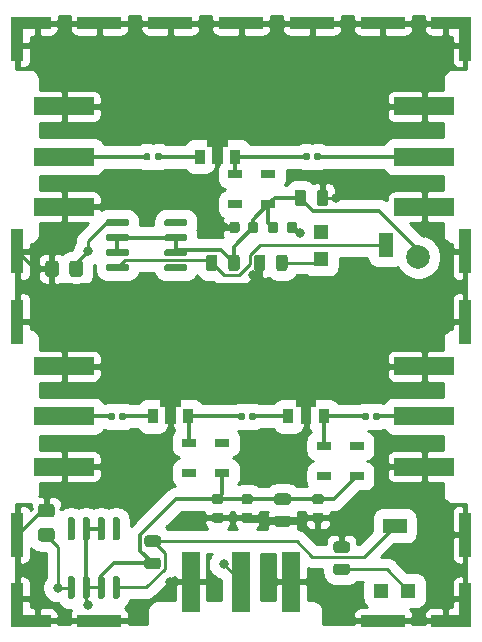
<source format=gbr>
G04 #@! TF.GenerationSoftware,KiCad,Pcbnew,5.1.6-c6e7f7d~87~ubuntu18.04.1*
G04 #@! TF.CreationDate,2021-01-12T05:29:31+00:00*
G04 #@! TF.ProjectId,amp,616d702e-6b69-4636-9164-5f7063625858,rev?*
G04 #@! TF.SameCoordinates,Original*
G04 #@! TF.FileFunction,Copper,L1,Top*
G04 #@! TF.FilePolarity,Positive*
%FSLAX46Y46*%
G04 Gerber Fmt 4.6, Leading zero omitted, Abs format (unit mm)*
G04 Created by KiCad (PCBNEW 5.1.6-c6e7f7d~87~ubuntu18.04.1) date 2021-01-12 05:29:31*
%MOMM*%
%LPD*%
G01*
G04 APERTURE LIST*
G04 #@! TA.AperFunction,SMDPad,CuDef*
%ADD10C,2.000000*%
G04 #@! TD*
G04 #@! TA.AperFunction,SMDPad,CuDef*
%ADD11R,1.300000X1.300000*%
G04 #@! TD*
G04 #@! TA.AperFunction,SMDPad,CuDef*
%ADD12R,2.000000X1.300000*%
G04 #@! TD*
G04 #@! TA.AperFunction,SMDPad,CuDef*
%ADD13R,1.300000X2.000000*%
G04 #@! TD*
G04 #@! TA.AperFunction,SMDPad,CuDef*
%ADD14R,1.270000X0.762000*%
G04 #@! TD*
G04 #@! TA.AperFunction,SMDPad,CuDef*
%ADD15R,2.350000X1.000000*%
G04 #@! TD*
G04 #@! TA.AperFunction,SMDPad,CuDef*
%ADD16R,3.800000X1.000000*%
G04 #@! TD*
G04 #@! TA.AperFunction,SMDPad,CuDef*
%ADD17R,1.000000X2.700000*%
G04 #@! TD*
G04 #@! TA.AperFunction,SMDPad,CuDef*
%ADD18R,1.000000X3.800000*%
G04 #@! TD*
G04 #@! TA.AperFunction,SMDPad,CuDef*
%ADD19R,1.000000X1.000000*%
G04 #@! TD*
G04 #@! TA.AperFunction,SMDPad,CuDef*
%ADD20C,0.100000*%
G04 #@! TD*
G04 #@! TA.AperFunction,SMDPad,CuDef*
%ADD21R,0.900000X1.300000*%
G04 #@! TD*
G04 #@! TA.AperFunction,SMDPad,CuDef*
%ADD22R,5.080000X1.500000*%
G04 #@! TD*
G04 #@! TA.AperFunction,SMDPad,CuDef*
%ADD23R,1.500000X5.080000*%
G04 #@! TD*
G04 #@! TA.AperFunction,ViaPad*
%ADD24C,0.800000*%
G04 #@! TD*
G04 #@! TA.AperFunction,Conductor*
%ADD25C,0.350000*%
G04 #@! TD*
G04 #@! TA.AperFunction,Conductor*
%ADD26C,0.250000*%
G04 #@! TD*
G04 #@! TA.AperFunction,Conductor*
%ADD27C,0.254000*%
G04 #@! TD*
G04 APERTURE END LIST*
G04 #@! TO.P,C14,2*
G04 #@! TO.N,+10V*
G04 #@! TA.AperFunction,SMDPad,CuDef*
G36*
G01*
X123450000Y-88950001D02*
X123450000Y-88049999D01*
G75*
G02*
X123699999Y-87800000I249999J0D01*
G01*
X124350001Y-87800000D01*
G75*
G02*
X124600000Y-88049999I0J-249999D01*
G01*
X124600000Y-88950001D01*
G75*
G02*
X124350001Y-89200000I-249999J0D01*
G01*
X123699999Y-89200000D01*
G75*
G02*
X123450000Y-88950001I0J249999D01*
G01*
G37*
G04 #@! TD.AperFunction*
G04 #@! TO.P,C14,1*
G04 #@! TO.N,GND*
G04 #@! TA.AperFunction,SMDPad,CuDef*
G36*
G01*
X121400000Y-88950001D02*
X121400000Y-88049999D01*
G75*
G02*
X121649999Y-87800000I249999J0D01*
G01*
X122300001Y-87800000D01*
G75*
G02*
X122550000Y-88049999I0J-249999D01*
G01*
X122550000Y-88950001D01*
G75*
G02*
X122300001Y-89200000I-249999J0D01*
G01*
X121649999Y-89200000D01*
G75*
G02*
X121400000Y-88950001I0J249999D01*
G01*
G37*
G04 #@! TD.AperFunction*
G04 #@! TD*
G04 #@! TO.P,C13,2*
G04 #@! TO.N,+10V*
G04 #@! TA.AperFunction,SMDPad,CuDef*
G36*
G01*
X121049999Y-110450000D02*
X121950001Y-110450000D01*
G75*
G02*
X122200000Y-110699999I0J-249999D01*
G01*
X122200000Y-111350001D01*
G75*
G02*
X121950001Y-111600000I-249999J0D01*
G01*
X121049999Y-111600000D01*
G75*
G02*
X120800000Y-111350001I0J249999D01*
G01*
X120800000Y-110699999D01*
G75*
G02*
X121049999Y-110450000I249999J0D01*
G01*
G37*
G04 #@! TD.AperFunction*
G04 #@! TO.P,C13,1*
G04 #@! TO.N,GND*
G04 #@! TA.AperFunction,SMDPad,CuDef*
G36*
G01*
X121049999Y-108400000D02*
X121950001Y-108400000D01*
G75*
G02*
X122200000Y-108649999I0J-249999D01*
G01*
X122200000Y-109300001D01*
G75*
G02*
X121950001Y-109550000I-249999J0D01*
G01*
X121049999Y-109550000D01*
G75*
G02*
X120800000Y-109300001I0J249999D01*
G01*
X120800000Y-108649999D01*
G75*
G02*
X121049999Y-108400000I249999J0D01*
G01*
G37*
G04 #@! TD.AperFunction*
G04 #@! TD*
G04 #@! TO.P,U5,8*
G04 #@! TO.N,Net-(U5-Pad8)*
G04 #@! TA.AperFunction,SMDPad,CuDef*
G36*
G01*
X123745000Y-111500000D02*
X123445000Y-111500000D01*
G75*
G02*
X123295000Y-111350000I0J150000D01*
G01*
X123295000Y-109700000D01*
G75*
G02*
X123445000Y-109550000I150000J0D01*
G01*
X123745000Y-109550000D01*
G75*
G02*
X123895000Y-109700000I0J-150000D01*
G01*
X123895000Y-111350000D01*
G75*
G02*
X123745000Y-111500000I-150000J0D01*
G01*
G37*
G04 #@! TD.AperFunction*
G04 #@! TO.P,U5,7*
G04 #@! TO.N,Net-(C11-Pad1)*
G04 #@! TA.AperFunction,SMDPad,CuDef*
G36*
G01*
X125015000Y-111500000D02*
X124715000Y-111500000D01*
G75*
G02*
X124565000Y-111350000I0J150000D01*
G01*
X124565000Y-109700000D01*
G75*
G02*
X124715000Y-109550000I150000J0D01*
G01*
X125015000Y-109550000D01*
G75*
G02*
X125165000Y-109700000I0J-150000D01*
G01*
X125165000Y-111350000D01*
G75*
G02*
X125015000Y-111500000I-150000J0D01*
G01*
G37*
G04 #@! TD.AperFunction*
G04 #@! TO.P,U5,6*
G04 #@! TA.AperFunction,SMDPad,CuDef*
G36*
G01*
X126285000Y-111500000D02*
X125985000Y-111500000D01*
G75*
G02*
X125835000Y-111350000I0J150000D01*
G01*
X125835000Y-109700000D01*
G75*
G02*
X125985000Y-109550000I150000J0D01*
G01*
X126285000Y-109550000D01*
G75*
G02*
X126435000Y-109700000I0J-150000D01*
G01*
X126435000Y-111350000D01*
G75*
G02*
X126285000Y-111500000I-150000J0D01*
G01*
G37*
G04 #@! TD.AperFunction*
G04 #@! TO.P,U5,5*
G04 #@! TO.N,Net-(U5-Pad5)*
G04 #@! TA.AperFunction,SMDPad,CuDef*
G36*
G01*
X127555000Y-111500000D02*
X127255000Y-111500000D01*
G75*
G02*
X127105000Y-111350000I0J150000D01*
G01*
X127105000Y-109700000D01*
G75*
G02*
X127255000Y-109550000I150000J0D01*
G01*
X127555000Y-109550000D01*
G75*
G02*
X127705000Y-109700000I0J-150000D01*
G01*
X127705000Y-111350000D01*
G75*
G02*
X127555000Y-111500000I-150000J0D01*
G01*
G37*
G04 #@! TD.AperFunction*
G04 #@! TO.P,U5,4*
G04 #@! TO.N,Net-(R2-Pad2)*
G04 #@! TA.AperFunction,SMDPad,CuDef*
G36*
G01*
X127555000Y-116450000D02*
X127255000Y-116450000D01*
G75*
G02*
X127105000Y-116300000I0J150000D01*
G01*
X127105000Y-114650000D01*
G75*
G02*
X127255000Y-114500000I150000J0D01*
G01*
X127555000Y-114500000D01*
G75*
G02*
X127705000Y-114650000I0J-150000D01*
G01*
X127705000Y-116300000D01*
G75*
G02*
X127555000Y-116450000I-150000J0D01*
G01*
G37*
G04 #@! TD.AperFunction*
G04 #@! TO.P,U5,3*
G04 #@! TO.N,Net-(C11-Pad1)*
G04 #@! TA.AperFunction,SMDPad,CuDef*
G36*
G01*
X126285000Y-116450000D02*
X125985000Y-116450000D01*
G75*
G02*
X125835000Y-116300000I0J150000D01*
G01*
X125835000Y-114650000D01*
G75*
G02*
X125985000Y-114500000I150000J0D01*
G01*
X126285000Y-114500000D01*
G75*
G02*
X126435000Y-114650000I0J-150000D01*
G01*
X126435000Y-116300000D01*
G75*
G02*
X126285000Y-116450000I-150000J0D01*
G01*
G37*
G04 #@! TD.AperFunction*
G04 #@! TO.P,U5,2*
G04 #@! TA.AperFunction,SMDPad,CuDef*
G36*
G01*
X125015000Y-116450000D02*
X124715000Y-116450000D01*
G75*
G02*
X124565000Y-116300000I0J150000D01*
G01*
X124565000Y-114650000D01*
G75*
G02*
X124715000Y-114500000I150000J0D01*
G01*
X125015000Y-114500000D01*
G75*
G02*
X125165000Y-114650000I0J-150000D01*
G01*
X125165000Y-116300000D01*
G75*
G02*
X125015000Y-116450000I-150000J0D01*
G01*
G37*
G04 #@! TD.AperFunction*
G04 #@! TO.P,U5,1*
G04 #@! TO.N,+10V*
G04 #@! TA.AperFunction,SMDPad,CuDef*
G36*
G01*
X123745000Y-116450000D02*
X123445000Y-116450000D01*
G75*
G02*
X123295000Y-116300000I0J150000D01*
G01*
X123295000Y-114650000D01*
G75*
G02*
X123445000Y-114500000I150000J0D01*
G01*
X123745000Y-114500000D01*
G75*
G02*
X123895000Y-114650000I0J-150000D01*
G01*
X123895000Y-116300000D01*
G75*
G02*
X123745000Y-116450000I-150000J0D01*
G01*
G37*
G04 #@! TD.AperFunction*
G04 #@! TD*
G04 #@! TO.P,U4,8*
G04 #@! TO.N,Net-(U4-Pad8)*
G04 #@! TA.AperFunction,SMDPad,CuDef*
G36*
G01*
X131500000Y-84745000D02*
X131500000Y-84445000D01*
G75*
G02*
X131650000Y-84295000I150000J0D01*
G01*
X133300000Y-84295000D01*
G75*
G02*
X133450000Y-84445000I0J-150000D01*
G01*
X133450000Y-84745000D01*
G75*
G02*
X133300000Y-84895000I-150000J0D01*
G01*
X131650000Y-84895000D01*
G75*
G02*
X131500000Y-84745000I0J150000D01*
G01*
G37*
G04 #@! TD.AperFunction*
G04 #@! TO.P,U4,7*
G04 #@! TO.N,Net-(C10-Pad2)*
G04 #@! TA.AperFunction,SMDPad,CuDef*
G36*
G01*
X131500000Y-86015000D02*
X131500000Y-85715000D01*
G75*
G02*
X131650000Y-85565000I150000J0D01*
G01*
X133300000Y-85565000D01*
G75*
G02*
X133450000Y-85715000I0J-150000D01*
G01*
X133450000Y-86015000D01*
G75*
G02*
X133300000Y-86165000I-150000J0D01*
G01*
X131650000Y-86165000D01*
G75*
G02*
X131500000Y-86015000I0J150000D01*
G01*
G37*
G04 #@! TD.AperFunction*
G04 #@! TO.P,U4,6*
G04 #@! TA.AperFunction,SMDPad,CuDef*
G36*
G01*
X131500000Y-87285000D02*
X131500000Y-86985000D01*
G75*
G02*
X131650000Y-86835000I150000J0D01*
G01*
X133300000Y-86835000D01*
G75*
G02*
X133450000Y-86985000I0J-150000D01*
G01*
X133450000Y-87285000D01*
G75*
G02*
X133300000Y-87435000I-150000J0D01*
G01*
X131650000Y-87435000D01*
G75*
G02*
X131500000Y-87285000I0J150000D01*
G01*
G37*
G04 #@! TD.AperFunction*
G04 #@! TO.P,U4,5*
G04 #@! TO.N,Net-(U4-Pad5)*
G04 #@! TA.AperFunction,SMDPad,CuDef*
G36*
G01*
X131500000Y-88555000D02*
X131500000Y-88255000D01*
G75*
G02*
X131650000Y-88105000I150000J0D01*
G01*
X133300000Y-88105000D01*
G75*
G02*
X133450000Y-88255000I0J-150000D01*
G01*
X133450000Y-88555000D01*
G75*
G02*
X133300000Y-88705000I-150000J0D01*
G01*
X131650000Y-88705000D01*
G75*
G02*
X131500000Y-88555000I0J150000D01*
G01*
G37*
G04 #@! TD.AperFunction*
G04 #@! TO.P,U4,4*
G04 #@! TO.N,Net-(R1-Pad2)*
G04 #@! TA.AperFunction,SMDPad,CuDef*
G36*
G01*
X126550000Y-88555000D02*
X126550000Y-88255000D01*
G75*
G02*
X126700000Y-88105000I150000J0D01*
G01*
X128350000Y-88105000D01*
G75*
G02*
X128500000Y-88255000I0J-150000D01*
G01*
X128500000Y-88555000D01*
G75*
G02*
X128350000Y-88705000I-150000J0D01*
G01*
X126700000Y-88705000D01*
G75*
G02*
X126550000Y-88555000I0J150000D01*
G01*
G37*
G04 #@! TD.AperFunction*
G04 #@! TO.P,U4,3*
G04 #@! TO.N,Net-(C10-Pad2)*
G04 #@! TA.AperFunction,SMDPad,CuDef*
G36*
G01*
X126550000Y-87285000D02*
X126550000Y-86985000D01*
G75*
G02*
X126700000Y-86835000I150000J0D01*
G01*
X128350000Y-86835000D01*
G75*
G02*
X128500000Y-86985000I0J-150000D01*
G01*
X128500000Y-87285000D01*
G75*
G02*
X128350000Y-87435000I-150000J0D01*
G01*
X126700000Y-87435000D01*
G75*
G02*
X126550000Y-87285000I0J150000D01*
G01*
G37*
G04 #@! TD.AperFunction*
G04 #@! TO.P,U4,2*
G04 #@! TA.AperFunction,SMDPad,CuDef*
G36*
G01*
X126550000Y-86015000D02*
X126550000Y-85715000D01*
G75*
G02*
X126700000Y-85565000I150000J0D01*
G01*
X128350000Y-85565000D01*
G75*
G02*
X128500000Y-85715000I0J-150000D01*
G01*
X128500000Y-86015000D01*
G75*
G02*
X128350000Y-86165000I-150000J0D01*
G01*
X126700000Y-86165000D01*
G75*
G02*
X126550000Y-86015000I0J150000D01*
G01*
G37*
G04 #@! TD.AperFunction*
G04 #@! TO.P,U4,1*
G04 #@! TO.N,+10V*
G04 #@! TA.AperFunction,SMDPad,CuDef*
G36*
G01*
X126550000Y-84745000D02*
X126550000Y-84445000D01*
G75*
G02*
X126700000Y-84295000I150000J0D01*
G01*
X128350000Y-84295000D01*
G75*
G02*
X128500000Y-84445000I0J-150000D01*
G01*
X128500000Y-84745000D01*
G75*
G02*
X128350000Y-84895000I-150000J0D01*
G01*
X126700000Y-84895000D01*
G75*
G02*
X126550000Y-84745000I0J150000D01*
G01*
G37*
G04 #@! TD.AperFunction*
G04 #@! TD*
D10*
G04 #@! TO.P,TP1,1*
G04 #@! TO.N,Net-(C10-Pad2)*
X153000000Y-87500000D03*
G04 #@! TD*
D11*
G04 #@! TO.P,RV2,3*
G04 #@! TO.N,Net-(R4-Pad1)*
X152150000Y-115750000D03*
D12*
G04 #@! TO.P,RV2,2*
G04 #@! TO.N,Net-(R2-Pad2)*
X151000000Y-110250000D03*
D11*
G04 #@! TO.P,RV2,1*
G04 #@! TO.N,Net-(RV2-Pad1)*
X149850000Y-115750000D03*
G04 #@! TD*
G04 #@! TO.P,RV1,3*
G04 #@! TO.N,Net-(R3-Pad1)*
X144750000Y-87650000D03*
D13*
G04 #@! TO.P,RV1,2*
G04 #@! TO.N,Net-(R1-Pad2)*
X150250000Y-86500000D03*
D11*
G04 #@! TO.P,RV1,1*
G04 #@! TO.N,Net-(RV1-Pad1)*
X144750000Y-85350000D03*
G04 #@! TD*
G04 #@! TO.P,R4,2*
G04 #@! TO.N,GND*
G04 #@! TA.AperFunction,SMDPad,CuDef*
G36*
G01*
X146956250Y-112550000D02*
X146043750Y-112550000D01*
G75*
G02*
X145800000Y-112306250I0J243750D01*
G01*
X145800000Y-111818750D01*
G75*
G02*
X146043750Y-111575000I243750J0D01*
G01*
X146956250Y-111575000D01*
G75*
G02*
X147200000Y-111818750I0J-243750D01*
G01*
X147200000Y-112306250D01*
G75*
G02*
X146956250Y-112550000I-243750J0D01*
G01*
G37*
G04 #@! TD.AperFunction*
G04 #@! TO.P,R4,1*
G04 #@! TO.N,Net-(R4-Pad1)*
G04 #@! TA.AperFunction,SMDPad,CuDef*
G36*
G01*
X146956250Y-114425000D02*
X146043750Y-114425000D01*
G75*
G02*
X145800000Y-114181250I0J243750D01*
G01*
X145800000Y-113693750D01*
G75*
G02*
X146043750Y-113450000I243750J0D01*
G01*
X146956250Y-113450000D01*
G75*
G02*
X147200000Y-113693750I0J-243750D01*
G01*
X147200000Y-114181250D01*
G75*
G02*
X146956250Y-114425000I-243750J0D01*
G01*
G37*
G04 #@! TD.AperFunction*
G04 #@! TD*
G04 #@! TO.P,R3,2*
G04 #@! TO.N,GND*
G04 #@! TA.AperFunction,SMDPad,CuDef*
G36*
G01*
X140050000Y-87543750D02*
X140050000Y-88456250D01*
G75*
G02*
X139806250Y-88700000I-243750J0D01*
G01*
X139318750Y-88700000D01*
G75*
G02*
X139075000Y-88456250I0J243750D01*
G01*
X139075000Y-87543750D01*
G75*
G02*
X139318750Y-87300000I243750J0D01*
G01*
X139806250Y-87300000D01*
G75*
G02*
X140050000Y-87543750I0J-243750D01*
G01*
G37*
G04 #@! TD.AperFunction*
G04 #@! TO.P,R3,1*
G04 #@! TO.N,Net-(R3-Pad1)*
G04 #@! TA.AperFunction,SMDPad,CuDef*
G36*
G01*
X141925000Y-87543750D02*
X141925000Y-88456250D01*
G75*
G02*
X141681250Y-88700000I-243750J0D01*
G01*
X141193750Y-88700000D01*
G75*
G02*
X140950000Y-88456250I0J243750D01*
G01*
X140950000Y-87543750D01*
G75*
G02*
X141193750Y-87300000I243750J0D01*
G01*
X141681250Y-87300000D01*
G75*
G02*
X141925000Y-87543750I0J-243750D01*
G01*
G37*
G04 #@! TD.AperFunction*
G04 #@! TD*
G04 #@! TO.P,R2,2*
G04 #@! TO.N,Net-(R2-Pad2)*
G04 #@! TA.AperFunction,SMDPad,CuDef*
G36*
G01*
X130956250Y-112050000D02*
X130043750Y-112050000D01*
G75*
G02*
X129800000Y-111806250I0J243750D01*
G01*
X129800000Y-111318750D01*
G75*
G02*
X130043750Y-111075000I243750J0D01*
G01*
X130956250Y-111075000D01*
G75*
G02*
X131200000Y-111318750I0J-243750D01*
G01*
X131200000Y-111806250D01*
G75*
G02*
X130956250Y-112050000I-243750J0D01*
G01*
G37*
G04 #@! TD.AperFunction*
G04 #@! TO.P,R2,1*
G04 #@! TO.N,Net-(C11-Pad1)*
G04 #@! TA.AperFunction,SMDPad,CuDef*
G36*
G01*
X130956250Y-113925000D02*
X130043750Y-113925000D01*
G75*
G02*
X129800000Y-113681250I0J243750D01*
G01*
X129800000Y-113193750D01*
G75*
G02*
X130043750Y-112950000I243750J0D01*
G01*
X130956250Y-112950000D01*
G75*
G02*
X131200000Y-113193750I0J-243750D01*
G01*
X131200000Y-113681250D01*
G75*
G02*
X130956250Y-113925000I-243750J0D01*
G01*
G37*
G04 #@! TD.AperFunction*
G04 #@! TD*
G04 #@! TO.P,R1,2*
G04 #@! TO.N,Net-(R1-Pad2)*
G04 #@! TA.AperFunction,SMDPad,CuDef*
G36*
G01*
X135987500Y-87543750D02*
X135987500Y-88456250D01*
G75*
G02*
X135743750Y-88700000I-243750J0D01*
G01*
X135256250Y-88700000D01*
G75*
G02*
X135012500Y-88456250I0J243750D01*
G01*
X135012500Y-87543750D01*
G75*
G02*
X135256250Y-87300000I243750J0D01*
G01*
X135743750Y-87300000D01*
G75*
G02*
X135987500Y-87543750I0J-243750D01*
G01*
G37*
G04 #@! TD.AperFunction*
G04 #@! TO.P,R1,1*
G04 #@! TO.N,Net-(C10-Pad2)*
G04 #@! TA.AperFunction,SMDPad,CuDef*
G36*
G01*
X137862500Y-87543750D02*
X137862500Y-88456250D01*
G75*
G02*
X137618750Y-88700000I-243750J0D01*
G01*
X137131250Y-88700000D01*
G75*
G02*
X136887500Y-88456250I0J243750D01*
G01*
X136887500Y-87543750D01*
G75*
G02*
X137131250Y-87300000I243750J0D01*
G01*
X137618750Y-87300000D01*
G75*
G02*
X137862500Y-87543750I0J-243750D01*
G01*
G37*
G04 #@! TD.AperFunction*
G04 #@! TD*
D14*
G04 #@! TO.P,L3,3*
G04 #@! TO.N,N/C*
X147794000Y-103500000D03*
G04 #@! TO.P,L3,1*
G04 #@! TO.N,Net-(C11-Pad1)*
X147794000Y-106040000D03*
G04 #@! TO.P,L3,4*
G04 #@! TO.N,N/C*
X145000000Y-106040000D03*
G04 #@! TO.P,L3,2*
G04 #@! TO.N,Net-(C12-Pad2)*
X145000000Y-103500000D03*
G04 #@! TD*
G04 #@! TO.P,L2,3*
G04 #@! TO.N,N/C*
X136397000Y-103230000D03*
G04 #@! TO.P,L2,1*
G04 #@! TO.N,Net-(C11-Pad1)*
X136397000Y-105770000D03*
G04 #@! TO.P,L2,4*
G04 #@! TO.N,N/C*
X133603000Y-105770000D03*
G04 #@! TO.P,L2,2*
G04 #@! TO.N,Net-(C6-Pad2)*
X133603000Y-103230000D03*
G04 #@! TD*
G04 #@! TO.P,L1,3*
G04 #@! TO.N,N/C*
X140294000Y-80500000D03*
G04 #@! TO.P,L1,1*
G04 #@! TO.N,Net-(C10-Pad2)*
X140294000Y-83040000D03*
G04 #@! TO.P,L1,4*
G04 #@! TO.N,N/C*
X137500000Y-83040000D03*
G04 #@! TO.P,L1,2*
G04 #@! TO.N,Net-(C5-Pad2)*
X137500000Y-80500000D03*
G04 #@! TD*
D15*
G04 #@! TO.P,J7,1*
G04 #@! TO.N,GND*
X120725000Y-118300000D03*
X120725000Y-67700000D03*
D16*
X126000000Y-118300000D03*
X126000000Y-67700000D03*
X132000000Y-67700000D03*
X138000000Y-67700000D03*
X144000000Y-67700000D03*
X150000000Y-118300000D03*
X150000000Y-67700000D03*
D15*
X155275000Y-118300000D03*
X155275000Y-67700000D03*
D17*
X119050000Y-116450000D03*
X156950000Y-116450000D03*
D18*
X119050000Y-111000000D03*
X156950000Y-111000000D03*
X119050000Y-93000000D03*
X156950000Y-93000000D03*
X119050000Y-87000000D03*
X156950000Y-87000000D03*
D17*
X119050000Y-69550000D03*
X156950000Y-69550000D03*
D19*
X119050000Y-67700000D03*
X119050000Y-118300000D03*
X156950000Y-118300000D03*
X156950000Y-67700000D03*
G04 #@! TD*
G04 #@! TA.AperFunction,SMDPad,CuDef*
D20*
G04 #@! TO.P,U3,2*
G04 #@! TO.N,GND*
G36*
X144366500Y-97050000D02*
G01*
X144366500Y-100175000D01*
X143950000Y-100175000D01*
X143950000Y-101650000D01*
X143050000Y-101650000D01*
X143050000Y-100175000D01*
X142633500Y-100175000D01*
X142633500Y-97050000D01*
X144366500Y-97050000D01*
G37*
G04 #@! TD.AperFunction*
D21*
G04 #@! TO.P,U3,3*
G04 #@! TO.N,Net-(C12-Pad2)*
X145000000Y-101000000D03*
G04 #@! TO.P,U3,1*
G04 #@! TO.N,Net-(C6-Pad1)*
X142000000Y-101000000D03*
G04 #@! TD*
G04 #@! TA.AperFunction,SMDPad,CuDef*
D20*
G04 #@! TO.P,U2,2*
G04 #@! TO.N,GND*
G36*
X132866500Y-97050000D02*
G01*
X132866500Y-100175000D01*
X132450000Y-100175000D01*
X132450000Y-101650000D01*
X131550000Y-101650000D01*
X131550000Y-100175000D01*
X131133500Y-100175000D01*
X131133500Y-97050000D01*
X132866500Y-97050000D01*
G37*
G04 #@! TD.AperFunction*
D21*
G04 #@! TO.P,U2,3*
G04 #@! TO.N,Net-(C6-Pad2)*
X133500000Y-101000000D03*
G04 #@! TO.P,U2,1*
G04 #@! TO.N,Net-(C2-Pad1)*
X130500000Y-101000000D03*
G04 #@! TD*
G04 #@! TA.AperFunction,SMDPad,CuDef*
D20*
G04 #@! TO.P,U1,2*
G04 #@! TO.N,GND*
G36*
X136866500Y-75050000D02*
G01*
X136866500Y-78175000D01*
X136450000Y-78175000D01*
X136450000Y-79650000D01*
X135550000Y-79650000D01*
X135550000Y-78175000D01*
X135133500Y-78175000D01*
X135133500Y-75050000D01*
X136866500Y-75050000D01*
G37*
G04 #@! TD.AperFunction*
D21*
G04 #@! TO.P,U1,3*
G04 #@! TO.N,Net-(C5-Pad2)*
X137500000Y-79000000D03*
G04 #@! TO.P,U1,1*
G04 #@! TO.N,Net-(C1-Pad1)*
X134500000Y-79000000D03*
G04 #@! TD*
D22*
G04 #@! TO.P,J5,1*
G04 #@! TO.N,Net-(C12-Pad1)*
X153500000Y-101000000D03*
G04 #@! TO.P,J5,2*
G04 #@! TO.N,GND*
X153500000Y-96750000D03*
X153500000Y-105250000D03*
G04 #@! TD*
D23*
G04 #@! TO.P,J4,1*
G04 #@! TO.N,+10V*
X138000000Y-115000000D03*
G04 #@! TO.P,J4,2*
G04 #@! TO.N,GND*
X142250000Y-115000000D03*
X133750000Y-115000000D03*
G04 #@! TD*
D22*
G04 #@! TO.P,J3,1*
G04 #@! TO.N,Net-(C5-Pad1)*
X153500000Y-79000000D03*
G04 #@! TO.P,J3,2*
G04 #@! TO.N,GND*
X153500000Y-74750000D03*
X153500000Y-83250000D03*
G04 #@! TD*
G04 #@! TO.P,J2,1*
G04 #@! TO.N,Net-(C2-Pad2)*
X123000000Y-101000000D03*
G04 #@! TO.P,J2,2*
G04 #@! TO.N,GND*
X123000000Y-105250000D03*
X123000000Y-96750000D03*
G04 #@! TD*
G04 #@! TO.P,J1,1*
G04 #@! TO.N,Net-(C1-Pad2)*
X123000000Y-79000000D03*
G04 #@! TO.P,J1,2*
G04 #@! TO.N,GND*
X123000000Y-83250000D03*
X123000000Y-74750000D03*
G04 #@! TD*
G04 #@! TO.P,C12,2*
G04 #@! TO.N,Net-(C12-Pad2)*
G04 #@! TA.AperFunction,SMDPad,CuDef*
G36*
G01*
X148810000Y-100827500D02*
X148810000Y-101172500D01*
G75*
G02*
X148662500Y-101320000I-147500J0D01*
G01*
X148367500Y-101320000D01*
G75*
G02*
X148220000Y-101172500I0J147500D01*
G01*
X148220000Y-100827500D01*
G75*
G02*
X148367500Y-100680000I147500J0D01*
G01*
X148662500Y-100680000D01*
G75*
G02*
X148810000Y-100827500I0J-147500D01*
G01*
G37*
G04 #@! TD.AperFunction*
G04 #@! TO.P,C12,1*
G04 #@! TO.N,Net-(C12-Pad1)*
G04 #@! TA.AperFunction,SMDPad,CuDef*
G36*
G01*
X149780000Y-100827500D02*
X149780000Y-101172500D01*
G75*
G02*
X149632500Y-101320000I-147500J0D01*
G01*
X149337500Y-101320000D01*
G75*
G02*
X149190000Y-101172500I0J147500D01*
G01*
X149190000Y-100827500D01*
G75*
G02*
X149337500Y-100680000I147500J0D01*
G01*
X149632500Y-100680000D01*
G75*
G02*
X149780000Y-100827500I0J-147500D01*
G01*
G37*
G04 #@! TD.AperFunction*
G04 #@! TD*
G04 #@! TO.P,C11,2*
G04 #@! TO.N,GND*
G04 #@! TA.AperFunction,SMDPad,CuDef*
G36*
G01*
X138243750Y-109137500D02*
X138756250Y-109137500D01*
G75*
G02*
X138975000Y-109356250I0J-218750D01*
G01*
X138975000Y-109793750D01*
G75*
G02*
X138756250Y-110012500I-218750J0D01*
G01*
X138243750Y-110012500D01*
G75*
G02*
X138025000Y-109793750I0J218750D01*
G01*
X138025000Y-109356250D01*
G75*
G02*
X138243750Y-109137500I218750J0D01*
G01*
G37*
G04 #@! TD.AperFunction*
G04 #@! TO.P,C11,1*
G04 #@! TO.N,Net-(C11-Pad1)*
G04 #@! TA.AperFunction,SMDPad,CuDef*
G36*
G01*
X138243750Y-107562500D02*
X138756250Y-107562500D01*
G75*
G02*
X138975000Y-107781250I0J-218750D01*
G01*
X138975000Y-108218750D01*
G75*
G02*
X138756250Y-108437500I-218750J0D01*
G01*
X138243750Y-108437500D01*
G75*
G02*
X138025000Y-108218750I0J218750D01*
G01*
X138025000Y-107781250D01*
G75*
G02*
X138243750Y-107562500I218750J0D01*
G01*
G37*
G04 #@! TD.AperFunction*
G04 #@! TD*
G04 #@! TO.P,C10,2*
G04 #@! TO.N,Net-(C10-Pad2)*
G04 #@! TA.AperFunction,SMDPad,CuDef*
G36*
G01*
X141150000Y-84743750D02*
X141150000Y-85256250D01*
G75*
G02*
X140931250Y-85475000I-218750J0D01*
G01*
X140493750Y-85475000D01*
G75*
G02*
X140275000Y-85256250I0J218750D01*
G01*
X140275000Y-84743750D01*
G75*
G02*
X140493750Y-84525000I218750J0D01*
G01*
X140931250Y-84525000D01*
G75*
G02*
X141150000Y-84743750I0J-218750D01*
G01*
G37*
G04 #@! TD.AperFunction*
G04 #@! TO.P,C10,1*
G04 #@! TO.N,GND*
G04 #@! TA.AperFunction,SMDPad,CuDef*
G36*
G01*
X142725000Y-84743750D02*
X142725000Y-85256250D01*
G75*
G02*
X142506250Y-85475000I-218750J0D01*
G01*
X142068750Y-85475000D01*
G75*
G02*
X141850000Y-85256250I0J218750D01*
G01*
X141850000Y-84743750D01*
G75*
G02*
X142068750Y-84525000I218750J0D01*
G01*
X142506250Y-84525000D01*
G75*
G02*
X142725000Y-84743750I0J-218750D01*
G01*
G37*
G04 #@! TD.AperFunction*
G04 #@! TD*
G04 #@! TO.P,C9,2*
G04 #@! TO.N,GND*
G04 #@! TA.AperFunction,SMDPad,CuDef*
G36*
G01*
X144243750Y-109137500D02*
X144756250Y-109137500D01*
G75*
G02*
X144975000Y-109356250I0J-218750D01*
G01*
X144975000Y-109793750D01*
G75*
G02*
X144756250Y-110012500I-218750J0D01*
G01*
X144243750Y-110012500D01*
G75*
G02*
X144025000Y-109793750I0J218750D01*
G01*
X144025000Y-109356250D01*
G75*
G02*
X144243750Y-109137500I218750J0D01*
G01*
G37*
G04 #@! TD.AperFunction*
G04 #@! TO.P,C9,1*
G04 #@! TO.N,Net-(C11-Pad1)*
G04 #@! TA.AperFunction,SMDPad,CuDef*
G36*
G01*
X144243750Y-107562500D02*
X144756250Y-107562500D01*
G75*
G02*
X144975000Y-107781250I0J-218750D01*
G01*
X144975000Y-108218750D01*
G75*
G02*
X144756250Y-108437500I-218750J0D01*
G01*
X144243750Y-108437500D01*
G75*
G02*
X144025000Y-108218750I0J218750D01*
G01*
X144025000Y-107781250D01*
G75*
G02*
X144243750Y-107562500I218750J0D01*
G01*
G37*
G04 #@! TD.AperFunction*
G04 #@! TD*
G04 #@! TO.P,C8,2*
G04 #@! TO.N,Net-(C10-Pad2)*
G04 #@! TA.AperFunction,SMDPad,CuDef*
G36*
G01*
X138562500Y-85256250D02*
X138562500Y-84743750D01*
G75*
G02*
X138781250Y-84525000I218750J0D01*
G01*
X139218750Y-84525000D01*
G75*
G02*
X139437500Y-84743750I0J-218750D01*
G01*
X139437500Y-85256250D01*
G75*
G02*
X139218750Y-85475000I-218750J0D01*
G01*
X138781250Y-85475000D01*
G75*
G02*
X138562500Y-85256250I0J218750D01*
G01*
G37*
G04 #@! TD.AperFunction*
G04 #@! TO.P,C8,1*
G04 #@! TO.N,GND*
G04 #@! TA.AperFunction,SMDPad,CuDef*
G36*
G01*
X136987500Y-85256250D02*
X136987500Y-84743750D01*
G75*
G02*
X137206250Y-84525000I218750J0D01*
G01*
X137643750Y-84525000D01*
G75*
G02*
X137862500Y-84743750I0J-218750D01*
G01*
X137862500Y-85256250D01*
G75*
G02*
X137643750Y-85475000I-218750J0D01*
G01*
X137206250Y-85475000D01*
G75*
G02*
X136987500Y-85256250I0J218750D01*
G01*
G37*
G04 #@! TD.AperFunction*
G04 #@! TD*
G04 #@! TO.P,C7,2*
G04 #@! TO.N,GND*
G04 #@! TA.AperFunction,SMDPad,CuDef*
G36*
G01*
X135743750Y-109137500D02*
X136256250Y-109137500D01*
G75*
G02*
X136475000Y-109356250I0J-218750D01*
G01*
X136475000Y-109793750D01*
G75*
G02*
X136256250Y-110012500I-218750J0D01*
G01*
X135743750Y-110012500D01*
G75*
G02*
X135525000Y-109793750I0J218750D01*
G01*
X135525000Y-109356250D01*
G75*
G02*
X135743750Y-109137500I218750J0D01*
G01*
G37*
G04 #@! TD.AperFunction*
G04 #@! TO.P,C7,1*
G04 #@! TO.N,Net-(C11-Pad1)*
G04 #@! TA.AperFunction,SMDPad,CuDef*
G36*
G01*
X135743750Y-107562500D02*
X136256250Y-107562500D01*
G75*
G02*
X136475000Y-107781250I0J-218750D01*
G01*
X136475000Y-108218750D01*
G75*
G02*
X136256250Y-108437500I-218750J0D01*
G01*
X135743750Y-108437500D01*
G75*
G02*
X135525000Y-108218750I0J218750D01*
G01*
X135525000Y-107781250D01*
G75*
G02*
X135743750Y-107562500I218750J0D01*
G01*
G37*
G04 #@! TD.AperFunction*
G04 #@! TD*
G04 #@! TO.P,C6,2*
G04 #@! TO.N,Net-(C6-Pad2)*
G04 #@! TA.AperFunction,SMDPad,CuDef*
G36*
G01*
X138295000Y-100827500D02*
X138295000Y-101172500D01*
G75*
G02*
X138147500Y-101320000I-147500J0D01*
G01*
X137852500Y-101320000D01*
G75*
G02*
X137705000Y-101172500I0J147500D01*
G01*
X137705000Y-100827500D01*
G75*
G02*
X137852500Y-100680000I147500J0D01*
G01*
X138147500Y-100680000D01*
G75*
G02*
X138295000Y-100827500I0J-147500D01*
G01*
G37*
G04 #@! TD.AperFunction*
G04 #@! TO.P,C6,1*
G04 #@! TO.N,Net-(C6-Pad1)*
G04 #@! TA.AperFunction,SMDPad,CuDef*
G36*
G01*
X139265000Y-100827500D02*
X139265000Y-101172500D01*
G75*
G02*
X139117500Y-101320000I-147500J0D01*
G01*
X138822500Y-101320000D01*
G75*
G02*
X138675000Y-101172500I0J147500D01*
G01*
X138675000Y-100827500D01*
G75*
G02*
X138822500Y-100680000I147500J0D01*
G01*
X139117500Y-100680000D01*
G75*
G02*
X139265000Y-100827500I0J-147500D01*
G01*
G37*
G04 #@! TD.AperFunction*
G04 #@! TD*
G04 #@! TO.P,C5,2*
G04 #@! TO.N,Net-(C5-Pad2)*
G04 #@! TA.AperFunction,SMDPad,CuDef*
G36*
G01*
X143810000Y-78827500D02*
X143810000Y-79172500D01*
G75*
G02*
X143662500Y-79320000I-147500J0D01*
G01*
X143367500Y-79320000D01*
G75*
G02*
X143220000Y-79172500I0J147500D01*
G01*
X143220000Y-78827500D01*
G75*
G02*
X143367500Y-78680000I147500J0D01*
G01*
X143662500Y-78680000D01*
G75*
G02*
X143810000Y-78827500I0J-147500D01*
G01*
G37*
G04 #@! TD.AperFunction*
G04 #@! TO.P,C5,1*
G04 #@! TO.N,Net-(C5-Pad1)*
G04 #@! TA.AperFunction,SMDPad,CuDef*
G36*
G01*
X144780000Y-78827500D02*
X144780000Y-79172500D01*
G75*
G02*
X144632500Y-79320000I-147500J0D01*
G01*
X144337500Y-79320000D01*
G75*
G02*
X144190000Y-79172500I0J147500D01*
G01*
X144190000Y-78827500D01*
G75*
G02*
X144337500Y-78680000I147500J0D01*
G01*
X144632500Y-78680000D01*
G75*
G02*
X144780000Y-78827500I0J-147500D01*
G01*
G37*
G04 #@! TD.AperFunction*
G04 #@! TD*
G04 #@! TO.P,C4,2*
G04 #@! TO.N,Net-(C10-Pad2)*
G04 #@! TA.AperFunction,SMDPad,CuDef*
G36*
G01*
X143487500Y-82043750D02*
X143487500Y-82956250D01*
G75*
G02*
X143243750Y-83200000I-243750J0D01*
G01*
X142756250Y-83200000D01*
G75*
G02*
X142512500Y-82956250I0J243750D01*
G01*
X142512500Y-82043750D01*
G75*
G02*
X142756250Y-81800000I243750J0D01*
G01*
X143243750Y-81800000D01*
G75*
G02*
X143487500Y-82043750I0J-243750D01*
G01*
G37*
G04 #@! TD.AperFunction*
G04 #@! TO.P,C4,1*
G04 #@! TO.N,GND*
G04 #@! TA.AperFunction,SMDPad,CuDef*
G36*
G01*
X145362500Y-82043750D02*
X145362500Y-82956250D01*
G75*
G02*
X145118750Y-83200000I-243750J0D01*
G01*
X144631250Y-83200000D01*
G75*
G02*
X144387500Y-82956250I0J243750D01*
G01*
X144387500Y-82043750D01*
G75*
G02*
X144631250Y-81800000I243750J0D01*
G01*
X145118750Y-81800000D01*
G75*
G02*
X145362500Y-82043750I0J-243750D01*
G01*
G37*
G04 #@! TD.AperFunction*
G04 #@! TD*
G04 #@! TO.P,C3,2*
G04 #@! TO.N,GND*
G04 #@! TA.AperFunction,SMDPad,CuDef*
G36*
G01*
X141043750Y-109387500D02*
X141956250Y-109387500D01*
G75*
G02*
X142200000Y-109631250I0J-243750D01*
G01*
X142200000Y-110118750D01*
G75*
G02*
X141956250Y-110362500I-243750J0D01*
G01*
X141043750Y-110362500D01*
G75*
G02*
X140800000Y-110118750I0J243750D01*
G01*
X140800000Y-109631250D01*
G75*
G02*
X141043750Y-109387500I243750J0D01*
G01*
G37*
G04 #@! TD.AperFunction*
G04 #@! TO.P,C3,1*
G04 #@! TO.N,Net-(C11-Pad1)*
G04 #@! TA.AperFunction,SMDPad,CuDef*
G36*
G01*
X141043750Y-107512500D02*
X141956250Y-107512500D01*
G75*
G02*
X142200000Y-107756250I0J-243750D01*
G01*
X142200000Y-108243750D01*
G75*
G02*
X141956250Y-108487500I-243750J0D01*
G01*
X141043750Y-108487500D01*
G75*
G02*
X140800000Y-108243750I0J243750D01*
G01*
X140800000Y-107756250D01*
G75*
G02*
X141043750Y-107512500I243750J0D01*
G01*
G37*
G04 #@! TD.AperFunction*
G04 #@! TD*
G04 #@! TO.P,C2,2*
G04 #@! TO.N,Net-(C2-Pad2)*
G04 #@! TA.AperFunction,SMDPad,CuDef*
G36*
G01*
X127310000Y-100827500D02*
X127310000Y-101172500D01*
G75*
G02*
X127162500Y-101320000I-147500J0D01*
G01*
X126867500Y-101320000D01*
G75*
G02*
X126720000Y-101172500I0J147500D01*
G01*
X126720000Y-100827500D01*
G75*
G02*
X126867500Y-100680000I147500J0D01*
G01*
X127162500Y-100680000D01*
G75*
G02*
X127310000Y-100827500I0J-147500D01*
G01*
G37*
G04 #@! TD.AperFunction*
G04 #@! TO.P,C2,1*
G04 #@! TO.N,Net-(C2-Pad1)*
G04 #@! TA.AperFunction,SMDPad,CuDef*
G36*
G01*
X128280000Y-100827500D02*
X128280000Y-101172500D01*
G75*
G02*
X128132500Y-101320000I-147500J0D01*
G01*
X127837500Y-101320000D01*
G75*
G02*
X127690000Y-101172500I0J147500D01*
G01*
X127690000Y-100827500D01*
G75*
G02*
X127837500Y-100680000I147500J0D01*
G01*
X128132500Y-100680000D01*
G75*
G02*
X128280000Y-100827500I0J-147500D01*
G01*
G37*
G04 #@! TD.AperFunction*
G04 #@! TD*
G04 #@! TO.P,C1,2*
G04 #@! TO.N,Net-(C1-Pad2)*
G04 #@! TA.AperFunction,SMDPad,CuDef*
G36*
G01*
X130310000Y-78827500D02*
X130310000Y-79172500D01*
G75*
G02*
X130162500Y-79320000I-147500J0D01*
G01*
X129867500Y-79320000D01*
G75*
G02*
X129720000Y-79172500I0J147500D01*
G01*
X129720000Y-78827500D01*
G75*
G02*
X129867500Y-78680000I147500J0D01*
G01*
X130162500Y-78680000D01*
G75*
G02*
X130310000Y-78827500I0J-147500D01*
G01*
G37*
G04 #@! TD.AperFunction*
G04 #@! TO.P,C1,1*
G04 #@! TO.N,Net-(C1-Pad1)*
G04 #@! TA.AperFunction,SMDPad,CuDef*
G36*
G01*
X131280000Y-78827500D02*
X131280000Y-79172500D01*
G75*
G02*
X131132500Y-79320000I-147500J0D01*
G01*
X130837500Y-79320000D01*
G75*
G02*
X130690000Y-79172500I0J147500D01*
G01*
X130690000Y-78827500D01*
G75*
G02*
X130837500Y-78680000I147500J0D01*
G01*
X131132500Y-78680000D01*
G75*
G02*
X131280000Y-78827500I0J-147500D01*
G01*
G37*
G04 #@! TD.AperFunction*
G04 #@! TD*
D24*
G04 #@! TO.N,GND*
X142000000Y-96500000D03*
X143500000Y-96000000D03*
X145000000Y-96500000D03*
X128000000Y-90700000D03*
X131200000Y-90700000D03*
X133800000Y-90700000D03*
X136600000Y-90700000D03*
X139000000Y-90700000D03*
X142000000Y-90700000D03*
X145000000Y-90700000D03*
X147400000Y-90700000D03*
X132000000Y-115000000D03*
X144500000Y-115000000D03*
X123000000Y-95000000D03*
X123000000Y-107500000D03*
X153500000Y-94500000D03*
X153500000Y-108000000D03*
X153500000Y-72500000D03*
X153500000Y-85500000D03*
X123000000Y-72000000D03*
X123000000Y-86500000D03*
X122200000Y-90700000D03*
X125200000Y-90700000D03*
X150200000Y-90700000D03*
X153400000Y-90700000D03*
X139000000Y-89000000D03*
X143000000Y-85500000D03*
X146000000Y-82500000D03*
X136500000Y-85000000D03*
X136000000Y-74000000D03*
X137000000Y-74500000D03*
X135000000Y-74500000D03*
X133500000Y-96500000D03*
X132000000Y-96000000D03*
X130500000Y-96500000D03*
X134500000Y-110000000D03*
X146000000Y-110000000D03*
X147500000Y-110500000D03*
X142500000Y-105500000D03*
X142500000Y-103500000D03*
X139000000Y-103500000D03*
X139000000Y-106000000D03*
G04 #@! TO.N,Net-(C11-Pad1)*
X125000000Y-117000000D03*
G04 #@! TO.N,+10V*
X125000000Y-87000000D03*
X136500000Y-113500000D03*
X122500000Y-115500000D03*
G04 #@! TD*
D25*
G04 #@! TO.N,Net-(C1-Pad2)*
X123000000Y-79000000D02*
X130015000Y-79000000D01*
G04 #@! TO.N,Net-(C1-Pad1)*
X130985000Y-79000000D02*
X134500000Y-79000000D01*
G04 #@! TO.N,Net-(C2-Pad2)*
X123000000Y-101000000D02*
X127015000Y-101000000D01*
G04 #@! TO.N,Net-(C2-Pad1)*
X127985000Y-101000000D02*
X130500000Y-101000000D01*
D26*
G04 #@! TO.N,GND*
X143000000Y-97500000D02*
X142000000Y-96500000D01*
X143500000Y-97500000D02*
X143500000Y-96000000D01*
X143500000Y-98000000D02*
X145000000Y-96500000D01*
X133750000Y-115000000D02*
X132000000Y-115000000D01*
X144500000Y-115000000D02*
X142250000Y-115000000D01*
X123000000Y-96750000D02*
X123000000Y-95000000D01*
X123000000Y-107500000D02*
X123000000Y-105250000D01*
X153500000Y-96750000D02*
X153500000Y-94500000D01*
X153500000Y-108000000D02*
X153500000Y-105250000D01*
X153500000Y-74750000D02*
X153500000Y-72500000D01*
X153500000Y-85500000D02*
X153500000Y-83250000D01*
X123000000Y-74750000D02*
X123000000Y-72000000D01*
X139562500Y-88000000D02*
X139562500Y-88437500D01*
X139562500Y-88437500D02*
X139000000Y-89000000D01*
X142287500Y-85000000D02*
X142500000Y-85000000D01*
X142500000Y-85000000D02*
X143000000Y-85500000D01*
X144875000Y-82500000D02*
X146000000Y-82500000D01*
X137425000Y-85000000D02*
X136500000Y-85000000D01*
X136000000Y-78912500D02*
X136000000Y-74000000D01*
X136000000Y-78912500D02*
X136000000Y-75500000D01*
X136000000Y-75500000D02*
X137000000Y-74500000D01*
X136000000Y-75500000D02*
X135000000Y-74500000D01*
X132000000Y-98000000D02*
X133500000Y-96500000D01*
X132000000Y-100912500D02*
X132000000Y-97500000D01*
X132000000Y-97500000D02*
X132000000Y-96000000D01*
X132000000Y-100912500D02*
X132000000Y-98000000D01*
X132000000Y-97500000D02*
X131500000Y-97500000D01*
X131500000Y-97500000D02*
X130500000Y-96500000D01*
X136000000Y-109575000D02*
X144500000Y-109575000D01*
X136000000Y-109575000D02*
X134925000Y-109575000D01*
X134925000Y-109575000D02*
X134500000Y-110000000D01*
X144500000Y-109575000D02*
X145575000Y-109575000D01*
X145575000Y-109575000D02*
X146000000Y-110000000D01*
X146500000Y-112062500D02*
X146500000Y-111000000D01*
X138800000Y-109875000D02*
X138500000Y-109575000D01*
X141500000Y-109875000D02*
X138800000Y-109875000D01*
X121075000Y-108975000D02*
X119050000Y-111000000D01*
X121500000Y-108975000D02*
X121075000Y-108975000D01*
X120550000Y-88500000D02*
X119050000Y-87000000D01*
X121975000Y-88500000D02*
X120550000Y-88500000D01*
X128700000Y-118300000D02*
X126000000Y-118300000D01*
X132000000Y-115000000D02*
X128700000Y-118300000D01*
X120725000Y-118300000D02*
X119050000Y-118300000D01*
X155275000Y-118300000D02*
X156950000Y-118300000D01*
X156950000Y-69550000D02*
X156950000Y-67700000D01*
X120725000Y-67700000D02*
X119050000Y-67700000D01*
G04 #@! TO.N,Net-(C11-Pad1)*
X124865000Y-115475000D02*
X124865000Y-116865000D01*
X124865000Y-116865000D02*
X125000000Y-117000000D01*
X126135000Y-115475000D02*
X124865000Y-115475000D01*
D25*
X136397000Y-107603000D02*
X136000000Y-108000000D01*
X136397000Y-105770000D02*
X136397000Y-107603000D01*
X136000000Y-108000000D02*
X144500000Y-108000000D01*
X145834000Y-108000000D02*
X147794000Y-106040000D01*
X144500000Y-108000000D02*
X145834000Y-108000000D01*
X124865000Y-115475000D02*
X124865000Y-110525000D01*
X124865000Y-110525000D02*
X126135000Y-110525000D01*
X126135000Y-114500000D02*
X126135000Y-115475000D01*
X127197500Y-113437500D02*
X126135000Y-114500000D01*
X130500000Y-113437500D02*
X127197500Y-113437500D01*
X129424990Y-111062450D02*
X129424990Y-112362490D01*
X129424990Y-112362490D02*
X130500000Y-113437500D01*
X132487440Y-108000000D02*
X129424990Y-111062450D01*
X136000000Y-108000000D02*
X132487440Y-108000000D01*
G04 #@! TO.N,Net-(C10-Pad2)*
X140294000Y-84581500D02*
X140712500Y-85000000D01*
X140294000Y-83040000D02*
X140294000Y-84581500D01*
X140834000Y-82500000D02*
X140294000Y-83040000D01*
X143000000Y-82500000D02*
X140834000Y-82500000D01*
X139000000Y-84334000D02*
X140294000Y-83040000D01*
X139000000Y-85000000D02*
X139000000Y-84334000D01*
X137375000Y-86625000D02*
X139000000Y-85000000D01*
X137375000Y-88000000D02*
X137375000Y-86625000D01*
X136299990Y-86924990D02*
X132575010Y-86924990D01*
X137375000Y-88000000D02*
X136299990Y-86924990D01*
X132475000Y-86824980D02*
X132475000Y-85865000D01*
X132575010Y-86924990D02*
X132475000Y-86824980D01*
X132475000Y-85865000D02*
X127525000Y-85865000D01*
X127525000Y-85865000D02*
X127525000Y-87135000D01*
X144075010Y-83575010D02*
X143000000Y-82500000D01*
X149650012Y-83575010D02*
X144075010Y-83575010D01*
X153000000Y-86924998D02*
X149650012Y-83575010D01*
X153000000Y-87500000D02*
X153000000Y-86924998D01*
G04 #@! TO.N,Net-(C5-Pad2)*
X137500000Y-79000000D02*
X143515000Y-79000000D01*
X137500000Y-80500000D02*
X137500000Y-79000000D01*
G04 #@! TO.N,Net-(C5-Pad1)*
X144485000Y-79000000D02*
X153500000Y-79000000D01*
G04 #@! TO.N,Net-(C6-Pad2)*
X133500000Y-101000000D02*
X138000000Y-101000000D01*
X133603000Y-101103000D02*
X133500000Y-101000000D01*
X133603000Y-103230000D02*
X133603000Y-101103000D01*
G04 #@! TO.N,Net-(C6-Pad1)*
X138970000Y-101000000D02*
X142000000Y-101000000D01*
G04 #@! TO.N,Net-(C12-Pad2)*
X145000000Y-101000000D02*
X148515000Y-101000000D01*
X145000000Y-103500000D02*
X145000000Y-101000000D01*
G04 #@! TO.N,Net-(C12-Pad1)*
X149485000Y-101000000D02*
X153500000Y-101000000D01*
D26*
G04 #@! TO.N,+10V*
X126550000Y-84595000D02*
X125000000Y-86145000D01*
X127525000Y-84595000D02*
X126550000Y-84595000D01*
X125000000Y-86145000D02*
X125000000Y-87000000D01*
X136500000Y-113500000D02*
X138000000Y-115000000D01*
X123570000Y-115500000D02*
X123595000Y-115475000D01*
X122500000Y-115500000D02*
X123570000Y-115500000D01*
X122500000Y-112025000D02*
X121500000Y-111025000D01*
X122500000Y-115500000D02*
X122500000Y-112025000D01*
X124025000Y-87975000D02*
X125000000Y-87000000D01*
X124025000Y-88500000D02*
X124025000Y-87975000D01*
G04 #@! TO.N,Net-(R1-Pad2)*
X135279990Y-87779990D02*
X128150010Y-87779990D01*
X128150010Y-87779990D02*
X127525000Y-88405000D01*
X135500000Y-88000000D02*
X135279990Y-87779990D01*
X138749990Y-87308160D02*
X139558150Y-86500000D01*
X139558150Y-86500000D02*
X150250000Y-86500000D01*
X137854340Y-89025010D02*
X138749990Y-88129360D01*
X138749990Y-88129360D02*
X138749990Y-87308160D01*
X136525010Y-89025010D02*
X137854340Y-89025010D01*
X135500000Y-88000000D02*
X136525010Y-89025010D01*
G04 #@! TO.N,Net-(R2-Pad2)*
X148374990Y-112875010D02*
X144000012Y-112875010D01*
X142687502Y-111562500D02*
X130500000Y-111562500D01*
X144000012Y-112875010D02*
X142687502Y-111562500D01*
X151000000Y-110250000D02*
X148374990Y-112875010D01*
X129966850Y-115475000D02*
X127405000Y-115475000D01*
X131525010Y-113916840D02*
X129966850Y-115475000D01*
X131525010Y-112587510D02*
X131525010Y-113916840D01*
X130500000Y-111562500D02*
X131525010Y-112587510D01*
G04 #@! TO.N,Net-(R3-Pad1)*
X144400000Y-88000000D02*
X144750000Y-87650000D01*
X141437500Y-88000000D02*
X144400000Y-88000000D01*
G04 #@! TO.N,Net-(R4-Pad1)*
X150337500Y-113937500D02*
X146500000Y-113937500D01*
X152150000Y-115750000D02*
X150337500Y-113937500D01*
G04 #@! TD*
D27*
G04 #@! TO.N,GND*
G36*
X122260750Y-89835000D02*
G01*
X122550000Y-89838072D01*
X122662420Y-89827000D01*
X123587583Y-89827000D01*
X123699999Y-89838072D01*
X124350001Y-89838072D01*
X124462417Y-89827000D01*
X154073000Y-89827000D01*
X154073000Y-91373000D01*
X121727000Y-91373000D01*
X121727000Y-89827000D01*
X122252750Y-89827000D01*
X122260750Y-89835000D01*
G37*
X122260750Y-89835000D02*
X122550000Y-89838072D01*
X122662420Y-89827000D01*
X123587583Y-89827000D01*
X123699999Y-89838072D01*
X124350001Y-89838072D01*
X124462417Y-89827000D01*
X154073000Y-89827000D01*
X154073000Y-91373000D01*
X121727000Y-91373000D01*
X121727000Y-89827000D01*
X122252750Y-89827000D01*
X122260750Y-89835000D01*
G36*
X120165000Y-108689250D02*
G01*
X120323748Y-108847998D01*
X120165000Y-108847998D01*
X120165000Y-108939876D01*
X120139502Y-108855820D01*
X120080537Y-108745506D01*
X120001185Y-108648815D01*
X119904494Y-108569463D01*
X119794180Y-108510498D01*
X119674482Y-108474188D01*
X119550000Y-108461928D01*
X119335750Y-108465000D01*
X119177000Y-108623750D01*
X119177000Y-110873000D01*
X119197000Y-110873000D01*
X119197000Y-111127000D01*
X119177000Y-111127000D01*
X119177000Y-113376250D01*
X119335750Y-113535000D01*
X119550000Y-113538072D01*
X119674482Y-113525812D01*
X119794180Y-113489502D01*
X119904494Y-113430537D01*
X120001185Y-113351185D01*
X120080537Y-113254494D01*
X120139502Y-113144180D01*
X120175812Y-113024482D01*
X120188072Y-112900000D01*
X120186647Y-112151420D01*
X120214564Y-112185436D01*
X120393602Y-112332369D01*
X120597865Y-112441550D01*
X120819503Y-112508783D01*
X121049999Y-112531485D01*
X121448001Y-112531485D01*
X121448000Y-114685892D01*
X121324028Y-114871430D01*
X121223996Y-115112928D01*
X121173000Y-115369302D01*
X121173000Y-115630698D01*
X121223996Y-115887072D01*
X121324028Y-116128570D01*
X121469252Y-116345913D01*
X121654087Y-116530748D01*
X121871430Y-116675972D01*
X122112928Y-116776004D01*
X122369302Y-116827000D01*
X122506309Y-116827000D01*
X122545778Y-116900841D01*
X122680275Y-117064725D01*
X122844159Y-117199222D01*
X123031134Y-117299162D01*
X123234013Y-117360705D01*
X123445000Y-117381485D01*
X123622004Y-117381485D01*
X123569463Y-117445506D01*
X123510498Y-117555820D01*
X123474188Y-117675518D01*
X123461928Y-117800000D01*
X123465000Y-118014250D01*
X123623750Y-118173000D01*
X124366982Y-118173000D01*
X124371430Y-118175972D01*
X124612928Y-118276004D01*
X124869302Y-118327000D01*
X125130698Y-118327000D01*
X125387072Y-118276004D01*
X125628570Y-118175972D01*
X125633018Y-118173000D01*
X125873000Y-118173000D01*
X125873000Y-118153000D01*
X126127000Y-118153000D01*
X126127000Y-118173000D01*
X128376250Y-118173000D01*
X128535000Y-118014250D01*
X128538072Y-117800000D01*
X128525812Y-117675518D01*
X128489502Y-117555820D01*
X128430537Y-117445506D01*
X128351185Y-117348815D01*
X128254494Y-117269463D01*
X128144180Y-117210498D01*
X128138161Y-117208672D01*
X128155841Y-117199222D01*
X128319725Y-117064725D01*
X128454222Y-116900841D01*
X128554162Y-116713866D01*
X128610847Y-116527000D01*
X129915171Y-116527000D01*
X129966850Y-116532090D01*
X130018529Y-116527000D01*
X130173078Y-116511778D01*
X130371381Y-116451624D01*
X130554138Y-116353938D01*
X130714326Y-116222476D01*
X130747281Y-116182321D01*
X132232336Y-114697266D01*
X132272486Y-114664316D01*
X132364779Y-114551856D01*
X132365000Y-114714250D01*
X132523750Y-114873000D01*
X133623000Y-114873000D01*
X133623000Y-114853000D01*
X133877000Y-114853000D01*
X133877000Y-114873000D01*
X134976250Y-114873000D01*
X135135000Y-114714250D01*
X135137861Y-112614500D01*
X135508839Y-112614500D01*
X135469252Y-112654087D01*
X135324028Y-112871430D01*
X135223996Y-113112928D01*
X135173000Y-113369302D01*
X135173000Y-113630698D01*
X135223996Y-113887072D01*
X135324028Y-114128570D01*
X135469252Y-114345913D01*
X135654087Y-114530748D01*
X135871430Y-114675972D01*
X136112928Y-114776004D01*
X136318515Y-114816898D01*
X136318515Y-116548000D01*
X135136720Y-116548000D01*
X135135000Y-115285750D01*
X134976250Y-115127000D01*
X133877000Y-115127000D01*
X133877000Y-115147000D01*
X133623000Y-115147000D01*
X133623000Y-115127000D01*
X132523750Y-115127000D01*
X132365000Y-115285750D01*
X132363280Y-116548000D01*
X131046765Y-116548000D01*
X131000000Y-116543394D01*
X130953235Y-116548000D01*
X130813375Y-116561775D01*
X130633923Y-116616211D01*
X130468538Y-116704611D01*
X130323577Y-116823577D01*
X130204611Y-116968538D01*
X130116211Y-117133923D01*
X130061775Y-117313375D01*
X130043394Y-117500000D01*
X130048001Y-117546775D01*
X130048000Y-118548000D01*
X128497250Y-118548000D01*
X128376250Y-118427000D01*
X126127000Y-118427000D01*
X126127000Y-118447000D01*
X125873000Y-118447000D01*
X125873000Y-118427000D01*
X123623750Y-118427000D01*
X123502750Y-118548000D01*
X122953235Y-118548000D01*
X122911394Y-118552121D01*
X122892774Y-118551991D01*
X122879545Y-118553288D01*
X122535054Y-118589495D01*
X122535000Y-118585750D01*
X122376250Y-118427000D01*
X120852000Y-118427000D01*
X120852000Y-118447000D01*
X120598000Y-118447000D01*
X120598000Y-118427000D01*
X119662420Y-118427000D01*
X119674482Y-118425812D01*
X119794180Y-118389502D01*
X119904494Y-118330537D01*
X120001185Y-118251185D01*
X120065350Y-118173000D01*
X120598000Y-118173000D01*
X120598000Y-117323750D01*
X120852000Y-117323750D01*
X120852000Y-118173000D01*
X122376250Y-118173000D01*
X122535000Y-118014250D01*
X122538072Y-117800000D01*
X122525812Y-117675518D01*
X122489502Y-117555820D01*
X122430537Y-117445506D01*
X122351185Y-117348815D01*
X122254494Y-117269463D01*
X122144180Y-117210498D01*
X122024482Y-117174188D01*
X121900000Y-117161928D01*
X121010750Y-117165000D01*
X120852000Y-117323750D01*
X120598000Y-117323750D01*
X120439250Y-117165000D01*
X120186237Y-117164126D01*
X120185000Y-116735750D01*
X120026250Y-116577000D01*
X119177000Y-116577000D01*
X119177000Y-117284650D01*
X119098815Y-117348815D01*
X119019463Y-117445506D01*
X118960498Y-117555820D01*
X118924188Y-117675518D01*
X118923000Y-117687580D01*
X118923000Y-117342320D01*
X118947456Y-117092900D01*
X118952000Y-117046765D01*
X118952000Y-114623750D01*
X119177000Y-114623750D01*
X119177000Y-116323000D01*
X120026250Y-116323000D01*
X120185000Y-116164250D01*
X120188072Y-115100000D01*
X120175812Y-114975518D01*
X120139502Y-114855820D01*
X120080537Y-114745506D01*
X120001185Y-114648815D01*
X119904494Y-114569463D01*
X119794180Y-114510498D01*
X119674482Y-114474188D01*
X119550000Y-114461928D01*
X119335750Y-114465000D01*
X119177000Y-114623750D01*
X118952000Y-114623750D01*
X118952000Y-108452000D01*
X119953235Y-108452000D01*
X120000000Y-108456606D01*
X120046765Y-108452000D01*
X120162359Y-108440615D01*
X120165000Y-108689250D01*
G37*
X120165000Y-108689250D02*
X120323748Y-108847998D01*
X120165000Y-108847998D01*
X120165000Y-108939876D01*
X120139502Y-108855820D01*
X120080537Y-108745506D01*
X120001185Y-108648815D01*
X119904494Y-108569463D01*
X119794180Y-108510498D01*
X119674482Y-108474188D01*
X119550000Y-108461928D01*
X119335750Y-108465000D01*
X119177000Y-108623750D01*
X119177000Y-110873000D01*
X119197000Y-110873000D01*
X119197000Y-111127000D01*
X119177000Y-111127000D01*
X119177000Y-113376250D01*
X119335750Y-113535000D01*
X119550000Y-113538072D01*
X119674482Y-113525812D01*
X119794180Y-113489502D01*
X119904494Y-113430537D01*
X120001185Y-113351185D01*
X120080537Y-113254494D01*
X120139502Y-113144180D01*
X120175812Y-113024482D01*
X120188072Y-112900000D01*
X120186647Y-112151420D01*
X120214564Y-112185436D01*
X120393602Y-112332369D01*
X120597865Y-112441550D01*
X120819503Y-112508783D01*
X121049999Y-112531485D01*
X121448001Y-112531485D01*
X121448000Y-114685892D01*
X121324028Y-114871430D01*
X121223996Y-115112928D01*
X121173000Y-115369302D01*
X121173000Y-115630698D01*
X121223996Y-115887072D01*
X121324028Y-116128570D01*
X121469252Y-116345913D01*
X121654087Y-116530748D01*
X121871430Y-116675972D01*
X122112928Y-116776004D01*
X122369302Y-116827000D01*
X122506309Y-116827000D01*
X122545778Y-116900841D01*
X122680275Y-117064725D01*
X122844159Y-117199222D01*
X123031134Y-117299162D01*
X123234013Y-117360705D01*
X123445000Y-117381485D01*
X123622004Y-117381485D01*
X123569463Y-117445506D01*
X123510498Y-117555820D01*
X123474188Y-117675518D01*
X123461928Y-117800000D01*
X123465000Y-118014250D01*
X123623750Y-118173000D01*
X124366982Y-118173000D01*
X124371430Y-118175972D01*
X124612928Y-118276004D01*
X124869302Y-118327000D01*
X125130698Y-118327000D01*
X125387072Y-118276004D01*
X125628570Y-118175972D01*
X125633018Y-118173000D01*
X125873000Y-118173000D01*
X125873000Y-118153000D01*
X126127000Y-118153000D01*
X126127000Y-118173000D01*
X128376250Y-118173000D01*
X128535000Y-118014250D01*
X128538072Y-117800000D01*
X128525812Y-117675518D01*
X128489502Y-117555820D01*
X128430537Y-117445506D01*
X128351185Y-117348815D01*
X128254494Y-117269463D01*
X128144180Y-117210498D01*
X128138161Y-117208672D01*
X128155841Y-117199222D01*
X128319725Y-117064725D01*
X128454222Y-116900841D01*
X128554162Y-116713866D01*
X128610847Y-116527000D01*
X129915171Y-116527000D01*
X129966850Y-116532090D01*
X130018529Y-116527000D01*
X130173078Y-116511778D01*
X130371381Y-116451624D01*
X130554138Y-116353938D01*
X130714326Y-116222476D01*
X130747281Y-116182321D01*
X132232336Y-114697266D01*
X132272486Y-114664316D01*
X132364779Y-114551856D01*
X132365000Y-114714250D01*
X132523750Y-114873000D01*
X133623000Y-114873000D01*
X133623000Y-114853000D01*
X133877000Y-114853000D01*
X133877000Y-114873000D01*
X134976250Y-114873000D01*
X135135000Y-114714250D01*
X135137861Y-112614500D01*
X135508839Y-112614500D01*
X135469252Y-112654087D01*
X135324028Y-112871430D01*
X135223996Y-113112928D01*
X135173000Y-113369302D01*
X135173000Y-113630698D01*
X135223996Y-113887072D01*
X135324028Y-114128570D01*
X135469252Y-114345913D01*
X135654087Y-114530748D01*
X135871430Y-114675972D01*
X136112928Y-114776004D01*
X136318515Y-114816898D01*
X136318515Y-116548000D01*
X135136720Y-116548000D01*
X135135000Y-115285750D01*
X134976250Y-115127000D01*
X133877000Y-115127000D01*
X133877000Y-115147000D01*
X133623000Y-115147000D01*
X133623000Y-115127000D01*
X132523750Y-115127000D01*
X132365000Y-115285750D01*
X132363280Y-116548000D01*
X131046765Y-116548000D01*
X131000000Y-116543394D01*
X130953235Y-116548000D01*
X130813375Y-116561775D01*
X130633923Y-116616211D01*
X130468538Y-116704611D01*
X130323577Y-116823577D01*
X130204611Y-116968538D01*
X130116211Y-117133923D01*
X130061775Y-117313375D01*
X130043394Y-117500000D01*
X130048001Y-117546775D01*
X130048000Y-118548000D01*
X128497250Y-118548000D01*
X128376250Y-118427000D01*
X126127000Y-118427000D01*
X126127000Y-118447000D01*
X125873000Y-118447000D01*
X125873000Y-118427000D01*
X123623750Y-118427000D01*
X123502750Y-118548000D01*
X122953235Y-118548000D01*
X122911394Y-118552121D01*
X122892774Y-118551991D01*
X122879545Y-118553288D01*
X122535054Y-118589495D01*
X122535000Y-118585750D01*
X122376250Y-118427000D01*
X120852000Y-118427000D01*
X120852000Y-118447000D01*
X120598000Y-118447000D01*
X120598000Y-118427000D01*
X119662420Y-118427000D01*
X119674482Y-118425812D01*
X119794180Y-118389502D01*
X119904494Y-118330537D01*
X120001185Y-118251185D01*
X120065350Y-118173000D01*
X120598000Y-118173000D01*
X120598000Y-117323750D01*
X120852000Y-117323750D01*
X120852000Y-118173000D01*
X122376250Y-118173000D01*
X122535000Y-118014250D01*
X122538072Y-117800000D01*
X122525812Y-117675518D01*
X122489502Y-117555820D01*
X122430537Y-117445506D01*
X122351185Y-117348815D01*
X122254494Y-117269463D01*
X122144180Y-117210498D01*
X122024482Y-117174188D01*
X121900000Y-117161928D01*
X121010750Y-117165000D01*
X120852000Y-117323750D01*
X120598000Y-117323750D01*
X120439250Y-117165000D01*
X120186237Y-117164126D01*
X120185000Y-116735750D01*
X120026250Y-116577000D01*
X119177000Y-116577000D01*
X119177000Y-117284650D01*
X119098815Y-117348815D01*
X119019463Y-117445506D01*
X118960498Y-117555820D01*
X118924188Y-117675518D01*
X118923000Y-117687580D01*
X118923000Y-117342320D01*
X118947456Y-117092900D01*
X118952000Y-117046765D01*
X118952000Y-114623750D01*
X119177000Y-114623750D01*
X119177000Y-116323000D01*
X120026250Y-116323000D01*
X120185000Y-116164250D01*
X120188072Y-115100000D01*
X120175812Y-114975518D01*
X120139502Y-114855820D01*
X120080537Y-114745506D01*
X120001185Y-114648815D01*
X119904494Y-114569463D01*
X119794180Y-114510498D01*
X119674482Y-114474188D01*
X119550000Y-114461928D01*
X119335750Y-114465000D01*
X119177000Y-114623750D01*
X118952000Y-114623750D01*
X118952000Y-108452000D01*
X119953235Y-108452000D01*
X120000000Y-108456606D01*
X120046765Y-108452000D01*
X120162359Y-108440615D01*
X120165000Y-108689250D01*
G36*
X150185499Y-102267505D02*
G01*
X150301341Y-102408659D01*
X150442495Y-102524501D01*
X150603536Y-102610580D01*
X150778276Y-102663587D01*
X150960000Y-102681485D01*
X155048001Y-102681485D01*
X155048001Y-103863280D01*
X153785750Y-103865000D01*
X153627000Y-104023750D01*
X153627000Y-105123000D01*
X153647000Y-105123000D01*
X153647000Y-105377000D01*
X153627000Y-105377000D01*
X153627000Y-106476250D01*
X153785750Y-106635000D01*
X155048001Y-106636720D01*
X155048001Y-107453225D01*
X155043394Y-107500000D01*
X155061775Y-107686625D01*
X155116211Y-107866077D01*
X155204611Y-108031462D01*
X155323577Y-108176423D01*
X155468538Y-108295389D01*
X155633923Y-108383789D01*
X155813375Y-108438225D01*
X155953235Y-108452000D01*
X156000000Y-108456606D01*
X156046765Y-108452000D01*
X157048000Y-108452000D01*
X157048001Y-117046765D01*
X157052121Y-117088597D01*
X157051991Y-117107226D01*
X157053288Y-117120455D01*
X157077000Y-117346060D01*
X157077000Y-117687580D01*
X157075812Y-117675518D01*
X157039502Y-117555820D01*
X156980537Y-117445506D01*
X156901185Y-117348815D01*
X156823000Y-117284650D01*
X156823000Y-116577000D01*
X155973750Y-116577000D01*
X155815000Y-116735750D01*
X155813763Y-117164126D01*
X155560750Y-117165000D01*
X155402000Y-117323750D01*
X155402000Y-118173000D01*
X155934650Y-118173000D01*
X155998815Y-118251185D01*
X156095506Y-118330537D01*
X156205820Y-118389502D01*
X156325518Y-118425812D01*
X156337580Y-118427000D01*
X155402000Y-118427000D01*
X155402000Y-118447000D01*
X155148000Y-118447000D01*
X155148000Y-118427000D01*
X153623750Y-118427000D01*
X153465000Y-118585750D01*
X153464953Y-118589024D01*
X153093131Y-118552567D01*
X153046765Y-118548000D01*
X152497250Y-118548000D01*
X152376250Y-118427000D01*
X150127000Y-118427000D01*
X150127000Y-118447000D01*
X149873000Y-118447000D01*
X149873000Y-118427000D01*
X147623750Y-118427000D01*
X147502750Y-118548000D01*
X144952000Y-118548000D01*
X144952000Y-117546765D01*
X144956606Y-117500000D01*
X144938225Y-117313375D01*
X144883789Y-117133923D01*
X144795389Y-116968538D01*
X144676423Y-116823577D01*
X144531462Y-116704611D01*
X144366077Y-116616211D01*
X144186625Y-116561775D01*
X144046765Y-116548000D01*
X144000000Y-116543394D01*
X143953235Y-116548000D01*
X143636720Y-116548000D01*
X143635000Y-115285750D01*
X143476250Y-115127000D01*
X142377000Y-115127000D01*
X142377000Y-115147000D01*
X142123000Y-115147000D01*
X142123000Y-115127000D01*
X141023750Y-115127000D01*
X140865000Y-115285750D01*
X140863280Y-116548000D01*
X139681485Y-116548000D01*
X139681485Y-112614500D01*
X140862139Y-112614500D01*
X140865000Y-114714250D01*
X141023750Y-114873000D01*
X142123000Y-114873000D01*
X142123000Y-114853000D01*
X142377000Y-114853000D01*
X142377000Y-114873000D01*
X143476250Y-114873000D01*
X143635000Y-114714250D01*
X143636159Y-113863973D01*
X143704816Y-113884800D01*
X143793783Y-113911788D01*
X144000011Y-113932100D01*
X144051690Y-113927010D01*
X144868515Y-113927010D01*
X144868515Y-114181250D01*
X144891097Y-114410527D01*
X144957974Y-114630993D01*
X145066578Y-114834176D01*
X145212733Y-115012267D01*
X145390824Y-115158422D01*
X145594007Y-115267026D01*
X145814473Y-115333903D01*
X146043750Y-115356485D01*
X146956250Y-115356485D01*
X147185527Y-115333903D01*
X147405993Y-115267026D01*
X147609176Y-115158422D01*
X147787267Y-115012267D01*
X147805951Y-114989500D01*
X148279398Y-114989500D01*
X148268515Y-115100000D01*
X148268515Y-116400000D01*
X148286413Y-116581724D01*
X148339420Y-116756464D01*
X148425499Y-116917505D01*
X148541341Y-117058659D01*
X148668493Y-117163010D01*
X148100000Y-117161928D01*
X147975518Y-117174188D01*
X147855820Y-117210498D01*
X147745506Y-117269463D01*
X147648815Y-117348815D01*
X147569463Y-117445506D01*
X147510498Y-117555820D01*
X147474188Y-117675518D01*
X147461928Y-117800000D01*
X147465000Y-118014250D01*
X147623750Y-118173000D01*
X149873000Y-118173000D01*
X149873000Y-118153000D01*
X150127000Y-118153000D01*
X150127000Y-118173000D01*
X152376250Y-118173000D01*
X152535000Y-118014250D01*
X152538072Y-117800000D01*
X153461928Y-117800000D01*
X153465000Y-118014250D01*
X153623750Y-118173000D01*
X155148000Y-118173000D01*
X155148000Y-117323750D01*
X154989250Y-117165000D01*
X154100000Y-117161928D01*
X153975518Y-117174188D01*
X153855820Y-117210498D01*
X153745506Y-117269463D01*
X153648815Y-117348815D01*
X153569463Y-117445506D01*
X153510498Y-117555820D01*
X153474188Y-117675518D01*
X153461928Y-117800000D01*
X152538072Y-117800000D01*
X152525812Y-117675518D01*
X152489502Y-117555820D01*
X152430537Y-117445506D01*
X152351185Y-117348815D01*
X152330068Y-117331485D01*
X152800000Y-117331485D01*
X152981724Y-117313587D01*
X153156464Y-117260580D01*
X153317505Y-117174501D01*
X153458659Y-117058659D01*
X153574501Y-116917505D01*
X153660580Y-116756464D01*
X153713587Y-116581724D01*
X153731485Y-116400000D01*
X153731485Y-115100000D01*
X155811928Y-115100000D01*
X155815000Y-116164250D01*
X155973750Y-116323000D01*
X156823000Y-116323000D01*
X156823000Y-114623750D01*
X156664250Y-114465000D01*
X156450000Y-114461928D01*
X156325518Y-114474188D01*
X156205820Y-114510498D01*
X156095506Y-114569463D01*
X155998815Y-114648815D01*
X155919463Y-114745506D01*
X155860498Y-114855820D01*
X155824188Y-114975518D01*
X155811928Y-115100000D01*
X153731485Y-115100000D01*
X153713587Y-114918276D01*
X153660580Y-114743536D01*
X153574501Y-114582495D01*
X153458659Y-114441341D01*
X153317505Y-114325499D01*
X153156464Y-114239420D01*
X152981724Y-114186413D01*
X152800000Y-114168515D01*
X152056267Y-114168515D01*
X151117931Y-113230180D01*
X151084976Y-113190024D01*
X150924788Y-113058562D01*
X150742031Y-112960876D01*
X150543728Y-112900722D01*
X150536398Y-112900000D01*
X155811928Y-112900000D01*
X155824188Y-113024482D01*
X155860498Y-113144180D01*
X155919463Y-113254494D01*
X155998815Y-113351185D01*
X156095506Y-113430537D01*
X156205820Y-113489502D01*
X156325518Y-113525812D01*
X156450000Y-113538072D01*
X156664250Y-113535000D01*
X156823000Y-113376250D01*
X156823000Y-111127000D01*
X155973750Y-111127000D01*
X155815000Y-111285750D01*
X155811928Y-112900000D01*
X150536398Y-112900000D01*
X150389179Y-112885500D01*
X150337500Y-112880410D01*
X150285821Y-112885500D01*
X149852252Y-112885500D01*
X150906267Y-111831485D01*
X152000000Y-111831485D01*
X152181724Y-111813587D01*
X152356464Y-111760580D01*
X152517505Y-111674501D01*
X152658659Y-111558659D01*
X152774501Y-111417505D01*
X152860580Y-111256464D01*
X152913587Y-111081724D01*
X152931485Y-110900000D01*
X152931485Y-109600000D01*
X152913587Y-109418276D01*
X152860580Y-109243536D01*
X152783858Y-109100000D01*
X155811928Y-109100000D01*
X155815000Y-110714250D01*
X155973750Y-110873000D01*
X156823000Y-110873000D01*
X156823000Y-108623750D01*
X156664250Y-108465000D01*
X156450000Y-108461928D01*
X156325518Y-108474188D01*
X156205820Y-108510498D01*
X156095506Y-108569463D01*
X155998815Y-108648815D01*
X155919463Y-108745506D01*
X155860498Y-108855820D01*
X155824188Y-108975518D01*
X155811928Y-109100000D01*
X152783858Y-109100000D01*
X152774501Y-109082495D01*
X152658659Y-108941341D01*
X152517505Y-108825499D01*
X152356464Y-108739420D01*
X152181724Y-108686413D01*
X152000000Y-108668515D01*
X150000000Y-108668515D01*
X149818276Y-108686413D01*
X149643536Y-108739420D01*
X149482495Y-108825499D01*
X149341341Y-108941341D01*
X149225499Y-109082495D01*
X149139420Y-109243536D01*
X149086413Y-109418276D01*
X149068515Y-109600000D01*
X149068515Y-110693733D01*
X147939239Y-111823010D01*
X147788740Y-111823010D01*
X147835000Y-111776750D01*
X147838072Y-111575000D01*
X147825812Y-111450518D01*
X147789502Y-111330820D01*
X147730537Y-111220506D01*
X147651185Y-111123815D01*
X147554494Y-111044463D01*
X147444180Y-110985498D01*
X147324482Y-110949188D01*
X147200000Y-110936928D01*
X146785750Y-110940000D01*
X146627000Y-111098750D01*
X146627000Y-111823010D01*
X146373000Y-111823010D01*
X146373000Y-111098750D01*
X146214250Y-110940000D01*
X145800000Y-110936928D01*
X145675518Y-110949188D01*
X145555820Y-110985498D01*
X145445506Y-111044463D01*
X145348815Y-111123815D01*
X145269463Y-111220506D01*
X145210498Y-111330820D01*
X145174188Y-111450518D01*
X145161928Y-111575000D01*
X145165000Y-111776750D01*
X145211260Y-111823010D01*
X144435765Y-111823010D01*
X143467932Y-110855179D01*
X143434978Y-110815024D01*
X143274790Y-110683562D01*
X143092033Y-110585876D01*
X142893730Y-110525722D01*
X142816372Y-110518103D01*
X142825812Y-110486982D01*
X142838072Y-110362500D01*
X142835000Y-110160750D01*
X142686750Y-110012500D01*
X143386928Y-110012500D01*
X143399188Y-110136982D01*
X143435498Y-110256680D01*
X143494463Y-110366994D01*
X143573815Y-110463685D01*
X143670506Y-110543037D01*
X143780820Y-110602002D01*
X143900518Y-110638312D01*
X144025000Y-110650572D01*
X144214250Y-110647500D01*
X144373000Y-110488750D01*
X144373000Y-109702000D01*
X144627000Y-109702000D01*
X144627000Y-110488750D01*
X144785750Y-110647500D01*
X144975000Y-110650572D01*
X145099482Y-110638312D01*
X145219180Y-110602002D01*
X145329494Y-110543037D01*
X145426185Y-110463685D01*
X145505537Y-110366994D01*
X145564502Y-110256680D01*
X145600812Y-110136982D01*
X145613072Y-110012500D01*
X145610000Y-109860750D01*
X145451250Y-109702000D01*
X144627000Y-109702000D01*
X144373000Y-109702000D01*
X143548750Y-109702000D01*
X143390000Y-109860750D01*
X143386928Y-110012500D01*
X142686750Y-110012500D01*
X142676250Y-110002000D01*
X141627000Y-110002000D01*
X141627000Y-110022000D01*
X141373000Y-110022000D01*
X141373000Y-110002000D01*
X140323750Y-110002000D01*
X140165000Y-110160750D01*
X140161928Y-110362500D01*
X140174188Y-110486982D01*
X140181322Y-110510500D01*
X139369141Y-110510500D01*
X139426185Y-110463685D01*
X139505537Y-110366994D01*
X139564502Y-110256680D01*
X139600812Y-110136982D01*
X139613072Y-110012500D01*
X139610000Y-109860750D01*
X139451250Y-109702000D01*
X138627000Y-109702000D01*
X138627000Y-109722000D01*
X138373000Y-109722000D01*
X138373000Y-109702000D01*
X137548750Y-109702000D01*
X137390000Y-109860750D01*
X137386928Y-110012500D01*
X137399188Y-110136982D01*
X137435498Y-110256680D01*
X137494463Y-110366994D01*
X137573815Y-110463685D01*
X137630859Y-110510500D01*
X136869141Y-110510500D01*
X136926185Y-110463685D01*
X137005537Y-110366994D01*
X137064502Y-110256680D01*
X137100812Y-110136982D01*
X137113072Y-110012500D01*
X137110000Y-109860750D01*
X136951250Y-109702000D01*
X136127000Y-109702000D01*
X136127000Y-109722000D01*
X135873000Y-109722000D01*
X135873000Y-109702000D01*
X135048750Y-109702000D01*
X134890000Y-109860750D01*
X134886928Y-110012500D01*
X134899188Y-110136982D01*
X134935498Y-110256680D01*
X134994463Y-110366994D01*
X135073815Y-110463685D01*
X135130859Y-110510500D01*
X131805951Y-110510500D01*
X131787267Y-110487733D01*
X131661437Y-110384467D01*
X132943904Y-109102000D01*
X134890424Y-109102000D01*
X134886928Y-109137500D01*
X134890000Y-109289250D01*
X135048750Y-109448000D01*
X135873000Y-109448000D01*
X135873000Y-109428000D01*
X136127000Y-109428000D01*
X136127000Y-109448000D01*
X136951250Y-109448000D01*
X137110000Y-109289250D01*
X137113072Y-109137500D01*
X137109576Y-109102000D01*
X137390424Y-109102000D01*
X137386928Y-109137500D01*
X137390000Y-109289250D01*
X137548750Y-109448000D01*
X138373000Y-109448000D01*
X138373000Y-109428000D01*
X138627000Y-109428000D01*
X138627000Y-109448000D01*
X139451250Y-109448000D01*
X139610000Y-109289250D01*
X139613072Y-109137500D01*
X139609576Y-109102000D01*
X140232584Y-109102000D01*
X140210498Y-109143320D01*
X140174188Y-109263018D01*
X140161928Y-109387500D01*
X140165000Y-109589250D01*
X140323750Y-109748000D01*
X141373000Y-109748000D01*
X141373000Y-109728000D01*
X141627000Y-109728000D01*
X141627000Y-109748000D01*
X142676250Y-109748000D01*
X142835000Y-109589250D01*
X142838072Y-109387500D01*
X142825812Y-109263018D01*
X142789502Y-109143320D01*
X142767416Y-109102000D01*
X143390424Y-109102000D01*
X143386928Y-109137500D01*
X143390000Y-109289250D01*
X143548750Y-109448000D01*
X144373000Y-109448000D01*
X144373000Y-109428000D01*
X144627000Y-109428000D01*
X144627000Y-109448000D01*
X145451250Y-109448000D01*
X145610000Y-109289250D01*
X145613072Y-109137500D01*
X145609576Y-109102000D01*
X145779863Y-109102000D01*
X145834000Y-109107332D01*
X145888137Y-109102000D01*
X146050030Y-109086055D01*
X146257758Y-109023041D01*
X146449201Y-108920713D01*
X146617002Y-108783002D01*
X146651514Y-108740949D01*
X148039978Y-107352485D01*
X148429000Y-107352485D01*
X148610724Y-107334587D01*
X148785464Y-107281580D01*
X148946505Y-107195501D01*
X149087659Y-107079659D01*
X149203501Y-106938505D01*
X149289580Y-106777464D01*
X149342587Y-106602724D01*
X149360485Y-106421000D01*
X149360485Y-106000000D01*
X150321928Y-106000000D01*
X150334188Y-106124482D01*
X150370498Y-106244180D01*
X150429463Y-106354494D01*
X150508815Y-106451185D01*
X150605506Y-106530537D01*
X150715820Y-106589502D01*
X150835518Y-106625812D01*
X150960000Y-106638072D01*
X153214250Y-106635000D01*
X153373000Y-106476250D01*
X153373000Y-105377000D01*
X150483750Y-105377000D01*
X150325000Y-105535750D01*
X150321928Y-106000000D01*
X149360485Y-106000000D01*
X149360485Y-105659000D01*
X149342587Y-105477276D01*
X149289580Y-105302536D01*
X149203501Y-105141495D01*
X149087659Y-105000341D01*
X148946505Y-104884499D01*
X148785464Y-104798420D01*
X148691776Y-104770000D01*
X148785464Y-104741580D01*
X148946505Y-104655501D01*
X149087659Y-104539659D01*
X149120206Y-104500000D01*
X150321928Y-104500000D01*
X150325000Y-104964250D01*
X150483750Y-105123000D01*
X153373000Y-105123000D01*
X153373000Y-104023750D01*
X153214250Y-103865000D01*
X150960000Y-103861928D01*
X150835518Y-103874188D01*
X150715820Y-103910498D01*
X150605506Y-103969463D01*
X150508815Y-104048815D01*
X150429463Y-104145506D01*
X150370498Y-104255820D01*
X150334188Y-104375518D01*
X150321928Y-104500000D01*
X149120206Y-104500000D01*
X149203501Y-104398505D01*
X149289580Y-104237464D01*
X149342587Y-104062724D01*
X149360485Y-103881000D01*
X149360485Y-103119000D01*
X149342587Y-102937276D01*
X149289580Y-102762536D01*
X149203501Y-102601495D01*
X149087659Y-102460341D01*
X148946505Y-102344499D01*
X148785464Y-102258420D01*
X148738068Y-102244042D01*
X148873000Y-102230753D01*
X149000000Y-102192228D01*
X149127000Y-102230753D01*
X149337500Y-102251485D01*
X149632500Y-102251485D01*
X149843000Y-102230753D01*
X150045410Y-102169352D01*
X150113563Y-102132923D01*
X150185499Y-102267505D01*
G37*
X150185499Y-102267505D02*
X150301341Y-102408659D01*
X150442495Y-102524501D01*
X150603536Y-102610580D01*
X150778276Y-102663587D01*
X150960000Y-102681485D01*
X155048001Y-102681485D01*
X155048001Y-103863280D01*
X153785750Y-103865000D01*
X153627000Y-104023750D01*
X153627000Y-105123000D01*
X153647000Y-105123000D01*
X153647000Y-105377000D01*
X153627000Y-105377000D01*
X153627000Y-106476250D01*
X153785750Y-106635000D01*
X155048001Y-106636720D01*
X155048001Y-107453225D01*
X155043394Y-107500000D01*
X155061775Y-107686625D01*
X155116211Y-107866077D01*
X155204611Y-108031462D01*
X155323577Y-108176423D01*
X155468538Y-108295389D01*
X155633923Y-108383789D01*
X155813375Y-108438225D01*
X155953235Y-108452000D01*
X156000000Y-108456606D01*
X156046765Y-108452000D01*
X157048000Y-108452000D01*
X157048001Y-117046765D01*
X157052121Y-117088597D01*
X157051991Y-117107226D01*
X157053288Y-117120455D01*
X157077000Y-117346060D01*
X157077000Y-117687580D01*
X157075812Y-117675518D01*
X157039502Y-117555820D01*
X156980537Y-117445506D01*
X156901185Y-117348815D01*
X156823000Y-117284650D01*
X156823000Y-116577000D01*
X155973750Y-116577000D01*
X155815000Y-116735750D01*
X155813763Y-117164126D01*
X155560750Y-117165000D01*
X155402000Y-117323750D01*
X155402000Y-118173000D01*
X155934650Y-118173000D01*
X155998815Y-118251185D01*
X156095506Y-118330537D01*
X156205820Y-118389502D01*
X156325518Y-118425812D01*
X156337580Y-118427000D01*
X155402000Y-118427000D01*
X155402000Y-118447000D01*
X155148000Y-118447000D01*
X155148000Y-118427000D01*
X153623750Y-118427000D01*
X153465000Y-118585750D01*
X153464953Y-118589024D01*
X153093131Y-118552567D01*
X153046765Y-118548000D01*
X152497250Y-118548000D01*
X152376250Y-118427000D01*
X150127000Y-118427000D01*
X150127000Y-118447000D01*
X149873000Y-118447000D01*
X149873000Y-118427000D01*
X147623750Y-118427000D01*
X147502750Y-118548000D01*
X144952000Y-118548000D01*
X144952000Y-117546765D01*
X144956606Y-117500000D01*
X144938225Y-117313375D01*
X144883789Y-117133923D01*
X144795389Y-116968538D01*
X144676423Y-116823577D01*
X144531462Y-116704611D01*
X144366077Y-116616211D01*
X144186625Y-116561775D01*
X144046765Y-116548000D01*
X144000000Y-116543394D01*
X143953235Y-116548000D01*
X143636720Y-116548000D01*
X143635000Y-115285750D01*
X143476250Y-115127000D01*
X142377000Y-115127000D01*
X142377000Y-115147000D01*
X142123000Y-115147000D01*
X142123000Y-115127000D01*
X141023750Y-115127000D01*
X140865000Y-115285750D01*
X140863280Y-116548000D01*
X139681485Y-116548000D01*
X139681485Y-112614500D01*
X140862139Y-112614500D01*
X140865000Y-114714250D01*
X141023750Y-114873000D01*
X142123000Y-114873000D01*
X142123000Y-114853000D01*
X142377000Y-114853000D01*
X142377000Y-114873000D01*
X143476250Y-114873000D01*
X143635000Y-114714250D01*
X143636159Y-113863973D01*
X143704816Y-113884800D01*
X143793783Y-113911788D01*
X144000011Y-113932100D01*
X144051690Y-113927010D01*
X144868515Y-113927010D01*
X144868515Y-114181250D01*
X144891097Y-114410527D01*
X144957974Y-114630993D01*
X145066578Y-114834176D01*
X145212733Y-115012267D01*
X145390824Y-115158422D01*
X145594007Y-115267026D01*
X145814473Y-115333903D01*
X146043750Y-115356485D01*
X146956250Y-115356485D01*
X147185527Y-115333903D01*
X147405993Y-115267026D01*
X147609176Y-115158422D01*
X147787267Y-115012267D01*
X147805951Y-114989500D01*
X148279398Y-114989500D01*
X148268515Y-115100000D01*
X148268515Y-116400000D01*
X148286413Y-116581724D01*
X148339420Y-116756464D01*
X148425499Y-116917505D01*
X148541341Y-117058659D01*
X148668493Y-117163010D01*
X148100000Y-117161928D01*
X147975518Y-117174188D01*
X147855820Y-117210498D01*
X147745506Y-117269463D01*
X147648815Y-117348815D01*
X147569463Y-117445506D01*
X147510498Y-117555820D01*
X147474188Y-117675518D01*
X147461928Y-117800000D01*
X147465000Y-118014250D01*
X147623750Y-118173000D01*
X149873000Y-118173000D01*
X149873000Y-118153000D01*
X150127000Y-118153000D01*
X150127000Y-118173000D01*
X152376250Y-118173000D01*
X152535000Y-118014250D01*
X152538072Y-117800000D01*
X153461928Y-117800000D01*
X153465000Y-118014250D01*
X153623750Y-118173000D01*
X155148000Y-118173000D01*
X155148000Y-117323750D01*
X154989250Y-117165000D01*
X154100000Y-117161928D01*
X153975518Y-117174188D01*
X153855820Y-117210498D01*
X153745506Y-117269463D01*
X153648815Y-117348815D01*
X153569463Y-117445506D01*
X153510498Y-117555820D01*
X153474188Y-117675518D01*
X153461928Y-117800000D01*
X152538072Y-117800000D01*
X152525812Y-117675518D01*
X152489502Y-117555820D01*
X152430537Y-117445506D01*
X152351185Y-117348815D01*
X152330068Y-117331485D01*
X152800000Y-117331485D01*
X152981724Y-117313587D01*
X153156464Y-117260580D01*
X153317505Y-117174501D01*
X153458659Y-117058659D01*
X153574501Y-116917505D01*
X153660580Y-116756464D01*
X153713587Y-116581724D01*
X153731485Y-116400000D01*
X153731485Y-115100000D01*
X155811928Y-115100000D01*
X155815000Y-116164250D01*
X155973750Y-116323000D01*
X156823000Y-116323000D01*
X156823000Y-114623750D01*
X156664250Y-114465000D01*
X156450000Y-114461928D01*
X156325518Y-114474188D01*
X156205820Y-114510498D01*
X156095506Y-114569463D01*
X155998815Y-114648815D01*
X155919463Y-114745506D01*
X155860498Y-114855820D01*
X155824188Y-114975518D01*
X155811928Y-115100000D01*
X153731485Y-115100000D01*
X153713587Y-114918276D01*
X153660580Y-114743536D01*
X153574501Y-114582495D01*
X153458659Y-114441341D01*
X153317505Y-114325499D01*
X153156464Y-114239420D01*
X152981724Y-114186413D01*
X152800000Y-114168515D01*
X152056267Y-114168515D01*
X151117931Y-113230180D01*
X151084976Y-113190024D01*
X150924788Y-113058562D01*
X150742031Y-112960876D01*
X150543728Y-112900722D01*
X150536398Y-112900000D01*
X155811928Y-112900000D01*
X155824188Y-113024482D01*
X155860498Y-113144180D01*
X155919463Y-113254494D01*
X155998815Y-113351185D01*
X156095506Y-113430537D01*
X156205820Y-113489502D01*
X156325518Y-113525812D01*
X156450000Y-113538072D01*
X156664250Y-113535000D01*
X156823000Y-113376250D01*
X156823000Y-111127000D01*
X155973750Y-111127000D01*
X155815000Y-111285750D01*
X155811928Y-112900000D01*
X150536398Y-112900000D01*
X150389179Y-112885500D01*
X150337500Y-112880410D01*
X150285821Y-112885500D01*
X149852252Y-112885500D01*
X150906267Y-111831485D01*
X152000000Y-111831485D01*
X152181724Y-111813587D01*
X152356464Y-111760580D01*
X152517505Y-111674501D01*
X152658659Y-111558659D01*
X152774501Y-111417505D01*
X152860580Y-111256464D01*
X152913587Y-111081724D01*
X152931485Y-110900000D01*
X152931485Y-109600000D01*
X152913587Y-109418276D01*
X152860580Y-109243536D01*
X152783858Y-109100000D01*
X155811928Y-109100000D01*
X155815000Y-110714250D01*
X155973750Y-110873000D01*
X156823000Y-110873000D01*
X156823000Y-108623750D01*
X156664250Y-108465000D01*
X156450000Y-108461928D01*
X156325518Y-108474188D01*
X156205820Y-108510498D01*
X156095506Y-108569463D01*
X155998815Y-108648815D01*
X155919463Y-108745506D01*
X155860498Y-108855820D01*
X155824188Y-108975518D01*
X155811928Y-109100000D01*
X152783858Y-109100000D01*
X152774501Y-109082495D01*
X152658659Y-108941341D01*
X152517505Y-108825499D01*
X152356464Y-108739420D01*
X152181724Y-108686413D01*
X152000000Y-108668515D01*
X150000000Y-108668515D01*
X149818276Y-108686413D01*
X149643536Y-108739420D01*
X149482495Y-108825499D01*
X149341341Y-108941341D01*
X149225499Y-109082495D01*
X149139420Y-109243536D01*
X149086413Y-109418276D01*
X149068515Y-109600000D01*
X149068515Y-110693733D01*
X147939239Y-111823010D01*
X147788740Y-111823010D01*
X147835000Y-111776750D01*
X147838072Y-111575000D01*
X147825812Y-111450518D01*
X147789502Y-111330820D01*
X147730537Y-111220506D01*
X147651185Y-111123815D01*
X147554494Y-111044463D01*
X147444180Y-110985498D01*
X147324482Y-110949188D01*
X147200000Y-110936928D01*
X146785750Y-110940000D01*
X146627000Y-111098750D01*
X146627000Y-111823010D01*
X146373000Y-111823010D01*
X146373000Y-111098750D01*
X146214250Y-110940000D01*
X145800000Y-110936928D01*
X145675518Y-110949188D01*
X145555820Y-110985498D01*
X145445506Y-111044463D01*
X145348815Y-111123815D01*
X145269463Y-111220506D01*
X145210498Y-111330820D01*
X145174188Y-111450518D01*
X145161928Y-111575000D01*
X145165000Y-111776750D01*
X145211260Y-111823010D01*
X144435765Y-111823010D01*
X143467932Y-110855179D01*
X143434978Y-110815024D01*
X143274790Y-110683562D01*
X143092033Y-110585876D01*
X142893730Y-110525722D01*
X142816372Y-110518103D01*
X142825812Y-110486982D01*
X142838072Y-110362500D01*
X142835000Y-110160750D01*
X142686750Y-110012500D01*
X143386928Y-110012500D01*
X143399188Y-110136982D01*
X143435498Y-110256680D01*
X143494463Y-110366994D01*
X143573815Y-110463685D01*
X143670506Y-110543037D01*
X143780820Y-110602002D01*
X143900518Y-110638312D01*
X144025000Y-110650572D01*
X144214250Y-110647500D01*
X144373000Y-110488750D01*
X144373000Y-109702000D01*
X144627000Y-109702000D01*
X144627000Y-110488750D01*
X144785750Y-110647500D01*
X144975000Y-110650572D01*
X145099482Y-110638312D01*
X145219180Y-110602002D01*
X145329494Y-110543037D01*
X145426185Y-110463685D01*
X145505537Y-110366994D01*
X145564502Y-110256680D01*
X145600812Y-110136982D01*
X145613072Y-110012500D01*
X145610000Y-109860750D01*
X145451250Y-109702000D01*
X144627000Y-109702000D01*
X144373000Y-109702000D01*
X143548750Y-109702000D01*
X143390000Y-109860750D01*
X143386928Y-110012500D01*
X142686750Y-110012500D01*
X142676250Y-110002000D01*
X141627000Y-110002000D01*
X141627000Y-110022000D01*
X141373000Y-110022000D01*
X141373000Y-110002000D01*
X140323750Y-110002000D01*
X140165000Y-110160750D01*
X140161928Y-110362500D01*
X140174188Y-110486982D01*
X140181322Y-110510500D01*
X139369141Y-110510500D01*
X139426185Y-110463685D01*
X139505537Y-110366994D01*
X139564502Y-110256680D01*
X139600812Y-110136982D01*
X139613072Y-110012500D01*
X139610000Y-109860750D01*
X139451250Y-109702000D01*
X138627000Y-109702000D01*
X138627000Y-109722000D01*
X138373000Y-109722000D01*
X138373000Y-109702000D01*
X137548750Y-109702000D01*
X137390000Y-109860750D01*
X137386928Y-110012500D01*
X137399188Y-110136982D01*
X137435498Y-110256680D01*
X137494463Y-110366994D01*
X137573815Y-110463685D01*
X137630859Y-110510500D01*
X136869141Y-110510500D01*
X136926185Y-110463685D01*
X137005537Y-110366994D01*
X137064502Y-110256680D01*
X137100812Y-110136982D01*
X137113072Y-110012500D01*
X137110000Y-109860750D01*
X136951250Y-109702000D01*
X136127000Y-109702000D01*
X136127000Y-109722000D01*
X135873000Y-109722000D01*
X135873000Y-109702000D01*
X135048750Y-109702000D01*
X134890000Y-109860750D01*
X134886928Y-110012500D01*
X134899188Y-110136982D01*
X134935498Y-110256680D01*
X134994463Y-110366994D01*
X135073815Y-110463685D01*
X135130859Y-110510500D01*
X131805951Y-110510500D01*
X131787267Y-110487733D01*
X131661437Y-110384467D01*
X132943904Y-109102000D01*
X134890424Y-109102000D01*
X134886928Y-109137500D01*
X134890000Y-109289250D01*
X135048750Y-109448000D01*
X135873000Y-109448000D01*
X135873000Y-109428000D01*
X136127000Y-109428000D01*
X136127000Y-109448000D01*
X136951250Y-109448000D01*
X137110000Y-109289250D01*
X137113072Y-109137500D01*
X137109576Y-109102000D01*
X137390424Y-109102000D01*
X137386928Y-109137500D01*
X137390000Y-109289250D01*
X137548750Y-109448000D01*
X138373000Y-109448000D01*
X138373000Y-109428000D01*
X138627000Y-109428000D01*
X138627000Y-109448000D01*
X139451250Y-109448000D01*
X139610000Y-109289250D01*
X139613072Y-109137500D01*
X139609576Y-109102000D01*
X140232584Y-109102000D01*
X140210498Y-109143320D01*
X140174188Y-109263018D01*
X140161928Y-109387500D01*
X140165000Y-109589250D01*
X140323750Y-109748000D01*
X141373000Y-109748000D01*
X141373000Y-109728000D01*
X141627000Y-109728000D01*
X141627000Y-109748000D01*
X142676250Y-109748000D01*
X142835000Y-109589250D01*
X142838072Y-109387500D01*
X142825812Y-109263018D01*
X142789502Y-109143320D01*
X142767416Y-109102000D01*
X143390424Y-109102000D01*
X143386928Y-109137500D01*
X143390000Y-109289250D01*
X143548750Y-109448000D01*
X144373000Y-109448000D01*
X144373000Y-109428000D01*
X144627000Y-109428000D01*
X144627000Y-109448000D01*
X145451250Y-109448000D01*
X145610000Y-109289250D01*
X145613072Y-109137500D01*
X145609576Y-109102000D01*
X145779863Y-109102000D01*
X145834000Y-109107332D01*
X145888137Y-109102000D01*
X146050030Y-109086055D01*
X146257758Y-109023041D01*
X146449201Y-108920713D01*
X146617002Y-108783002D01*
X146651514Y-108740949D01*
X148039978Y-107352485D01*
X148429000Y-107352485D01*
X148610724Y-107334587D01*
X148785464Y-107281580D01*
X148946505Y-107195501D01*
X149087659Y-107079659D01*
X149203501Y-106938505D01*
X149289580Y-106777464D01*
X149342587Y-106602724D01*
X149360485Y-106421000D01*
X149360485Y-106000000D01*
X150321928Y-106000000D01*
X150334188Y-106124482D01*
X150370498Y-106244180D01*
X150429463Y-106354494D01*
X150508815Y-106451185D01*
X150605506Y-106530537D01*
X150715820Y-106589502D01*
X150835518Y-106625812D01*
X150960000Y-106638072D01*
X153214250Y-106635000D01*
X153373000Y-106476250D01*
X153373000Y-105377000D01*
X150483750Y-105377000D01*
X150325000Y-105535750D01*
X150321928Y-106000000D01*
X149360485Y-106000000D01*
X149360485Y-105659000D01*
X149342587Y-105477276D01*
X149289580Y-105302536D01*
X149203501Y-105141495D01*
X149087659Y-105000341D01*
X148946505Y-104884499D01*
X148785464Y-104798420D01*
X148691776Y-104770000D01*
X148785464Y-104741580D01*
X148946505Y-104655501D01*
X149087659Y-104539659D01*
X149120206Y-104500000D01*
X150321928Y-104500000D01*
X150325000Y-104964250D01*
X150483750Y-105123000D01*
X153373000Y-105123000D01*
X153373000Y-104023750D01*
X153214250Y-103865000D01*
X150960000Y-103861928D01*
X150835518Y-103874188D01*
X150715820Y-103910498D01*
X150605506Y-103969463D01*
X150508815Y-104048815D01*
X150429463Y-104145506D01*
X150370498Y-104255820D01*
X150334188Y-104375518D01*
X150321928Y-104500000D01*
X149120206Y-104500000D01*
X149203501Y-104398505D01*
X149289580Y-104237464D01*
X149342587Y-104062724D01*
X149360485Y-103881000D01*
X149360485Y-103119000D01*
X149342587Y-102937276D01*
X149289580Y-102762536D01*
X149203501Y-102601495D01*
X149087659Y-102460341D01*
X148946505Y-102344499D01*
X148785464Y-102258420D01*
X148738068Y-102244042D01*
X148873000Y-102230753D01*
X149000000Y-102192228D01*
X149127000Y-102230753D01*
X149337500Y-102251485D01*
X149632500Y-102251485D01*
X149843000Y-102230753D01*
X150045410Y-102169352D01*
X150113563Y-102132923D01*
X150185499Y-102267505D01*
G36*
X157077000Y-118276250D02*
G01*
X157097000Y-118296250D01*
X157097000Y-118427000D01*
X157077000Y-118427000D01*
X157077000Y-118577750D01*
X156926250Y-118427000D01*
X156672250Y-118427000D01*
X156823000Y-118276250D01*
X156823000Y-118173000D01*
X156926250Y-118173000D01*
X157077000Y-118022250D01*
X157077000Y-118276250D01*
G37*
X157077000Y-118276250D02*
X157097000Y-118296250D01*
X157097000Y-118427000D01*
X157077000Y-118427000D01*
X157077000Y-118577750D01*
X156926250Y-118427000D01*
X156672250Y-118427000D01*
X156823000Y-118276250D01*
X156823000Y-118173000D01*
X156926250Y-118173000D01*
X157077000Y-118022250D01*
X157077000Y-118276250D01*
G36*
X119073750Y-118173000D02*
G01*
X119177000Y-118173000D01*
X119177000Y-118276250D01*
X119327750Y-118427000D01*
X119073750Y-118427000D01*
X118923000Y-118577750D01*
X118923000Y-118427000D01*
X118903000Y-118427000D01*
X118903000Y-118296250D01*
X118923000Y-118276250D01*
X118923000Y-118022250D01*
X119073750Y-118173000D01*
G37*
X119073750Y-118173000D02*
X119177000Y-118173000D01*
X119177000Y-118276250D01*
X119327750Y-118427000D01*
X119073750Y-118427000D01*
X118923000Y-118577750D01*
X118923000Y-118427000D01*
X118903000Y-118427000D01*
X118903000Y-118296250D01*
X118923000Y-118276250D01*
X118923000Y-118022250D01*
X119073750Y-118173000D01*
G36*
X123461928Y-67200000D02*
G01*
X123465000Y-67414250D01*
X123623750Y-67573000D01*
X125873000Y-67573000D01*
X125873000Y-67553000D01*
X126127000Y-67553000D01*
X126127000Y-67573000D01*
X128376250Y-67573000D01*
X128535000Y-67414250D01*
X128538072Y-67200000D01*
X128530882Y-67127000D01*
X129469118Y-67127000D01*
X129461928Y-67200000D01*
X129465000Y-67414250D01*
X129623750Y-67573000D01*
X131873000Y-67573000D01*
X131873000Y-67553000D01*
X132127000Y-67553000D01*
X132127000Y-67573000D01*
X134376250Y-67573000D01*
X134535000Y-67414250D01*
X134538072Y-67200000D01*
X134530882Y-67127000D01*
X135469118Y-67127000D01*
X135461928Y-67200000D01*
X135465000Y-67414250D01*
X135623750Y-67573000D01*
X137873000Y-67573000D01*
X137873000Y-67553000D01*
X138127000Y-67553000D01*
X138127000Y-67573000D01*
X140376250Y-67573000D01*
X140535000Y-67414250D01*
X140538072Y-67200000D01*
X140530882Y-67127000D01*
X141469118Y-67127000D01*
X141461928Y-67200000D01*
X141465000Y-67414250D01*
X141623750Y-67573000D01*
X143873000Y-67573000D01*
X143873000Y-67553000D01*
X144127000Y-67553000D01*
X144127000Y-67573000D01*
X146376250Y-67573000D01*
X146535000Y-67414250D01*
X146538072Y-67200000D01*
X146530882Y-67127000D01*
X147469118Y-67127000D01*
X147461928Y-67200000D01*
X147465000Y-67414250D01*
X147623750Y-67573000D01*
X149873000Y-67573000D01*
X149873000Y-67553000D01*
X150127000Y-67553000D01*
X150127000Y-67573000D01*
X152376250Y-67573000D01*
X152535000Y-67414250D01*
X152538072Y-67200000D01*
X152530882Y-67127000D01*
X153469118Y-67127000D01*
X153461928Y-67200000D01*
X153465000Y-67414250D01*
X153623750Y-67573000D01*
X155148000Y-67573000D01*
X155148000Y-67553000D01*
X155402000Y-67553000D01*
X155402000Y-67573000D01*
X156337580Y-67573000D01*
X156325518Y-67574188D01*
X156205820Y-67610498D01*
X156095506Y-67669463D01*
X155998815Y-67748815D01*
X155934650Y-67827000D01*
X155402000Y-67827000D01*
X155402000Y-68676250D01*
X155560750Y-68835000D01*
X155813763Y-68835874D01*
X155815000Y-69264250D01*
X155973750Y-69423000D01*
X156823000Y-69423000D01*
X156823000Y-68715350D01*
X156901185Y-68651185D01*
X156980537Y-68554494D01*
X157039502Y-68444180D01*
X157075812Y-68324482D01*
X157077000Y-68312420D01*
X157077000Y-68657681D01*
X157052544Y-68907100D01*
X157052544Y-68907109D01*
X157048001Y-68953235D01*
X157048000Y-71548000D01*
X156046765Y-71548000D01*
X156000000Y-71543394D01*
X155953235Y-71548000D01*
X155813375Y-71561775D01*
X155633923Y-71616211D01*
X155468538Y-71704611D01*
X155323577Y-71823577D01*
X155204611Y-71968538D01*
X155116211Y-72133923D01*
X155061775Y-72313375D01*
X155043394Y-72500000D01*
X155048000Y-72546764D01*
X155048000Y-73363280D01*
X153785750Y-73365000D01*
X153627000Y-73523750D01*
X153627000Y-74623000D01*
X153647000Y-74623000D01*
X153647000Y-74877000D01*
X153627000Y-74877000D01*
X153627000Y-75976250D01*
X153785750Y-76135000D01*
X155048000Y-76136720D01*
X155048000Y-77318515D01*
X150960000Y-77318515D01*
X150778276Y-77336413D01*
X150603536Y-77389420D01*
X150442495Y-77475499D01*
X150301341Y-77591341D01*
X150185499Y-77732495D01*
X150099420Y-77893536D01*
X150098066Y-77898000D01*
X145171416Y-77898000D01*
X145045410Y-77830648D01*
X144843000Y-77769247D01*
X144632500Y-77748515D01*
X144337500Y-77748515D01*
X144127000Y-77769247D01*
X144000000Y-77807772D01*
X143873000Y-77769247D01*
X143662500Y-77748515D01*
X143367500Y-77748515D01*
X143157000Y-77769247D01*
X142954590Y-77830648D01*
X142828584Y-77898000D01*
X138759514Y-77898000D01*
X138724501Y-77832495D01*
X138608659Y-77691341D01*
X138467505Y-77575499D01*
X138306464Y-77489420D01*
X138131724Y-77436413D01*
X137950000Y-77418515D01*
X137050000Y-77418515D01*
X136868276Y-77436413D01*
X136693536Y-77489420D01*
X136532495Y-77575499D01*
X136391341Y-77691341D01*
X136275499Y-77832495D01*
X136189420Y-77993536D01*
X136136413Y-78168276D01*
X136118515Y-78350000D01*
X136118515Y-79567357D01*
X136090499Y-79601495D01*
X136004420Y-79762536D01*
X135951413Y-79937276D01*
X135933515Y-80119000D01*
X135933515Y-80881000D01*
X135951413Y-81062724D01*
X136004420Y-81237464D01*
X136090499Y-81398505D01*
X136206341Y-81539659D01*
X136347495Y-81655501D01*
X136508536Y-81741580D01*
X136602224Y-81770000D01*
X136508536Y-81798420D01*
X136347495Y-81884499D01*
X136206341Y-82000341D01*
X136090499Y-82141495D01*
X136004420Y-82302536D01*
X135951413Y-82477276D01*
X135933515Y-82659000D01*
X135933515Y-83421000D01*
X135951413Y-83602724D01*
X136004420Y-83777464D01*
X136090499Y-83938505D01*
X136206341Y-84079659D01*
X136347495Y-84195501D01*
X136422246Y-84235456D01*
X136397998Y-84280820D01*
X136361688Y-84400518D01*
X136349428Y-84525000D01*
X136352500Y-84714250D01*
X136511250Y-84873000D01*
X137298000Y-84873000D01*
X137298000Y-84853000D01*
X137552000Y-84853000D01*
X137552000Y-84873000D01*
X137568536Y-84873000D01*
X137298000Y-85143537D01*
X137298000Y-85127000D01*
X136511250Y-85127000D01*
X136352500Y-85285750D01*
X136349428Y-85475000D01*
X136361688Y-85599482D01*
X136397998Y-85719180D01*
X136456963Y-85829494D01*
X136460199Y-85833437D01*
X136354127Y-85822990D01*
X136299990Y-85817658D01*
X136245853Y-85822990D01*
X134381485Y-85822990D01*
X134381485Y-85715000D01*
X134360705Y-85504013D01*
X134299162Y-85301134D01*
X134261140Y-85230000D01*
X134299162Y-85158866D01*
X134360705Y-84955987D01*
X134381485Y-84745000D01*
X134381485Y-84445000D01*
X134360705Y-84234013D01*
X134299162Y-84031134D01*
X134199222Y-83844159D01*
X134064725Y-83680275D01*
X133900841Y-83545778D01*
X133713866Y-83445838D01*
X133510987Y-83384295D01*
X133300000Y-83363515D01*
X131650000Y-83363515D01*
X131439013Y-83384295D01*
X131236134Y-83445838D01*
X131049159Y-83545778D01*
X130885275Y-83680275D01*
X130750778Y-83844159D01*
X130650838Y-84031134D01*
X130589295Y-84234013D01*
X130568515Y-84445000D01*
X130568515Y-84745000D01*
X130570288Y-84763000D01*
X129429712Y-84763000D01*
X129431485Y-84745000D01*
X129431485Y-84445000D01*
X129410705Y-84234013D01*
X129349162Y-84031134D01*
X129249222Y-83844159D01*
X129114725Y-83680275D01*
X128950841Y-83545778D01*
X128763866Y-83445838D01*
X128560987Y-83384295D01*
X128350000Y-83363515D01*
X126700000Y-83363515D01*
X126489013Y-83384295D01*
X126286134Y-83445838D01*
X126155118Y-83515868D01*
X126016250Y-83377000D01*
X123127000Y-83377000D01*
X123127000Y-84476250D01*
X123285750Y-84635000D01*
X125019885Y-84637363D01*
X124292679Y-85364569D01*
X124252524Y-85397524D01*
X124121062Y-85557712D01*
X124032182Y-85723996D01*
X124023376Y-85740470D01*
X123963222Y-85938773D01*
X123942910Y-86145000D01*
X123947074Y-86187278D01*
X123824028Y-86371430D01*
X123723996Y-86612928D01*
X123680462Y-86831786D01*
X123637586Y-86874662D01*
X123469503Y-86891217D01*
X123247865Y-86958450D01*
X123043602Y-87067631D01*
X122864564Y-87214564D01*
X122845422Y-87237888D01*
X122794180Y-87210498D01*
X122674482Y-87174188D01*
X122550000Y-87161928D01*
X122260750Y-87165000D01*
X122102000Y-87323750D01*
X122102000Y-88373000D01*
X122122000Y-88373000D01*
X122122000Y-88627000D01*
X122102000Y-88627000D01*
X122102000Y-89676250D01*
X122260750Y-89835000D01*
X122550000Y-89838072D01*
X122674482Y-89825812D01*
X122794180Y-89789502D01*
X122845422Y-89762112D01*
X122864564Y-89785436D01*
X123043602Y-89932369D01*
X123247865Y-90041550D01*
X123469503Y-90108783D01*
X123699999Y-90131485D01*
X124350001Y-90131485D01*
X124580497Y-90108783D01*
X124802135Y-90041550D01*
X125006398Y-89932369D01*
X125185436Y-89785436D01*
X125332369Y-89606398D01*
X125441550Y-89402135D01*
X125508783Y-89180497D01*
X125531485Y-88950001D01*
X125531485Y-88216186D01*
X125626202Y-88176953D01*
X125618515Y-88255000D01*
X125618515Y-88555000D01*
X125639295Y-88765987D01*
X125700838Y-88968866D01*
X125800778Y-89155841D01*
X125935275Y-89319725D01*
X126099159Y-89454222D01*
X126286134Y-89554162D01*
X126489013Y-89615705D01*
X126700000Y-89636485D01*
X128350000Y-89636485D01*
X128560987Y-89615705D01*
X128763866Y-89554162D01*
X128950841Y-89454222D01*
X129114725Y-89319725D01*
X129249222Y-89155841D01*
X129349162Y-88968866D01*
X129390683Y-88831990D01*
X130609317Y-88831990D01*
X130650838Y-88968866D01*
X130750778Y-89155841D01*
X130885275Y-89319725D01*
X131049159Y-89454222D01*
X131236134Y-89554162D01*
X131439013Y-89615705D01*
X131650000Y-89636485D01*
X133300000Y-89636485D01*
X133510987Y-89615705D01*
X133713866Y-89554162D01*
X133900841Y-89454222D01*
X134064725Y-89319725D01*
X134199222Y-89155841D01*
X134251621Y-89057808D01*
X134279078Y-89109176D01*
X134425233Y-89287267D01*
X134603324Y-89433422D01*
X134806507Y-89542026D01*
X135026973Y-89608903D01*
X135256250Y-89631485D01*
X135643733Y-89631485D01*
X135744584Y-89732335D01*
X135777534Y-89772486D01*
X135937722Y-89903948D01*
X136120479Y-90001634D01*
X136318782Y-90061788D01*
X136525009Y-90082100D01*
X136576688Y-90077010D01*
X137802661Y-90077010D01*
X137854340Y-90082100D01*
X137906019Y-90077010D01*
X138060568Y-90061788D01*
X138258871Y-90001634D01*
X138441628Y-89903948D01*
X138601816Y-89772486D01*
X138634770Y-89732331D01*
X139033152Y-89333950D01*
X139075000Y-89338072D01*
X139276750Y-89335000D01*
X139435500Y-89176250D01*
X139435500Y-88931603D01*
X139457321Y-88909782D01*
X139497466Y-88876836D01*
X139628928Y-88716648D01*
X139689500Y-88603326D01*
X139689500Y-89176250D01*
X139848250Y-89335000D01*
X140050000Y-89338072D01*
X140174482Y-89325812D01*
X140294180Y-89289502D01*
X140343105Y-89263350D01*
X140362733Y-89287267D01*
X140540824Y-89433422D01*
X140744007Y-89542026D01*
X140964473Y-89608903D01*
X141193750Y-89631485D01*
X141681250Y-89631485D01*
X141910527Y-89608903D01*
X142130993Y-89542026D01*
X142334176Y-89433422D01*
X142512267Y-89287267D01*
X142658422Y-89109176D01*
X142688983Y-89052000D01*
X143555077Y-89052000D01*
X143582495Y-89074501D01*
X143743536Y-89160580D01*
X143918276Y-89213587D01*
X144100000Y-89231485D01*
X145400000Y-89231485D01*
X145581724Y-89213587D01*
X145756464Y-89160580D01*
X145917505Y-89074501D01*
X146058659Y-88958659D01*
X146174501Y-88817505D01*
X146260580Y-88656464D01*
X146313587Y-88481724D01*
X146331485Y-88300000D01*
X146331485Y-87552000D01*
X148673636Y-87552000D01*
X148686413Y-87681724D01*
X148739420Y-87856464D01*
X148825499Y-88017505D01*
X148941341Y-88158659D01*
X149082495Y-88274501D01*
X149243536Y-88360580D01*
X149418276Y-88413587D01*
X149600000Y-88431485D01*
X150900000Y-88431485D01*
X151081724Y-88413587D01*
X151256464Y-88360580D01*
X151268115Y-88354353D01*
X151292315Y-88412777D01*
X151503201Y-88728391D01*
X151771609Y-88996799D01*
X152087223Y-89207685D01*
X152437915Y-89352947D01*
X152810207Y-89427000D01*
X153189793Y-89427000D01*
X153562085Y-89352947D01*
X153912777Y-89207685D01*
X154228391Y-88996799D01*
X154325190Y-88900000D01*
X155811928Y-88900000D01*
X155824188Y-89024482D01*
X155860498Y-89144180D01*
X155919463Y-89254494D01*
X155998815Y-89351185D01*
X156095506Y-89430537D01*
X156205820Y-89489502D01*
X156325518Y-89525812D01*
X156450000Y-89538072D01*
X156664250Y-89535000D01*
X156823000Y-89376250D01*
X156823000Y-87127000D01*
X155973750Y-87127000D01*
X155815000Y-87285750D01*
X155811928Y-88900000D01*
X154325190Y-88900000D01*
X154496799Y-88728391D01*
X154707685Y-88412777D01*
X154852947Y-88062085D01*
X154927000Y-87689793D01*
X154927000Y-87310207D01*
X154852947Y-86937915D01*
X154707685Y-86587223D01*
X154496799Y-86271609D01*
X154228391Y-86003201D01*
X153912777Y-85792315D01*
X153562085Y-85647053D01*
X153210605Y-85577140D01*
X152269752Y-84636287D01*
X153214250Y-84635000D01*
X153373000Y-84476250D01*
X153373000Y-83377000D01*
X153353000Y-83377000D01*
X153353000Y-83123000D01*
X153373000Y-83123000D01*
X153373000Y-82023750D01*
X153214250Y-81865000D01*
X150960000Y-81861928D01*
X150835518Y-81874188D01*
X150715820Y-81910498D01*
X150605506Y-81969463D01*
X150508815Y-82048815D01*
X150429463Y-82145506D01*
X150370498Y-82255820D01*
X150334188Y-82375518D01*
X150321928Y-82500000D01*
X150323264Y-82701939D01*
X150265213Y-82654297D01*
X150073770Y-82551969D01*
X149866042Y-82488955D01*
X149704149Y-82473010D01*
X149650012Y-82467678D01*
X149595875Y-82473010D01*
X145997500Y-82473010D01*
X145997500Y-82372998D01*
X145838752Y-82372998D01*
X145997500Y-82214250D01*
X146000572Y-81800000D01*
X145988312Y-81675518D01*
X145952002Y-81555820D01*
X145893037Y-81445506D01*
X145813685Y-81348815D01*
X145716994Y-81269463D01*
X145606680Y-81210498D01*
X145486982Y-81174188D01*
X145362500Y-81161928D01*
X145160750Y-81165000D01*
X145002000Y-81323750D01*
X145002000Y-82373000D01*
X145022000Y-82373000D01*
X145022000Y-82473010D01*
X144728000Y-82473010D01*
X144728000Y-82373000D01*
X144748000Y-82373000D01*
X144748000Y-81323750D01*
X144589250Y-81165000D01*
X144387500Y-81161928D01*
X144263018Y-81174188D01*
X144143320Y-81210498D01*
X144094395Y-81236650D01*
X144074767Y-81212733D01*
X143896676Y-81066578D01*
X143693493Y-80957974D01*
X143473027Y-80891097D01*
X143243750Y-80868515D01*
X142756250Y-80868515D01*
X142526973Y-80891097D01*
X142306507Y-80957974D01*
X142103324Y-81066578D01*
X141925233Y-81212733D01*
X141779078Y-81390824D01*
X141775242Y-81398000D01*
X141703771Y-81398000D01*
X141789580Y-81237464D01*
X141842587Y-81062724D01*
X141860485Y-80881000D01*
X141860485Y-80119000D01*
X141858811Y-80102000D01*
X142828584Y-80102000D01*
X142954590Y-80169352D01*
X143157000Y-80230753D01*
X143367500Y-80251485D01*
X143662500Y-80251485D01*
X143873000Y-80230753D01*
X144000000Y-80192228D01*
X144127000Y-80230753D01*
X144337500Y-80251485D01*
X144632500Y-80251485D01*
X144843000Y-80230753D01*
X145045410Y-80169352D01*
X145171416Y-80102000D01*
X150098066Y-80102000D01*
X150099420Y-80106464D01*
X150185499Y-80267505D01*
X150301341Y-80408659D01*
X150442495Y-80524501D01*
X150603536Y-80610580D01*
X150778276Y-80663587D01*
X150960000Y-80681485D01*
X155048001Y-80681485D01*
X155048001Y-81863280D01*
X153785750Y-81865000D01*
X153627000Y-82023750D01*
X153627000Y-83123000D01*
X153647000Y-83123000D01*
X153647000Y-83377000D01*
X153627000Y-83377000D01*
X153627000Y-84476250D01*
X153785750Y-84635000D01*
X155048001Y-84636720D01*
X155048001Y-85453225D01*
X155043394Y-85500000D01*
X155061775Y-85686625D01*
X155116211Y-85866077D01*
X155204611Y-86031462D01*
X155323577Y-86176423D01*
X155468538Y-86295389D01*
X155633923Y-86383789D01*
X155813375Y-86438225D01*
X155814475Y-86438333D01*
X155815000Y-86714250D01*
X155973750Y-86873000D01*
X156823000Y-86873000D01*
X156823000Y-86853000D01*
X157048000Y-86853000D01*
X157048001Y-93147000D01*
X156823000Y-93147000D01*
X156823000Y-93127000D01*
X155973750Y-93127000D01*
X155815000Y-93285750D01*
X155814475Y-93561667D01*
X155813375Y-93561775D01*
X155633923Y-93616211D01*
X155468538Y-93704611D01*
X155323577Y-93823577D01*
X155204611Y-93968538D01*
X155116211Y-94133923D01*
X155061775Y-94313375D01*
X155043394Y-94500000D01*
X155048000Y-94546765D01*
X155048000Y-95363280D01*
X153785750Y-95365000D01*
X153627000Y-95523750D01*
X153627000Y-96623000D01*
X153647000Y-96623000D01*
X153647000Y-96877000D01*
X153627000Y-96877000D01*
X153627000Y-97976250D01*
X153785750Y-98135000D01*
X155048000Y-98136720D01*
X155048000Y-99318515D01*
X150960000Y-99318515D01*
X150778276Y-99336413D01*
X150603536Y-99389420D01*
X150442495Y-99475499D01*
X150301341Y-99591341D01*
X150185499Y-99732495D01*
X150113563Y-99867077D01*
X150045410Y-99830648D01*
X149843000Y-99769247D01*
X149632500Y-99748515D01*
X149337500Y-99748515D01*
X149127000Y-99769247D01*
X149000000Y-99807772D01*
X148873000Y-99769247D01*
X148662500Y-99748515D01*
X148367500Y-99748515D01*
X148157000Y-99769247D01*
X147954590Y-99830648D01*
X147828584Y-99898000D01*
X146259514Y-99898000D01*
X146224501Y-99832495D01*
X146108659Y-99691341D01*
X145967505Y-99575499D01*
X145806464Y-99489420D01*
X145631724Y-99436413D01*
X145450000Y-99418515D01*
X144550000Y-99418515D01*
X144368276Y-99436413D01*
X144193536Y-99489420D01*
X144032495Y-99575499D01*
X143891341Y-99691341D01*
X143775499Y-99832495D01*
X143689420Y-99993536D01*
X143636413Y-100168276D01*
X143618515Y-100350000D01*
X143618515Y-101650000D01*
X143636413Y-101831724D01*
X143689420Y-102006464D01*
X143775499Y-102167505D01*
X143891341Y-102308659D01*
X143898000Y-102314124D01*
X143898000Y-102317503D01*
X143847495Y-102344499D01*
X143706341Y-102460341D01*
X143590499Y-102601495D01*
X143504420Y-102762536D01*
X143451413Y-102937276D01*
X143433515Y-103119000D01*
X143433515Y-103881000D01*
X143451413Y-104062724D01*
X143504420Y-104237464D01*
X143590499Y-104398505D01*
X143706341Y-104539659D01*
X143847495Y-104655501D01*
X144008536Y-104741580D01*
X144102224Y-104770000D01*
X144008536Y-104798420D01*
X143847495Y-104884499D01*
X143706341Y-105000341D01*
X143590499Y-105141495D01*
X143504420Y-105302536D01*
X143451413Y-105477276D01*
X143433515Y-105659000D01*
X143433515Y-106421000D01*
X143451413Y-106602724D01*
X143504420Y-106777464D01*
X143552612Y-106867624D01*
X143515598Y-106898000D01*
X142754083Y-106898000D01*
X142609176Y-106779078D01*
X142405993Y-106670474D01*
X142185527Y-106603597D01*
X141956250Y-106581015D01*
X141043750Y-106581015D01*
X140814473Y-106603597D01*
X140594007Y-106670474D01*
X140390824Y-106779078D01*
X140245917Y-106898000D01*
X139484402Y-106898000D01*
X139395286Y-106824865D01*
X139196426Y-106718571D01*
X138980650Y-106653116D01*
X138756250Y-106631015D01*
X138243750Y-106631015D01*
X138019350Y-106653116D01*
X137803574Y-106718571D01*
X137735591Y-106754909D01*
X137806501Y-106668505D01*
X137892580Y-106507464D01*
X137945587Y-106332724D01*
X137963485Y-106151000D01*
X137963485Y-105389000D01*
X137945587Y-105207276D01*
X137892580Y-105032536D01*
X137806501Y-104871495D01*
X137690659Y-104730341D01*
X137549505Y-104614499D01*
X137388464Y-104528420D01*
X137294776Y-104500000D01*
X137388464Y-104471580D01*
X137549505Y-104385501D01*
X137690659Y-104269659D01*
X137806501Y-104128505D01*
X137892580Y-103967464D01*
X137945587Y-103792724D01*
X137963485Y-103611000D01*
X137963485Y-102849000D01*
X137945587Y-102667276D01*
X137892580Y-102492536D01*
X137806501Y-102331495D01*
X137731020Y-102239520D01*
X137852500Y-102251485D01*
X138147500Y-102251485D01*
X138358000Y-102230753D01*
X138485000Y-102192228D01*
X138612000Y-102230753D01*
X138822500Y-102251485D01*
X139117500Y-102251485D01*
X139328000Y-102230753D01*
X139530410Y-102169352D01*
X139656416Y-102102000D01*
X140740486Y-102102000D01*
X140775499Y-102167505D01*
X140891341Y-102308659D01*
X141032495Y-102424501D01*
X141193536Y-102510580D01*
X141368276Y-102563587D01*
X141550000Y-102581485D01*
X142450000Y-102581485D01*
X142631724Y-102563587D01*
X142806464Y-102510580D01*
X142967505Y-102424501D01*
X143108659Y-102308659D01*
X143224501Y-102167505D01*
X143310580Y-102006464D01*
X143363587Y-101831724D01*
X143381485Y-101650000D01*
X143381485Y-100350000D01*
X143363587Y-100168276D01*
X143310580Y-99993536D01*
X143224501Y-99832495D01*
X143108659Y-99691341D01*
X142967505Y-99575499D01*
X142806464Y-99489420D01*
X142631724Y-99436413D01*
X142450000Y-99418515D01*
X141550000Y-99418515D01*
X141368276Y-99436413D01*
X141193536Y-99489420D01*
X141032495Y-99575499D01*
X140891341Y-99691341D01*
X140775499Y-99832495D01*
X140740486Y-99898000D01*
X139656416Y-99898000D01*
X139530410Y-99830648D01*
X139328000Y-99769247D01*
X139117500Y-99748515D01*
X138822500Y-99748515D01*
X138612000Y-99769247D01*
X138485000Y-99807772D01*
X138358000Y-99769247D01*
X138147500Y-99748515D01*
X137852500Y-99748515D01*
X137642000Y-99769247D01*
X137439590Y-99830648D01*
X137313584Y-99898000D01*
X134759514Y-99898000D01*
X134724501Y-99832495D01*
X134608659Y-99691341D01*
X134467505Y-99575499D01*
X134306464Y-99489420D01*
X134131724Y-99436413D01*
X133950000Y-99418515D01*
X133050000Y-99418515D01*
X132868276Y-99436413D01*
X132693536Y-99489420D01*
X132532495Y-99575499D01*
X132391341Y-99691341D01*
X132275499Y-99832495D01*
X132189420Y-99993536D01*
X132136413Y-100168276D01*
X132118515Y-100350000D01*
X132118515Y-101650000D01*
X132136413Y-101831724D01*
X132189420Y-102006464D01*
X132275499Y-102167505D01*
X132301791Y-102199541D01*
X132193499Y-102331495D01*
X132107420Y-102492536D01*
X132054413Y-102667276D01*
X132036515Y-102849000D01*
X132036515Y-103611000D01*
X132054413Y-103792724D01*
X132107420Y-103967464D01*
X132193499Y-104128505D01*
X132309341Y-104269659D01*
X132450495Y-104385501D01*
X132611536Y-104471580D01*
X132705224Y-104500000D01*
X132611536Y-104528420D01*
X132450495Y-104614499D01*
X132309341Y-104730341D01*
X132193499Y-104871495D01*
X132107420Y-105032536D01*
X132054413Y-105207276D01*
X132036515Y-105389000D01*
X132036515Y-106151000D01*
X132054413Y-106332724D01*
X132107420Y-106507464D01*
X132193499Y-106668505D01*
X132309341Y-106809659D01*
X132418733Y-106899435D01*
X132271410Y-106913945D01*
X132063682Y-106976959D01*
X131872239Y-107079287D01*
X131781583Y-107153686D01*
X131750443Y-107179243D01*
X131704438Y-107216998D01*
X131669930Y-107259046D01*
X128684041Y-110244936D01*
X128641988Y-110279448D01*
X128636485Y-110286153D01*
X128636485Y-109700000D01*
X128615705Y-109489013D01*
X128554162Y-109286134D01*
X128454222Y-109099159D01*
X128319725Y-108935275D01*
X128155841Y-108800778D01*
X127968866Y-108700838D01*
X127765987Y-108639295D01*
X127555000Y-108618515D01*
X127255000Y-108618515D01*
X127044013Y-108639295D01*
X126841134Y-108700838D01*
X126770000Y-108738860D01*
X126698866Y-108700838D01*
X126495987Y-108639295D01*
X126285000Y-108618515D01*
X125985000Y-108618515D01*
X125774013Y-108639295D01*
X125571134Y-108700838D01*
X125500000Y-108738860D01*
X125428866Y-108700838D01*
X125225987Y-108639295D01*
X125015000Y-108618515D01*
X124715000Y-108618515D01*
X124504013Y-108639295D01*
X124301134Y-108700838D01*
X124230000Y-108738860D01*
X124158866Y-108700838D01*
X123955987Y-108639295D01*
X123745000Y-108618515D01*
X123445000Y-108618515D01*
X123234013Y-108639295D01*
X123031134Y-108700838D01*
X122844159Y-108800778D01*
X122786622Y-108847998D01*
X122676252Y-108847998D01*
X122835000Y-108689250D01*
X122838072Y-108400000D01*
X122825812Y-108275518D01*
X122789502Y-108155820D01*
X122730537Y-108045506D01*
X122651185Y-107948815D01*
X122554494Y-107869463D01*
X122444180Y-107810498D01*
X122324482Y-107774188D01*
X122200000Y-107761928D01*
X121785750Y-107765000D01*
X121627000Y-107923750D01*
X121627000Y-108848000D01*
X121647000Y-108848000D01*
X121647000Y-109102000D01*
X121627000Y-109102000D01*
X121627000Y-109122000D01*
X121373000Y-109122000D01*
X121373000Y-109102000D01*
X121353000Y-109102000D01*
X121353000Y-108848000D01*
X121373000Y-108848000D01*
X121373000Y-107923750D01*
X121214250Y-107765000D01*
X120915123Y-107762782D01*
X120938225Y-107686625D01*
X120956606Y-107500000D01*
X120952000Y-107453235D01*
X120952000Y-106637402D01*
X122714250Y-106635000D01*
X122873000Y-106476250D01*
X122873000Y-105377000D01*
X123127000Y-105377000D01*
X123127000Y-106476250D01*
X123285750Y-106635000D01*
X125540000Y-106638072D01*
X125664482Y-106625812D01*
X125784180Y-106589502D01*
X125894494Y-106530537D01*
X125991185Y-106451185D01*
X126070537Y-106354494D01*
X126129502Y-106244180D01*
X126165812Y-106124482D01*
X126178072Y-106000000D01*
X126175000Y-105535750D01*
X126016250Y-105377000D01*
X123127000Y-105377000D01*
X122873000Y-105377000D01*
X122853000Y-105377000D01*
X122853000Y-105123000D01*
X122873000Y-105123000D01*
X122873000Y-104023750D01*
X123127000Y-104023750D01*
X123127000Y-105123000D01*
X126016250Y-105123000D01*
X126175000Y-104964250D01*
X126178072Y-104500000D01*
X126165812Y-104375518D01*
X126129502Y-104255820D01*
X126070537Y-104145506D01*
X125991185Y-104048815D01*
X125894494Y-103969463D01*
X125784180Y-103910498D01*
X125664482Y-103874188D01*
X125540000Y-103861928D01*
X123285750Y-103865000D01*
X123127000Y-104023750D01*
X122873000Y-104023750D01*
X122714250Y-103865000D01*
X120952000Y-103862598D01*
X120952000Y-102681485D01*
X125540000Y-102681485D01*
X125721724Y-102663587D01*
X125896464Y-102610580D01*
X126057505Y-102524501D01*
X126198659Y-102408659D01*
X126314501Y-102267505D01*
X126386437Y-102132923D01*
X126454590Y-102169352D01*
X126657000Y-102230753D01*
X126867500Y-102251485D01*
X127162500Y-102251485D01*
X127373000Y-102230753D01*
X127500000Y-102192228D01*
X127627000Y-102230753D01*
X127837500Y-102251485D01*
X128132500Y-102251485D01*
X128343000Y-102230753D01*
X128545410Y-102169352D01*
X128671416Y-102102000D01*
X129240486Y-102102000D01*
X129275499Y-102167505D01*
X129391341Y-102308659D01*
X129532495Y-102424501D01*
X129693536Y-102510580D01*
X129868276Y-102563587D01*
X130050000Y-102581485D01*
X130950000Y-102581485D01*
X131131724Y-102563587D01*
X131306464Y-102510580D01*
X131467505Y-102424501D01*
X131608659Y-102308659D01*
X131724501Y-102167505D01*
X131810580Y-102006464D01*
X131863587Y-101831724D01*
X131881485Y-101650000D01*
X131881485Y-100350000D01*
X131863587Y-100168276D01*
X131810580Y-99993536D01*
X131724501Y-99832495D01*
X131608659Y-99691341D01*
X131467505Y-99575499D01*
X131306464Y-99489420D01*
X131131724Y-99436413D01*
X130950000Y-99418515D01*
X130050000Y-99418515D01*
X129868276Y-99436413D01*
X129693536Y-99489420D01*
X129532495Y-99575499D01*
X129391341Y-99691341D01*
X129275499Y-99832495D01*
X129240486Y-99898000D01*
X128671416Y-99898000D01*
X128545410Y-99830648D01*
X128343000Y-99769247D01*
X128132500Y-99748515D01*
X127837500Y-99748515D01*
X127627000Y-99769247D01*
X127500000Y-99807772D01*
X127373000Y-99769247D01*
X127162500Y-99748515D01*
X126867500Y-99748515D01*
X126657000Y-99769247D01*
X126454590Y-99830648D01*
X126386437Y-99867077D01*
X126314501Y-99732495D01*
X126198659Y-99591341D01*
X126057505Y-99475499D01*
X125896464Y-99389420D01*
X125721724Y-99336413D01*
X125540000Y-99318515D01*
X120952000Y-99318515D01*
X120952000Y-98137402D01*
X122714250Y-98135000D01*
X122873000Y-97976250D01*
X122873000Y-96877000D01*
X123127000Y-96877000D01*
X123127000Y-97976250D01*
X123285750Y-98135000D01*
X125540000Y-98138072D01*
X125664482Y-98125812D01*
X125784180Y-98089502D01*
X125894494Y-98030537D01*
X125991185Y-97951185D01*
X126070537Y-97854494D01*
X126129502Y-97744180D01*
X126165812Y-97624482D01*
X126178072Y-97500000D01*
X150321928Y-97500000D01*
X150334188Y-97624482D01*
X150370498Y-97744180D01*
X150429463Y-97854494D01*
X150508815Y-97951185D01*
X150605506Y-98030537D01*
X150715820Y-98089502D01*
X150835518Y-98125812D01*
X150960000Y-98138072D01*
X153214250Y-98135000D01*
X153373000Y-97976250D01*
X153373000Y-96877000D01*
X150483750Y-96877000D01*
X150325000Y-97035750D01*
X150321928Y-97500000D01*
X126178072Y-97500000D01*
X126175000Y-97035750D01*
X126016250Y-96877000D01*
X123127000Y-96877000D01*
X122873000Y-96877000D01*
X122853000Y-96877000D01*
X122853000Y-96623000D01*
X122873000Y-96623000D01*
X122873000Y-95523750D01*
X123127000Y-95523750D01*
X123127000Y-96623000D01*
X126016250Y-96623000D01*
X126175000Y-96464250D01*
X126178072Y-96000000D01*
X150321928Y-96000000D01*
X150325000Y-96464250D01*
X150483750Y-96623000D01*
X153373000Y-96623000D01*
X153373000Y-95523750D01*
X153214250Y-95365000D01*
X150960000Y-95361928D01*
X150835518Y-95374188D01*
X150715820Y-95410498D01*
X150605506Y-95469463D01*
X150508815Y-95548815D01*
X150429463Y-95645506D01*
X150370498Y-95755820D01*
X150334188Y-95875518D01*
X150321928Y-96000000D01*
X126178072Y-96000000D01*
X126165812Y-95875518D01*
X126129502Y-95755820D01*
X126070537Y-95645506D01*
X125991185Y-95548815D01*
X125894494Y-95469463D01*
X125784180Y-95410498D01*
X125664482Y-95374188D01*
X125540000Y-95361928D01*
X123285750Y-95365000D01*
X123127000Y-95523750D01*
X122873000Y-95523750D01*
X122714250Y-95365000D01*
X120952000Y-95362598D01*
X120952000Y-94546765D01*
X120956606Y-94500000D01*
X120938225Y-94313375D01*
X120883789Y-94133923D01*
X120795389Y-93968538D01*
X120676423Y-93823577D01*
X120531462Y-93704611D01*
X120366077Y-93616211D01*
X120186625Y-93561775D01*
X120185525Y-93561667D01*
X120185000Y-93285750D01*
X120026250Y-93127000D01*
X119177000Y-93127000D01*
X119177000Y-93147000D01*
X118952000Y-93147000D01*
X118952000Y-90623750D01*
X119177000Y-90623750D01*
X119177000Y-92873000D01*
X120026250Y-92873000D01*
X120185000Y-92714250D01*
X120188072Y-91100000D01*
X155811928Y-91100000D01*
X155815000Y-92714250D01*
X155973750Y-92873000D01*
X156823000Y-92873000D01*
X156823000Y-90623750D01*
X156664250Y-90465000D01*
X156450000Y-90461928D01*
X156325518Y-90474188D01*
X156205820Y-90510498D01*
X156095506Y-90569463D01*
X155998815Y-90648815D01*
X155919463Y-90745506D01*
X155860498Y-90855820D01*
X155824188Y-90975518D01*
X155811928Y-91100000D01*
X120188072Y-91100000D01*
X120175812Y-90975518D01*
X120139502Y-90855820D01*
X120080537Y-90745506D01*
X120001185Y-90648815D01*
X119904494Y-90569463D01*
X119794180Y-90510498D01*
X119674482Y-90474188D01*
X119550000Y-90461928D01*
X119335750Y-90465000D01*
X119177000Y-90623750D01*
X118952000Y-90623750D01*
X118952000Y-87127000D01*
X119177000Y-87127000D01*
X119177000Y-89376250D01*
X119335750Y-89535000D01*
X119550000Y-89538072D01*
X119674482Y-89525812D01*
X119794180Y-89489502D01*
X119904494Y-89430537D01*
X120001185Y-89351185D01*
X120080537Y-89254494D01*
X120109665Y-89200000D01*
X120761928Y-89200000D01*
X120774188Y-89324482D01*
X120810498Y-89444180D01*
X120869463Y-89554494D01*
X120948815Y-89651185D01*
X121045506Y-89730537D01*
X121155820Y-89789502D01*
X121275518Y-89825812D01*
X121400000Y-89838072D01*
X121689250Y-89835000D01*
X121848000Y-89676250D01*
X121848000Y-88627000D01*
X120923750Y-88627000D01*
X120765000Y-88785750D01*
X120761928Y-89200000D01*
X120109665Y-89200000D01*
X120139502Y-89144180D01*
X120175812Y-89024482D01*
X120188072Y-88900000D01*
X120185979Y-87800000D01*
X120761928Y-87800000D01*
X120765000Y-88214250D01*
X120923750Y-88373000D01*
X121848000Y-88373000D01*
X121848000Y-87323750D01*
X121689250Y-87165000D01*
X121400000Y-87161928D01*
X121275518Y-87174188D01*
X121155820Y-87210498D01*
X121045506Y-87269463D01*
X120948815Y-87348815D01*
X120869463Y-87445506D01*
X120810498Y-87555820D01*
X120774188Y-87675518D01*
X120761928Y-87800000D01*
X120185979Y-87800000D01*
X120185000Y-87285750D01*
X120026250Y-87127000D01*
X119177000Y-87127000D01*
X118952000Y-87127000D01*
X118952000Y-86853000D01*
X119177000Y-86853000D01*
X119177000Y-86873000D01*
X120026250Y-86873000D01*
X120185000Y-86714250D01*
X120185525Y-86438333D01*
X120186625Y-86438225D01*
X120366077Y-86383789D01*
X120531462Y-86295389D01*
X120676423Y-86176423D01*
X120795389Y-86031462D01*
X120883789Y-85866077D01*
X120938225Y-85686625D01*
X120956606Y-85500000D01*
X120952000Y-85453235D01*
X120952000Y-84637402D01*
X122714250Y-84635000D01*
X122873000Y-84476250D01*
X122873000Y-83377000D01*
X122853000Y-83377000D01*
X122853000Y-83123000D01*
X122873000Y-83123000D01*
X122873000Y-82023750D01*
X123127000Y-82023750D01*
X123127000Y-83123000D01*
X126016250Y-83123000D01*
X126175000Y-82964250D01*
X126178072Y-82500000D01*
X126165812Y-82375518D01*
X126129502Y-82255820D01*
X126070537Y-82145506D01*
X125991185Y-82048815D01*
X125894494Y-81969463D01*
X125784180Y-81910498D01*
X125664482Y-81874188D01*
X125540000Y-81861928D01*
X123285750Y-81865000D01*
X123127000Y-82023750D01*
X122873000Y-82023750D01*
X122714250Y-81865000D01*
X120952000Y-81862598D01*
X120952000Y-80681485D01*
X125540000Y-80681485D01*
X125721724Y-80663587D01*
X125896464Y-80610580D01*
X126057505Y-80524501D01*
X126198659Y-80408659D01*
X126314501Y-80267505D01*
X126400580Y-80106464D01*
X126401934Y-80102000D01*
X129328584Y-80102000D01*
X129454590Y-80169352D01*
X129657000Y-80230753D01*
X129867500Y-80251485D01*
X130162500Y-80251485D01*
X130373000Y-80230753D01*
X130500000Y-80192228D01*
X130627000Y-80230753D01*
X130837500Y-80251485D01*
X131132500Y-80251485D01*
X131343000Y-80230753D01*
X131545410Y-80169352D01*
X131671416Y-80102000D01*
X133240486Y-80102000D01*
X133275499Y-80167505D01*
X133391341Y-80308659D01*
X133532495Y-80424501D01*
X133693536Y-80510580D01*
X133868276Y-80563587D01*
X134050000Y-80581485D01*
X134950000Y-80581485D01*
X135131724Y-80563587D01*
X135306464Y-80510580D01*
X135467505Y-80424501D01*
X135608659Y-80308659D01*
X135724501Y-80167505D01*
X135810580Y-80006464D01*
X135863587Y-79831724D01*
X135881485Y-79650000D01*
X135881485Y-78350000D01*
X135863587Y-78168276D01*
X135810580Y-77993536D01*
X135724501Y-77832495D01*
X135608659Y-77691341D01*
X135467505Y-77575499D01*
X135306464Y-77489420D01*
X135131724Y-77436413D01*
X134950000Y-77418515D01*
X134050000Y-77418515D01*
X133868276Y-77436413D01*
X133693536Y-77489420D01*
X133532495Y-77575499D01*
X133391341Y-77691341D01*
X133275499Y-77832495D01*
X133240486Y-77898000D01*
X131671416Y-77898000D01*
X131545410Y-77830648D01*
X131343000Y-77769247D01*
X131132500Y-77748515D01*
X130837500Y-77748515D01*
X130627000Y-77769247D01*
X130500000Y-77807772D01*
X130373000Y-77769247D01*
X130162500Y-77748515D01*
X129867500Y-77748515D01*
X129657000Y-77769247D01*
X129454590Y-77830648D01*
X129328584Y-77898000D01*
X126401934Y-77898000D01*
X126400580Y-77893536D01*
X126314501Y-77732495D01*
X126198659Y-77591341D01*
X126057505Y-77475499D01*
X125896464Y-77389420D01*
X125721724Y-77336413D01*
X125540000Y-77318515D01*
X120952000Y-77318515D01*
X120952000Y-76137402D01*
X122714250Y-76135000D01*
X122873000Y-75976250D01*
X122873000Y-74877000D01*
X123127000Y-74877000D01*
X123127000Y-75976250D01*
X123285750Y-76135000D01*
X125540000Y-76138072D01*
X125664482Y-76125812D01*
X125784180Y-76089502D01*
X125894494Y-76030537D01*
X125991185Y-75951185D01*
X126070537Y-75854494D01*
X126129502Y-75744180D01*
X126165812Y-75624482D01*
X126178072Y-75500000D01*
X150321928Y-75500000D01*
X150334188Y-75624482D01*
X150370498Y-75744180D01*
X150429463Y-75854494D01*
X150508815Y-75951185D01*
X150605506Y-76030537D01*
X150715820Y-76089502D01*
X150835518Y-76125812D01*
X150960000Y-76138072D01*
X153214250Y-76135000D01*
X153373000Y-75976250D01*
X153373000Y-74877000D01*
X150483750Y-74877000D01*
X150325000Y-75035750D01*
X150321928Y-75500000D01*
X126178072Y-75500000D01*
X126175000Y-75035750D01*
X126016250Y-74877000D01*
X123127000Y-74877000D01*
X122873000Y-74877000D01*
X122853000Y-74877000D01*
X122853000Y-74623000D01*
X122873000Y-74623000D01*
X122873000Y-73523750D01*
X123127000Y-73523750D01*
X123127000Y-74623000D01*
X126016250Y-74623000D01*
X126175000Y-74464250D01*
X126178072Y-74000000D01*
X150321928Y-74000000D01*
X150325000Y-74464250D01*
X150483750Y-74623000D01*
X153373000Y-74623000D01*
X153373000Y-73523750D01*
X153214250Y-73365000D01*
X150960000Y-73361928D01*
X150835518Y-73374188D01*
X150715820Y-73410498D01*
X150605506Y-73469463D01*
X150508815Y-73548815D01*
X150429463Y-73645506D01*
X150370498Y-73755820D01*
X150334188Y-73875518D01*
X150321928Y-74000000D01*
X126178072Y-74000000D01*
X126165812Y-73875518D01*
X126129502Y-73755820D01*
X126070537Y-73645506D01*
X125991185Y-73548815D01*
X125894494Y-73469463D01*
X125784180Y-73410498D01*
X125664482Y-73374188D01*
X125540000Y-73361928D01*
X123285750Y-73365000D01*
X123127000Y-73523750D01*
X122873000Y-73523750D01*
X122714250Y-73365000D01*
X120952000Y-73362598D01*
X120952000Y-72546764D01*
X120956606Y-72500000D01*
X120938225Y-72313375D01*
X120883789Y-72133923D01*
X120795389Y-71968538D01*
X120676423Y-71823577D01*
X120531462Y-71704611D01*
X120366077Y-71616211D01*
X120186625Y-71561775D01*
X120046765Y-71548000D01*
X120000000Y-71543394D01*
X119953235Y-71548000D01*
X118952000Y-71548000D01*
X118952000Y-69677000D01*
X119177000Y-69677000D01*
X119177000Y-71376250D01*
X119335750Y-71535000D01*
X119550000Y-71538072D01*
X119674482Y-71525812D01*
X119794180Y-71489502D01*
X119904494Y-71430537D01*
X120001185Y-71351185D01*
X120080537Y-71254494D01*
X120139502Y-71144180D01*
X120175812Y-71024482D01*
X120188072Y-70900000D01*
X155811928Y-70900000D01*
X155824188Y-71024482D01*
X155860498Y-71144180D01*
X155919463Y-71254494D01*
X155998815Y-71351185D01*
X156095506Y-71430537D01*
X156205820Y-71489502D01*
X156325518Y-71525812D01*
X156450000Y-71538072D01*
X156664250Y-71535000D01*
X156823000Y-71376250D01*
X156823000Y-69677000D01*
X155973750Y-69677000D01*
X155815000Y-69835750D01*
X155811928Y-70900000D01*
X120188072Y-70900000D01*
X120185000Y-69835750D01*
X120026250Y-69677000D01*
X119177000Y-69677000D01*
X118952000Y-69677000D01*
X118952000Y-68953235D01*
X118947879Y-68911394D01*
X118948009Y-68892774D01*
X118946712Y-68879545D01*
X118923000Y-68653940D01*
X118923000Y-68312420D01*
X118924188Y-68324482D01*
X118960498Y-68444180D01*
X119019463Y-68554494D01*
X119098815Y-68651185D01*
X119177000Y-68715350D01*
X119177000Y-69423000D01*
X120026250Y-69423000D01*
X120185000Y-69264250D01*
X120186237Y-68835874D01*
X120439250Y-68835000D01*
X120598000Y-68676250D01*
X120598000Y-67827000D01*
X120852000Y-67827000D01*
X120852000Y-68676250D01*
X121010750Y-68835000D01*
X121900000Y-68838072D01*
X122024482Y-68825812D01*
X122144180Y-68789502D01*
X122254494Y-68730537D01*
X122351185Y-68651185D01*
X122430537Y-68554494D01*
X122489502Y-68444180D01*
X122525812Y-68324482D01*
X122538072Y-68200000D01*
X123461928Y-68200000D01*
X123474188Y-68324482D01*
X123510498Y-68444180D01*
X123569463Y-68554494D01*
X123648815Y-68651185D01*
X123745506Y-68730537D01*
X123855820Y-68789502D01*
X123975518Y-68825812D01*
X124100000Y-68838072D01*
X125714250Y-68835000D01*
X125873000Y-68676250D01*
X125873000Y-67827000D01*
X126127000Y-67827000D01*
X126127000Y-68676250D01*
X126285750Y-68835000D01*
X127900000Y-68838072D01*
X128024482Y-68825812D01*
X128144180Y-68789502D01*
X128254494Y-68730537D01*
X128351185Y-68651185D01*
X128430537Y-68554494D01*
X128489502Y-68444180D01*
X128525812Y-68324482D01*
X128538072Y-68200000D01*
X129461928Y-68200000D01*
X129474188Y-68324482D01*
X129510498Y-68444180D01*
X129569463Y-68554494D01*
X129648815Y-68651185D01*
X129745506Y-68730537D01*
X129855820Y-68789502D01*
X129975518Y-68825812D01*
X130100000Y-68838072D01*
X131714250Y-68835000D01*
X131873000Y-68676250D01*
X131873000Y-67827000D01*
X132127000Y-67827000D01*
X132127000Y-68676250D01*
X132285750Y-68835000D01*
X133900000Y-68838072D01*
X134024482Y-68825812D01*
X134144180Y-68789502D01*
X134254494Y-68730537D01*
X134351185Y-68651185D01*
X134430537Y-68554494D01*
X134489502Y-68444180D01*
X134525812Y-68324482D01*
X134538072Y-68200000D01*
X135461928Y-68200000D01*
X135474188Y-68324482D01*
X135510498Y-68444180D01*
X135569463Y-68554494D01*
X135648815Y-68651185D01*
X135745506Y-68730537D01*
X135855820Y-68789502D01*
X135975518Y-68825812D01*
X136100000Y-68838072D01*
X137714250Y-68835000D01*
X137873000Y-68676250D01*
X137873000Y-67827000D01*
X138127000Y-67827000D01*
X138127000Y-68676250D01*
X138285750Y-68835000D01*
X139900000Y-68838072D01*
X140024482Y-68825812D01*
X140144180Y-68789502D01*
X140254494Y-68730537D01*
X140351185Y-68651185D01*
X140430537Y-68554494D01*
X140489502Y-68444180D01*
X140525812Y-68324482D01*
X140538072Y-68200000D01*
X141461928Y-68200000D01*
X141474188Y-68324482D01*
X141510498Y-68444180D01*
X141569463Y-68554494D01*
X141648815Y-68651185D01*
X141745506Y-68730537D01*
X141855820Y-68789502D01*
X141975518Y-68825812D01*
X142100000Y-68838072D01*
X143714250Y-68835000D01*
X143873000Y-68676250D01*
X143873000Y-67827000D01*
X144127000Y-67827000D01*
X144127000Y-68676250D01*
X144285750Y-68835000D01*
X145900000Y-68838072D01*
X146024482Y-68825812D01*
X146144180Y-68789502D01*
X146254494Y-68730537D01*
X146351185Y-68651185D01*
X146430537Y-68554494D01*
X146489502Y-68444180D01*
X146525812Y-68324482D01*
X146538072Y-68200000D01*
X147461928Y-68200000D01*
X147474188Y-68324482D01*
X147510498Y-68444180D01*
X147569463Y-68554494D01*
X147648815Y-68651185D01*
X147745506Y-68730537D01*
X147855820Y-68789502D01*
X147975518Y-68825812D01*
X148100000Y-68838072D01*
X149714250Y-68835000D01*
X149873000Y-68676250D01*
X149873000Y-67827000D01*
X150127000Y-67827000D01*
X150127000Y-68676250D01*
X150285750Y-68835000D01*
X151900000Y-68838072D01*
X152024482Y-68825812D01*
X152144180Y-68789502D01*
X152254494Y-68730537D01*
X152351185Y-68651185D01*
X152430537Y-68554494D01*
X152489502Y-68444180D01*
X152525812Y-68324482D01*
X152538072Y-68200000D01*
X153461928Y-68200000D01*
X153474188Y-68324482D01*
X153510498Y-68444180D01*
X153569463Y-68554494D01*
X153648815Y-68651185D01*
X153745506Y-68730537D01*
X153855820Y-68789502D01*
X153975518Y-68825812D01*
X154100000Y-68838072D01*
X154989250Y-68835000D01*
X155148000Y-68676250D01*
X155148000Y-67827000D01*
X153623750Y-67827000D01*
X153465000Y-67985750D01*
X153461928Y-68200000D01*
X152538072Y-68200000D01*
X152535000Y-67985750D01*
X152376250Y-67827000D01*
X150127000Y-67827000D01*
X149873000Y-67827000D01*
X147623750Y-67827000D01*
X147465000Y-67985750D01*
X147461928Y-68200000D01*
X146538072Y-68200000D01*
X146535000Y-67985750D01*
X146376250Y-67827000D01*
X144127000Y-67827000D01*
X143873000Y-67827000D01*
X141623750Y-67827000D01*
X141465000Y-67985750D01*
X141461928Y-68200000D01*
X140538072Y-68200000D01*
X140535000Y-67985750D01*
X140376250Y-67827000D01*
X138127000Y-67827000D01*
X137873000Y-67827000D01*
X135623750Y-67827000D01*
X135465000Y-67985750D01*
X135461928Y-68200000D01*
X134538072Y-68200000D01*
X134535000Y-67985750D01*
X134376250Y-67827000D01*
X132127000Y-67827000D01*
X131873000Y-67827000D01*
X129623750Y-67827000D01*
X129465000Y-67985750D01*
X129461928Y-68200000D01*
X128538072Y-68200000D01*
X128535000Y-67985750D01*
X128376250Y-67827000D01*
X126127000Y-67827000D01*
X125873000Y-67827000D01*
X123623750Y-67827000D01*
X123465000Y-67985750D01*
X123461928Y-68200000D01*
X122538072Y-68200000D01*
X122535000Y-67985750D01*
X122376250Y-67827000D01*
X120852000Y-67827000D01*
X120598000Y-67827000D01*
X120065350Y-67827000D01*
X120001185Y-67748815D01*
X119904494Y-67669463D01*
X119794180Y-67610498D01*
X119674482Y-67574188D01*
X119662420Y-67573000D01*
X120598000Y-67573000D01*
X120598000Y-67553000D01*
X120852000Y-67553000D01*
X120852000Y-67573000D01*
X122376250Y-67573000D01*
X122535000Y-67414250D01*
X122538072Y-67200000D01*
X122530882Y-67127000D01*
X123469118Y-67127000D01*
X123461928Y-67200000D01*
G37*
X123461928Y-67200000D02*
X123465000Y-67414250D01*
X123623750Y-67573000D01*
X125873000Y-67573000D01*
X125873000Y-67553000D01*
X126127000Y-67553000D01*
X126127000Y-67573000D01*
X128376250Y-67573000D01*
X128535000Y-67414250D01*
X128538072Y-67200000D01*
X128530882Y-67127000D01*
X129469118Y-67127000D01*
X129461928Y-67200000D01*
X129465000Y-67414250D01*
X129623750Y-67573000D01*
X131873000Y-67573000D01*
X131873000Y-67553000D01*
X132127000Y-67553000D01*
X132127000Y-67573000D01*
X134376250Y-67573000D01*
X134535000Y-67414250D01*
X134538072Y-67200000D01*
X134530882Y-67127000D01*
X135469118Y-67127000D01*
X135461928Y-67200000D01*
X135465000Y-67414250D01*
X135623750Y-67573000D01*
X137873000Y-67573000D01*
X137873000Y-67553000D01*
X138127000Y-67553000D01*
X138127000Y-67573000D01*
X140376250Y-67573000D01*
X140535000Y-67414250D01*
X140538072Y-67200000D01*
X140530882Y-67127000D01*
X141469118Y-67127000D01*
X141461928Y-67200000D01*
X141465000Y-67414250D01*
X141623750Y-67573000D01*
X143873000Y-67573000D01*
X143873000Y-67553000D01*
X144127000Y-67553000D01*
X144127000Y-67573000D01*
X146376250Y-67573000D01*
X146535000Y-67414250D01*
X146538072Y-67200000D01*
X146530882Y-67127000D01*
X147469118Y-67127000D01*
X147461928Y-67200000D01*
X147465000Y-67414250D01*
X147623750Y-67573000D01*
X149873000Y-67573000D01*
X149873000Y-67553000D01*
X150127000Y-67553000D01*
X150127000Y-67573000D01*
X152376250Y-67573000D01*
X152535000Y-67414250D01*
X152538072Y-67200000D01*
X152530882Y-67127000D01*
X153469118Y-67127000D01*
X153461928Y-67200000D01*
X153465000Y-67414250D01*
X153623750Y-67573000D01*
X155148000Y-67573000D01*
X155148000Y-67553000D01*
X155402000Y-67553000D01*
X155402000Y-67573000D01*
X156337580Y-67573000D01*
X156325518Y-67574188D01*
X156205820Y-67610498D01*
X156095506Y-67669463D01*
X155998815Y-67748815D01*
X155934650Y-67827000D01*
X155402000Y-67827000D01*
X155402000Y-68676250D01*
X155560750Y-68835000D01*
X155813763Y-68835874D01*
X155815000Y-69264250D01*
X155973750Y-69423000D01*
X156823000Y-69423000D01*
X156823000Y-68715350D01*
X156901185Y-68651185D01*
X156980537Y-68554494D01*
X157039502Y-68444180D01*
X157075812Y-68324482D01*
X157077000Y-68312420D01*
X157077000Y-68657681D01*
X157052544Y-68907100D01*
X157052544Y-68907109D01*
X157048001Y-68953235D01*
X157048000Y-71548000D01*
X156046765Y-71548000D01*
X156000000Y-71543394D01*
X155953235Y-71548000D01*
X155813375Y-71561775D01*
X155633923Y-71616211D01*
X155468538Y-71704611D01*
X155323577Y-71823577D01*
X155204611Y-71968538D01*
X155116211Y-72133923D01*
X155061775Y-72313375D01*
X155043394Y-72500000D01*
X155048000Y-72546764D01*
X155048000Y-73363280D01*
X153785750Y-73365000D01*
X153627000Y-73523750D01*
X153627000Y-74623000D01*
X153647000Y-74623000D01*
X153647000Y-74877000D01*
X153627000Y-74877000D01*
X153627000Y-75976250D01*
X153785750Y-76135000D01*
X155048000Y-76136720D01*
X155048000Y-77318515D01*
X150960000Y-77318515D01*
X150778276Y-77336413D01*
X150603536Y-77389420D01*
X150442495Y-77475499D01*
X150301341Y-77591341D01*
X150185499Y-77732495D01*
X150099420Y-77893536D01*
X150098066Y-77898000D01*
X145171416Y-77898000D01*
X145045410Y-77830648D01*
X144843000Y-77769247D01*
X144632500Y-77748515D01*
X144337500Y-77748515D01*
X144127000Y-77769247D01*
X144000000Y-77807772D01*
X143873000Y-77769247D01*
X143662500Y-77748515D01*
X143367500Y-77748515D01*
X143157000Y-77769247D01*
X142954590Y-77830648D01*
X142828584Y-77898000D01*
X138759514Y-77898000D01*
X138724501Y-77832495D01*
X138608659Y-77691341D01*
X138467505Y-77575499D01*
X138306464Y-77489420D01*
X138131724Y-77436413D01*
X137950000Y-77418515D01*
X137050000Y-77418515D01*
X136868276Y-77436413D01*
X136693536Y-77489420D01*
X136532495Y-77575499D01*
X136391341Y-77691341D01*
X136275499Y-77832495D01*
X136189420Y-77993536D01*
X136136413Y-78168276D01*
X136118515Y-78350000D01*
X136118515Y-79567357D01*
X136090499Y-79601495D01*
X136004420Y-79762536D01*
X135951413Y-79937276D01*
X135933515Y-80119000D01*
X135933515Y-80881000D01*
X135951413Y-81062724D01*
X136004420Y-81237464D01*
X136090499Y-81398505D01*
X136206341Y-81539659D01*
X136347495Y-81655501D01*
X136508536Y-81741580D01*
X136602224Y-81770000D01*
X136508536Y-81798420D01*
X136347495Y-81884499D01*
X136206341Y-82000341D01*
X136090499Y-82141495D01*
X136004420Y-82302536D01*
X135951413Y-82477276D01*
X135933515Y-82659000D01*
X135933515Y-83421000D01*
X135951413Y-83602724D01*
X136004420Y-83777464D01*
X136090499Y-83938505D01*
X136206341Y-84079659D01*
X136347495Y-84195501D01*
X136422246Y-84235456D01*
X136397998Y-84280820D01*
X136361688Y-84400518D01*
X136349428Y-84525000D01*
X136352500Y-84714250D01*
X136511250Y-84873000D01*
X137298000Y-84873000D01*
X137298000Y-84853000D01*
X137552000Y-84853000D01*
X137552000Y-84873000D01*
X137568536Y-84873000D01*
X137298000Y-85143537D01*
X137298000Y-85127000D01*
X136511250Y-85127000D01*
X136352500Y-85285750D01*
X136349428Y-85475000D01*
X136361688Y-85599482D01*
X136397998Y-85719180D01*
X136456963Y-85829494D01*
X136460199Y-85833437D01*
X136354127Y-85822990D01*
X136299990Y-85817658D01*
X136245853Y-85822990D01*
X134381485Y-85822990D01*
X134381485Y-85715000D01*
X134360705Y-85504013D01*
X134299162Y-85301134D01*
X134261140Y-85230000D01*
X134299162Y-85158866D01*
X134360705Y-84955987D01*
X134381485Y-84745000D01*
X134381485Y-84445000D01*
X134360705Y-84234013D01*
X134299162Y-84031134D01*
X134199222Y-83844159D01*
X134064725Y-83680275D01*
X133900841Y-83545778D01*
X133713866Y-83445838D01*
X133510987Y-83384295D01*
X133300000Y-83363515D01*
X131650000Y-83363515D01*
X131439013Y-83384295D01*
X131236134Y-83445838D01*
X131049159Y-83545778D01*
X130885275Y-83680275D01*
X130750778Y-83844159D01*
X130650838Y-84031134D01*
X130589295Y-84234013D01*
X130568515Y-84445000D01*
X130568515Y-84745000D01*
X130570288Y-84763000D01*
X129429712Y-84763000D01*
X129431485Y-84745000D01*
X129431485Y-84445000D01*
X129410705Y-84234013D01*
X129349162Y-84031134D01*
X129249222Y-83844159D01*
X129114725Y-83680275D01*
X128950841Y-83545778D01*
X128763866Y-83445838D01*
X128560987Y-83384295D01*
X128350000Y-83363515D01*
X126700000Y-83363515D01*
X126489013Y-83384295D01*
X126286134Y-83445838D01*
X126155118Y-83515868D01*
X126016250Y-83377000D01*
X123127000Y-83377000D01*
X123127000Y-84476250D01*
X123285750Y-84635000D01*
X125019885Y-84637363D01*
X124292679Y-85364569D01*
X124252524Y-85397524D01*
X124121062Y-85557712D01*
X124032182Y-85723996D01*
X124023376Y-85740470D01*
X123963222Y-85938773D01*
X123942910Y-86145000D01*
X123947074Y-86187278D01*
X123824028Y-86371430D01*
X123723996Y-86612928D01*
X123680462Y-86831786D01*
X123637586Y-86874662D01*
X123469503Y-86891217D01*
X123247865Y-86958450D01*
X123043602Y-87067631D01*
X122864564Y-87214564D01*
X122845422Y-87237888D01*
X122794180Y-87210498D01*
X122674482Y-87174188D01*
X122550000Y-87161928D01*
X122260750Y-87165000D01*
X122102000Y-87323750D01*
X122102000Y-88373000D01*
X122122000Y-88373000D01*
X122122000Y-88627000D01*
X122102000Y-88627000D01*
X122102000Y-89676250D01*
X122260750Y-89835000D01*
X122550000Y-89838072D01*
X122674482Y-89825812D01*
X122794180Y-89789502D01*
X122845422Y-89762112D01*
X122864564Y-89785436D01*
X123043602Y-89932369D01*
X123247865Y-90041550D01*
X123469503Y-90108783D01*
X123699999Y-90131485D01*
X124350001Y-90131485D01*
X124580497Y-90108783D01*
X124802135Y-90041550D01*
X125006398Y-89932369D01*
X125185436Y-89785436D01*
X125332369Y-89606398D01*
X125441550Y-89402135D01*
X125508783Y-89180497D01*
X125531485Y-88950001D01*
X125531485Y-88216186D01*
X125626202Y-88176953D01*
X125618515Y-88255000D01*
X125618515Y-88555000D01*
X125639295Y-88765987D01*
X125700838Y-88968866D01*
X125800778Y-89155841D01*
X125935275Y-89319725D01*
X126099159Y-89454222D01*
X126286134Y-89554162D01*
X126489013Y-89615705D01*
X126700000Y-89636485D01*
X128350000Y-89636485D01*
X128560987Y-89615705D01*
X128763866Y-89554162D01*
X128950841Y-89454222D01*
X129114725Y-89319725D01*
X129249222Y-89155841D01*
X129349162Y-88968866D01*
X129390683Y-88831990D01*
X130609317Y-88831990D01*
X130650838Y-88968866D01*
X130750778Y-89155841D01*
X130885275Y-89319725D01*
X131049159Y-89454222D01*
X131236134Y-89554162D01*
X131439013Y-89615705D01*
X131650000Y-89636485D01*
X133300000Y-89636485D01*
X133510987Y-89615705D01*
X133713866Y-89554162D01*
X133900841Y-89454222D01*
X134064725Y-89319725D01*
X134199222Y-89155841D01*
X134251621Y-89057808D01*
X134279078Y-89109176D01*
X134425233Y-89287267D01*
X134603324Y-89433422D01*
X134806507Y-89542026D01*
X135026973Y-89608903D01*
X135256250Y-89631485D01*
X135643733Y-89631485D01*
X135744584Y-89732335D01*
X135777534Y-89772486D01*
X135937722Y-89903948D01*
X136120479Y-90001634D01*
X136318782Y-90061788D01*
X136525009Y-90082100D01*
X136576688Y-90077010D01*
X137802661Y-90077010D01*
X137854340Y-90082100D01*
X137906019Y-90077010D01*
X138060568Y-90061788D01*
X138258871Y-90001634D01*
X138441628Y-89903948D01*
X138601816Y-89772486D01*
X138634770Y-89732331D01*
X139033152Y-89333950D01*
X139075000Y-89338072D01*
X139276750Y-89335000D01*
X139435500Y-89176250D01*
X139435500Y-88931603D01*
X139457321Y-88909782D01*
X139497466Y-88876836D01*
X139628928Y-88716648D01*
X139689500Y-88603326D01*
X139689500Y-89176250D01*
X139848250Y-89335000D01*
X140050000Y-89338072D01*
X140174482Y-89325812D01*
X140294180Y-89289502D01*
X140343105Y-89263350D01*
X140362733Y-89287267D01*
X140540824Y-89433422D01*
X140744007Y-89542026D01*
X140964473Y-89608903D01*
X141193750Y-89631485D01*
X141681250Y-89631485D01*
X141910527Y-89608903D01*
X142130993Y-89542026D01*
X142334176Y-89433422D01*
X142512267Y-89287267D01*
X142658422Y-89109176D01*
X142688983Y-89052000D01*
X143555077Y-89052000D01*
X143582495Y-89074501D01*
X143743536Y-89160580D01*
X143918276Y-89213587D01*
X144100000Y-89231485D01*
X145400000Y-89231485D01*
X145581724Y-89213587D01*
X145756464Y-89160580D01*
X145917505Y-89074501D01*
X146058659Y-88958659D01*
X146174501Y-88817505D01*
X146260580Y-88656464D01*
X146313587Y-88481724D01*
X146331485Y-88300000D01*
X146331485Y-87552000D01*
X148673636Y-87552000D01*
X148686413Y-87681724D01*
X148739420Y-87856464D01*
X148825499Y-88017505D01*
X148941341Y-88158659D01*
X149082495Y-88274501D01*
X149243536Y-88360580D01*
X149418276Y-88413587D01*
X149600000Y-88431485D01*
X150900000Y-88431485D01*
X151081724Y-88413587D01*
X151256464Y-88360580D01*
X151268115Y-88354353D01*
X151292315Y-88412777D01*
X151503201Y-88728391D01*
X151771609Y-88996799D01*
X152087223Y-89207685D01*
X152437915Y-89352947D01*
X152810207Y-89427000D01*
X153189793Y-89427000D01*
X153562085Y-89352947D01*
X153912777Y-89207685D01*
X154228391Y-88996799D01*
X154325190Y-88900000D01*
X155811928Y-88900000D01*
X155824188Y-89024482D01*
X155860498Y-89144180D01*
X155919463Y-89254494D01*
X155998815Y-89351185D01*
X156095506Y-89430537D01*
X156205820Y-89489502D01*
X156325518Y-89525812D01*
X156450000Y-89538072D01*
X156664250Y-89535000D01*
X156823000Y-89376250D01*
X156823000Y-87127000D01*
X155973750Y-87127000D01*
X155815000Y-87285750D01*
X155811928Y-88900000D01*
X154325190Y-88900000D01*
X154496799Y-88728391D01*
X154707685Y-88412777D01*
X154852947Y-88062085D01*
X154927000Y-87689793D01*
X154927000Y-87310207D01*
X154852947Y-86937915D01*
X154707685Y-86587223D01*
X154496799Y-86271609D01*
X154228391Y-86003201D01*
X153912777Y-85792315D01*
X153562085Y-85647053D01*
X153210605Y-85577140D01*
X152269752Y-84636287D01*
X153214250Y-84635000D01*
X153373000Y-84476250D01*
X153373000Y-83377000D01*
X153353000Y-83377000D01*
X153353000Y-83123000D01*
X153373000Y-83123000D01*
X153373000Y-82023750D01*
X153214250Y-81865000D01*
X150960000Y-81861928D01*
X150835518Y-81874188D01*
X150715820Y-81910498D01*
X150605506Y-81969463D01*
X150508815Y-82048815D01*
X150429463Y-82145506D01*
X150370498Y-82255820D01*
X150334188Y-82375518D01*
X150321928Y-82500000D01*
X150323264Y-82701939D01*
X150265213Y-82654297D01*
X150073770Y-82551969D01*
X149866042Y-82488955D01*
X149704149Y-82473010D01*
X149650012Y-82467678D01*
X149595875Y-82473010D01*
X145997500Y-82473010D01*
X145997500Y-82372998D01*
X145838752Y-82372998D01*
X145997500Y-82214250D01*
X146000572Y-81800000D01*
X145988312Y-81675518D01*
X145952002Y-81555820D01*
X145893037Y-81445506D01*
X145813685Y-81348815D01*
X145716994Y-81269463D01*
X145606680Y-81210498D01*
X145486982Y-81174188D01*
X145362500Y-81161928D01*
X145160750Y-81165000D01*
X145002000Y-81323750D01*
X145002000Y-82373000D01*
X145022000Y-82373000D01*
X145022000Y-82473010D01*
X144728000Y-82473010D01*
X144728000Y-82373000D01*
X144748000Y-82373000D01*
X144748000Y-81323750D01*
X144589250Y-81165000D01*
X144387500Y-81161928D01*
X144263018Y-81174188D01*
X144143320Y-81210498D01*
X144094395Y-81236650D01*
X144074767Y-81212733D01*
X143896676Y-81066578D01*
X143693493Y-80957974D01*
X143473027Y-80891097D01*
X143243750Y-80868515D01*
X142756250Y-80868515D01*
X142526973Y-80891097D01*
X142306507Y-80957974D01*
X142103324Y-81066578D01*
X141925233Y-81212733D01*
X141779078Y-81390824D01*
X141775242Y-81398000D01*
X141703771Y-81398000D01*
X141789580Y-81237464D01*
X141842587Y-81062724D01*
X141860485Y-80881000D01*
X141860485Y-80119000D01*
X141858811Y-80102000D01*
X142828584Y-80102000D01*
X142954590Y-80169352D01*
X143157000Y-80230753D01*
X143367500Y-80251485D01*
X143662500Y-80251485D01*
X143873000Y-80230753D01*
X144000000Y-80192228D01*
X144127000Y-80230753D01*
X144337500Y-80251485D01*
X144632500Y-80251485D01*
X144843000Y-80230753D01*
X145045410Y-80169352D01*
X145171416Y-80102000D01*
X150098066Y-80102000D01*
X150099420Y-80106464D01*
X150185499Y-80267505D01*
X150301341Y-80408659D01*
X150442495Y-80524501D01*
X150603536Y-80610580D01*
X150778276Y-80663587D01*
X150960000Y-80681485D01*
X155048001Y-80681485D01*
X155048001Y-81863280D01*
X153785750Y-81865000D01*
X153627000Y-82023750D01*
X153627000Y-83123000D01*
X153647000Y-83123000D01*
X153647000Y-83377000D01*
X153627000Y-83377000D01*
X153627000Y-84476250D01*
X153785750Y-84635000D01*
X155048001Y-84636720D01*
X155048001Y-85453225D01*
X155043394Y-85500000D01*
X155061775Y-85686625D01*
X155116211Y-85866077D01*
X155204611Y-86031462D01*
X155323577Y-86176423D01*
X155468538Y-86295389D01*
X155633923Y-86383789D01*
X155813375Y-86438225D01*
X155814475Y-86438333D01*
X155815000Y-86714250D01*
X155973750Y-86873000D01*
X156823000Y-86873000D01*
X156823000Y-86853000D01*
X157048000Y-86853000D01*
X157048001Y-93147000D01*
X156823000Y-93147000D01*
X156823000Y-93127000D01*
X155973750Y-93127000D01*
X155815000Y-93285750D01*
X155814475Y-93561667D01*
X155813375Y-93561775D01*
X155633923Y-93616211D01*
X155468538Y-93704611D01*
X155323577Y-93823577D01*
X155204611Y-93968538D01*
X155116211Y-94133923D01*
X155061775Y-94313375D01*
X155043394Y-94500000D01*
X155048000Y-94546765D01*
X155048000Y-95363280D01*
X153785750Y-95365000D01*
X153627000Y-95523750D01*
X153627000Y-96623000D01*
X153647000Y-96623000D01*
X153647000Y-96877000D01*
X153627000Y-96877000D01*
X153627000Y-97976250D01*
X153785750Y-98135000D01*
X155048000Y-98136720D01*
X155048000Y-99318515D01*
X150960000Y-99318515D01*
X150778276Y-99336413D01*
X150603536Y-99389420D01*
X150442495Y-99475499D01*
X150301341Y-99591341D01*
X150185499Y-99732495D01*
X150113563Y-99867077D01*
X150045410Y-99830648D01*
X149843000Y-99769247D01*
X149632500Y-99748515D01*
X149337500Y-99748515D01*
X149127000Y-99769247D01*
X149000000Y-99807772D01*
X148873000Y-99769247D01*
X148662500Y-99748515D01*
X148367500Y-99748515D01*
X148157000Y-99769247D01*
X147954590Y-99830648D01*
X147828584Y-99898000D01*
X146259514Y-99898000D01*
X146224501Y-99832495D01*
X146108659Y-99691341D01*
X145967505Y-99575499D01*
X145806464Y-99489420D01*
X145631724Y-99436413D01*
X145450000Y-99418515D01*
X144550000Y-99418515D01*
X144368276Y-99436413D01*
X144193536Y-99489420D01*
X144032495Y-99575499D01*
X143891341Y-99691341D01*
X143775499Y-99832495D01*
X143689420Y-99993536D01*
X143636413Y-100168276D01*
X143618515Y-100350000D01*
X143618515Y-101650000D01*
X143636413Y-101831724D01*
X143689420Y-102006464D01*
X143775499Y-102167505D01*
X143891341Y-102308659D01*
X143898000Y-102314124D01*
X143898000Y-102317503D01*
X143847495Y-102344499D01*
X143706341Y-102460341D01*
X143590499Y-102601495D01*
X143504420Y-102762536D01*
X143451413Y-102937276D01*
X143433515Y-103119000D01*
X143433515Y-103881000D01*
X143451413Y-104062724D01*
X143504420Y-104237464D01*
X143590499Y-104398505D01*
X143706341Y-104539659D01*
X143847495Y-104655501D01*
X144008536Y-104741580D01*
X144102224Y-104770000D01*
X144008536Y-104798420D01*
X143847495Y-104884499D01*
X143706341Y-105000341D01*
X143590499Y-105141495D01*
X143504420Y-105302536D01*
X143451413Y-105477276D01*
X143433515Y-105659000D01*
X143433515Y-106421000D01*
X143451413Y-106602724D01*
X143504420Y-106777464D01*
X143552612Y-106867624D01*
X143515598Y-106898000D01*
X142754083Y-106898000D01*
X142609176Y-106779078D01*
X142405993Y-106670474D01*
X142185527Y-106603597D01*
X141956250Y-106581015D01*
X141043750Y-106581015D01*
X140814473Y-106603597D01*
X140594007Y-106670474D01*
X140390824Y-106779078D01*
X140245917Y-106898000D01*
X139484402Y-106898000D01*
X139395286Y-106824865D01*
X139196426Y-106718571D01*
X138980650Y-106653116D01*
X138756250Y-106631015D01*
X138243750Y-106631015D01*
X138019350Y-106653116D01*
X137803574Y-106718571D01*
X137735591Y-106754909D01*
X137806501Y-106668505D01*
X137892580Y-106507464D01*
X137945587Y-106332724D01*
X137963485Y-106151000D01*
X137963485Y-105389000D01*
X137945587Y-105207276D01*
X137892580Y-105032536D01*
X137806501Y-104871495D01*
X137690659Y-104730341D01*
X137549505Y-104614499D01*
X137388464Y-104528420D01*
X137294776Y-104500000D01*
X137388464Y-104471580D01*
X137549505Y-104385501D01*
X137690659Y-104269659D01*
X137806501Y-104128505D01*
X137892580Y-103967464D01*
X137945587Y-103792724D01*
X137963485Y-103611000D01*
X137963485Y-102849000D01*
X137945587Y-102667276D01*
X137892580Y-102492536D01*
X137806501Y-102331495D01*
X137731020Y-102239520D01*
X137852500Y-102251485D01*
X138147500Y-102251485D01*
X138358000Y-102230753D01*
X138485000Y-102192228D01*
X138612000Y-102230753D01*
X138822500Y-102251485D01*
X139117500Y-102251485D01*
X139328000Y-102230753D01*
X139530410Y-102169352D01*
X139656416Y-102102000D01*
X140740486Y-102102000D01*
X140775499Y-102167505D01*
X140891341Y-102308659D01*
X141032495Y-102424501D01*
X141193536Y-102510580D01*
X141368276Y-102563587D01*
X141550000Y-102581485D01*
X142450000Y-102581485D01*
X142631724Y-102563587D01*
X142806464Y-102510580D01*
X142967505Y-102424501D01*
X143108659Y-102308659D01*
X143224501Y-102167505D01*
X143310580Y-102006464D01*
X143363587Y-101831724D01*
X143381485Y-101650000D01*
X143381485Y-100350000D01*
X143363587Y-100168276D01*
X143310580Y-99993536D01*
X143224501Y-99832495D01*
X143108659Y-99691341D01*
X142967505Y-99575499D01*
X142806464Y-99489420D01*
X142631724Y-99436413D01*
X142450000Y-99418515D01*
X141550000Y-99418515D01*
X141368276Y-99436413D01*
X141193536Y-99489420D01*
X141032495Y-99575499D01*
X140891341Y-99691341D01*
X140775499Y-99832495D01*
X140740486Y-99898000D01*
X139656416Y-99898000D01*
X139530410Y-99830648D01*
X139328000Y-99769247D01*
X139117500Y-99748515D01*
X138822500Y-99748515D01*
X138612000Y-99769247D01*
X138485000Y-99807772D01*
X138358000Y-99769247D01*
X138147500Y-99748515D01*
X137852500Y-99748515D01*
X137642000Y-99769247D01*
X137439590Y-99830648D01*
X137313584Y-99898000D01*
X134759514Y-99898000D01*
X134724501Y-99832495D01*
X134608659Y-99691341D01*
X134467505Y-99575499D01*
X134306464Y-99489420D01*
X134131724Y-99436413D01*
X133950000Y-99418515D01*
X133050000Y-99418515D01*
X132868276Y-99436413D01*
X132693536Y-99489420D01*
X132532495Y-99575499D01*
X132391341Y-99691341D01*
X132275499Y-99832495D01*
X132189420Y-99993536D01*
X132136413Y-100168276D01*
X132118515Y-100350000D01*
X132118515Y-101650000D01*
X132136413Y-101831724D01*
X132189420Y-102006464D01*
X132275499Y-102167505D01*
X132301791Y-102199541D01*
X132193499Y-102331495D01*
X132107420Y-102492536D01*
X132054413Y-102667276D01*
X132036515Y-102849000D01*
X132036515Y-103611000D01*
X132054413Y-103792724D01*
X132107420Y-103967464D01*
X132193499Y-104128505D01*
X132309341Y-104269659D01*
X132450495Y-104385501D01*
X132611536Y-104471580D01*
X132705224Y-104500000D01*
X132611536Y-104528420D01*
X132450495Y-104614499D01*
X132309341Y-104730341D01*
X132193499Y-104871495D01*
X132107420Y-105032536D01*
X132054413Y-105207276D01*
X132036515Y-105389000D01*
X132036515Y-106151000D01*
X132054413Y-106332724D01*
X132107420Y-106507464D01*
X132193499Y-106668505D01*
X132309341Y-106809659D01*
X132418733Y-106899435D01*
X132271410Y-106913945D01*
X132063682Y-106976959D01*
X131872239Y-107079287D01*
X131781583Y-107153686D01*
X131750443Y-107179243D01*
X131704438Y-107216998D01*
X131669930Y-107259046D01*
X128684041Y-110244936D01*
X128641988Y-110279448D01*
X128636485Y-110286153D01*
X128636485Y-109700000D01*
X128615705Y-109489013D01*
X128554162Y-109286134D01*
X128454222Y-109099159D01*
X128319725Y-108935275D01*
X128155841Y-108800778D01*
X127968866Y-108700838D01*
X127765987Y-108639295D01*
X127555000Y-108618515D01*
X127255000Y-108618515D01*
X127044013Y-108639295D01*
X126841134Y-108700838D01*
X126770000Y-108738860D01*
X126698866Y-108700838D01*
X126495987Y-108639295D01*
X126285000Y-108618515D01*
X125985000Y-108618515D01*
X125774013Y-108639295D01*
X125571134Y-108700838D01*
X125500000Y-108738860D01*
X125428866Y-108700838D01*
X125225987Y-108639295D01*
X125015000Y-108618515D01*
X124715000Y-108618515D01*
X124504013Y-108639295D01*
X124301134Y-108700838D01*
X124230000Y-108738860D01*
X124158866Y-108700838D01*
X123955987Y-108639295D01*
X123745000Y-108618515D01*
X123445000Y-108618515D01*
X123234013Y-108639295D01*
X123031134Y-108700838D01*
X122844159Y-108800778D01*
X122786622Y-108847998D01*
X122676252Y-108847998D01*
X122835000Y-108689250D01*
X122838072Y-108400000D01*
X122825812Y-108275518D01*
X122789502Y-108155820D01*
X122730537Y-108045506D01*
X122651185Y-107948815D01*
X122554494Y-107869463D01*
X122444180Y-107810498D01*
X122324482Y-107774188D01*
X122200000Y-107761928D01*
X121785750Y-107765000D01*
X121627000Y-107923750D01*
X121627000Y-108848000D01*
X121647000Y-108848000D01*
X121647000Y-109102000D01*
X121627000Y-109102000D01*
X121627000Y-109122000D01*
X121373000Y-109122000D01*
X121373000Y-109102000D01*
X121353000Y-109102000D01*
X121353000Y-108848000D01*
X121373000Y-108848000D01*
X121373000Y-107923750D01*
X121214250Y-107765000D01*
X120915123Y-107762782D01*
X120938225Y-107686625D01*
X120956606Y-107500000D01*
X120952000Y-107453235D01*
X120952000Y-106637402D01*
X122714250Y-106635000D01*
X122873000Y-106476250D01*
X122873000Y-105377000D01*
X123127000Y-105377000D01*
X123127000Y-106476250D01*
X123285750Y-106635000D01*
X125540000Y-106638072D01*
X125664482Y-106625812D01*
X125784180Y-106589502D01*
X125894494Y-106530537D01*
X125991185Y-106451185D01*
X126070537Y-106354494D01*
X126129502Y-106244180D01*
X126165812Y-106124482D01*
X126178072Y-106000000D01*
X126175000Y-105535750D01*
X126016250Y-105377000D01*
X123127000Y-105377000D01*
X122873000Y-105377000D01*
X122853000Y-105377000D01*
X122853000Y-105123000D01*
X122873000Y-105123000D01*
X122873000Y-104023750D01*
X123127000Y-104023750D01*
X123127000Y-105123000D01*
X126016250Y-105123000D01*
X126175000Y-104964250D01*
X126178072Y-104500000D01*
X126165812Y-104375518D01*
X126129502Y-104255820D01*
X126070537Y-104145506D01*
X125991185Y-104048815D01*
X125894494Y-103969463D01*
X125784180Y-103910498D01*
X125664482Y-103874188D01*
X125540000Y-103861928D01*
X123285750Y-103865000D01*
X123127000Y-104023750D01*
X122873000Y-104023750D01*
X122714250Y-103865000D01*
X120952000Y-103862598D01*
X120952000Y-102681485D01*
X125540000Y-102681485D01*
X125721724Y-102663587D01*
X125896464Y-102610580D01*
X126057505Y-102524501D01*
X126198659Y-102408659D01*
X126314501Y-102267505D01*
X126386437Y-102132923D01*
X126454590Y-102169352D01*
X126657000Y-102230753D01*
X126867500Y-102251485D01*
X127162500Y-102251485D01*
X127373000Y-102230753D01*
X127500000Y-102192228D01*
X127627000Y-102230753D01*
X127837500Y-102251485D01*
X128132500Y-102251485D01*
X128343000Y-102230753D01*
X128545410Y-102169352D01*
X128671416Y-102102000D01*
X129240486Y-102102000D01*
X129275499Y-102167505D01*
X129391341Y-102308659D01*
X129532495Y-102424501D01*
X129693536Y-102510580D01*
X129868276Y-102563587D01*
X130050000Y-102581485D01*
X130950000Y-102581485D01*
X131131724Y-102563587D01*
X131306464Y-102510580D01*
X131467505Y-102424501D01*
X131608659Y-102308659D01*
X131724501Y-102167505D01*
X131810580Y-102006464D01*
X131863587Y-101831724D01*
X131881485Y-101650000D01*
X131881485Y-100350000D01*
X131863587Y-100168276D01*
X131810580Y-99993536D01*
X131724501Y-99832495D01*
X131608659Y-99691341D01*
X131467505Y-99575499D01*
X131306464Y-99489420D01*
X131131724Y-99436413D01*
X130950000Y-99418515D01*
X130050000Y-99418515D01*
X129868276Y-99436413D01*
X129693536Y-99489420D01*
X129532495Y-99575499D01*
X129391341Y-99691341D01*
X129275499Y-99832495D01*
X129240486Y-99898000D01*
X128671416Y-99898000D01*
X128545410Y-99830648D01*
X128343000Y-99769247D01*
X128132500Y-99748515D01*
X127837500Y-99748515D01*
X127627000Y-99769247D01*
X127500000Y-99807772D01*
X127373000Y-99769247D01*
X127162500Y-99748515D01*
X126867500Y-99748515D01*
X126657000Y-99769247D01*
X126454590Y-99830648D01*
X126386437Y-99867077D01*
X126314501Y-99732495D01*
X126198659Y-99591341D01*
X126057505Y-99475499D01*
X125896464Y-99389420D01*
X125721724Y-99336413D01*
X125540000Y-99318515D01*
X120952000Y-99318515D01*
X120952000Y-98137402D01*
X122714250Y-98135000D01*
X122873000Y-97976250D01*
X122873000Y-96877000D01*
X123127000Y-96877000D01*
X123127000Y-97976250D01*
X123285750Y-98135000D01*
X125540000Y-98138072D01*
X125664482Y-98125812D01*
X125784180Y-98089502D01*
X125894494Y-98030537D01*
X125991185Y-97951185D01*
X126070537Y-97854494D01*
X126129502Y-97744180D01*
X126165812Y-97624482D01*
X126178072Y-97500000D01*
X150321928Y-97500000D01*
X150334188Y-97624482D01*
X150370498Y-97744180D01*
X150429463Y-97854494D01*
X150508815Y-97951185D01*
X150605506Y-98030537D01*
X150715820Y-98089502D01*
X150835518Y-98125812D01*
X150960000Y-98138072D01*
X153214250Y-98135000D01*
X153373000Y-97976250D01*
X153373000Y-96877000D01*
X150483750Y-96877000D01*
X150325000Y-97035750D01*
X150321928Y-97500000D01*
X126178072Y-97500000D01*
X126175000Y-97035750D01*
X126016250Y-96877000D01*
X123127000Y-96877000D01*
X122873000Y-96877000D01*
X122853000Y-96877000D01*
X122853000Y-96623000D01*
X122873000Y-96623000D01*
X122873000Y-95523750D01*
X123127000Y-95523750D01*
X123127000Y-96623000D01*
X126016250Y-96623000D01*
X126175000Y-96464250D01*
X126178072Y-96000000D01*
X150321928Y-96000000D01*
X150325000Y-96464250D01*
X150483750Y-96623000D01*
X153373000Y-96623000D01*
X153373000Y-95523750D01*
X153214250Y-95365000D01*
X150960000Y-95361928D01*
X150835518Y-95374188D01*
X150715820Y-95410498D01*
X150605506Y-95469463D01*
X150508815Y-95548815D01*
X150429463Y-95645506D01*
X150370498Y-95755820D01*
X150334188Y-95875518D01*
X150321928Y-96000000D01*
X126178072Y-96000000D01*
X126165812Y-95875518D01*
X126129502Y-95755820D01*
X126070537Y-95645506D01*
X125991185Y-95548815D01*
X125894494Y-95469463D01*
X125784180Y-95410498D01*
X125664482Y-95374188D01*
X125540000Y-95361928D01*
X123285750Y-95365000D01*
X123127000Y-95523750D01*
X122873000Y-95523750D01*
X122714250Y-95365000D01*
X120952000Y-95362598D01*
X120952000Y-94546765D01*
X120956606Y-94500000D01*
X120938225Y-94313375D01*
X120883789Y-94133923D01*
X120795389Y-93968538D01*
X120676423Y-93823577D01*
X120531462Y-93704611D01*
X120366077Y-93616211D01*
X120186625Y-93561775D01*
X120185525Y-93561667D01*
X120185000Y-93285750D01*
X120026250Y-93127000D01*
X119177000Y-93127000D01*
X119177000Y-93147000D01*
X118952000Y-93147000D01*
X118952000Y-90623750D01*
X119177000Y-90623750D01*
X119177000Y-92873000D01*
X120026250Y-92873000D01*
X120185000Y-92714250D01*
X120188072Y-91100000D01*
X155811928Y-91100000D01*
X155815000Y-92714250D01*
X155973750Y-92873000D01*
X156823000Y-92873000D01*
X156823000Y-90623750D01*
X156664250Y-90465000D01*
X156450000Y-90461928D01*
X156325518Y-90474188D01*
X156205820Y-90510498D01*
X156095506Y-90569463D01*
X155998815Y-90648815D01*
X155919463Y-90745506D01*
X155860498Y-90855820D01*
X155824188Y-90975518D01*
X155811928Y-91100000D01*
X120188072Y-91100000D01*
X120175812Y-90975518D01*
X120139502Y-90855820D01*
X120080537Y-90745506D01*
X120001185Y-90648815D01*
X119904494Y-90569463D01*
X119794180Y-90510498D01*
X119674482Y-90474188D01*
X119550000Y-90461928D01*
X119335750Y-90465000D01*
X119177000Y-90623750D01*
X118952000Y-90623750D01*
X118952000Y-87127000D01*
X119177000Y-87127000D01*
X119177000Y-89376250D01*
X119335750Y-89535000D01*
X119550000Y-89538072D01*
X119674482Y-89525812D01*
X119794180Y-89489502D01*
X119904494Y-89430537D01*
X120001185Y-89351185D01*
X120080537Y-89254494D01*
X120109665Y-89200000D01*
X120761928Y-89200000D01*
X120774188Y-89324482D01*
X120810498Y-89444180D01*
X120869463Y-89554494D01*
X120948815Y-89651185D01*
X121045506Y-89730537D01*
X121155820Y-89789502D01*
X121275518Y-89825812D01*
X121400000Y-89838072D01*
X121689250Y-89835000D01*
X121848000Y-89676250D01*
X121848000Y-88627000D01*
X120923750Y-88627000D01*
X120765000Y-88785750D01*
X120761928Y-89200000D01*
X120109665Y-89200000D01*
X120139502Y-89144180D01*
X120175812Y-89024482D01*
X120188072Y-88900000D01*
X120185979Y-87800000D01*
X120761928Y-87800000D01*
X120765000Y-88214250D01*
X120923750Y-88373000D01*
X121848000Y-88373000D01*
X121848000Y-87323750D01*
X121689250Y-87165000D01*
X121400000Y-87161928D01*
X121275518Y-87174188D01*
X121155820Y-87210498D01*
X121045506Y-87269463D01*
X120948815Y-87348815D01*
X120869463Y-87445506D01*
X120810498Y-87555820D01*
X120774188Y-87675518D01*
X120761928Y-87800000D01*
X120185979Y-87800000D01*
X120185000Y-87285750D01*
X120026250Y-87127000D01*
X119177000Y-87127000D01*
X118952000Y-87127000D01*
X118952000Y-86853000D01*
X119177000Y-86853000D01*
X119177000Y-86873000D01*
X120026250Y-86873000D01*
X120185000Y-86714250D01*
X120185525Y-86438333D01*
X120186625Y-86438225D01*
X120366077Y-86383789D01*
X120531462Y-86295389D01*
X120676423Y-86176423D01*
X120795389Y-86031462D01*
X120883789Y-85866077D01*
X120938225Y-85686625D01*
X120956606Y-85500000D01*
X120952000Y-85453235D01*
X120952000Y-84637402D01*
X122714250Y-84635000D01*
X122873000Y-84476250D01*
X122873000Y-83377000D01*
X122853000Y-83377000D01*
X122853000Y-83123000D01*
X122873000Y-83123000D01*
X122873000Y-82023750D01*
X123127000Y-82023750D01*
X123127000Y-83123000D01*
X126016250Y-83123000D01*
X126175000Y-82964250D01*
X126178072Y-82500000D01*
X126165812Y-82375518D01*
X126129502Y-82255820D01*
X126070537Y-82145506D01*
X125991185Y-82048815D01*
X125894494Y-81969463D01*
X125784180Y-81910498D01*
X125664482Y-81874188D01*
X125540000Y-81861928D01*
X123285750Y-81865000D01*
X123127000Y-82023750D01*
X122873000Y-82023750D01*
X122714250Y-81865000D01*
X120952000Y-81862598D01*
X120952000Y-80681485D01*
X125540000Y-80681485D01*
X125721724Y-80663587D01*
X125896464Y-80610580D01*
X126057505Y-80524501D01*
X126198659Y-80408659D01*
X126314501Y-80267505D01*
X126400580Y-80106464D01*
X126401934Y-80102000D01*
X129328584Y-80102000D01*
X129454590Y-80169352D01*
X129657000Y-80230753D01*
X129867500Y-80251485D01*
X130162500Y-80251485D01*
X130373000Y-80230753D01*
X130500000Y-80192228D01*
X130627000Y-80230753D01*
X130837500Y-80251485D01*
X131132500Y-80251485D01*
X131343000Y-80230753D01*
X131545410Y-80169352D01*
X131671416Y-80102000D01*
X133240486Y-80102000D01*
X133275499Y-80167505D01*
X133391341Y-80308659D01*
X133532495Y-80424501D01*
X133693536Y-80510580D01*
X133868276Y-80563587D01*
X134050000Y-80581485D01*
X134950000Y-80581485D01*
X135131724Y-80563587D01*
X135306464Y-80510580D01*
X135467505Y-80424501D01*
X135608659Y-80308659D01*
X135724501Y-80167505D01*
X135810580Y-80006464D01*
X135863587Y-79831724D01*
X135881485Y-79650000D01*
X135881485Y-78350000D01*
X135863587Y-78168276D01*
X135810580Y-77993536D01*
X135724501Y-77832495D01*
X135608659Y-77691341D01*
X135467505Y-77575499D01*
X135306464Y-77489420D01*
X135131724Y-77436413D01*
X134950000Y-77418515D01*
X134050000Y-77418515D01*
X133868276Y-77436413D01*
X133693536Y-77489420D01*
X133532495Y-77575499D01*
X133391341Y-77691341D01*
X133275499Y-77832495D01*
X133240486Y-77898000D01*
X131671416Y-77898000D01*
X131545410Y-77830648D01*
X131343000Y-77769247D01*
X131132500Y-77748515D01*
X130837500Y-77748515D01*
X130627000Y-77769247D01*
X130500000Y-77807772D01*
X130373000Y-77769247D01*
X130162500Y-77748515D01*
X129867500Y-77748515D01*
X129657000Y-77769247D01*
X129454590Y-77830648D01*
X129328584Y-77898000D01*
X126401934Y-77898000D01*
X126400580Y-77893536D01*
X126314501Y-77732495D01*
X126198659Y-77591341D01*
X126057505Y-77475499D01*
X125896464Y-77389420D01*
X125721724Y-77336413D01*
X125540000Y-77318515D01*
X120952000Y-77318515D01*
X120952000Y-76137402D01*
X122714250Y-76135000D01*
X122873000Y-75976250D01*
X122873000Y-74877000D01*
X123127000Y-74877000D01*
X123127000Y-75976250D01*
X123285750Y-76135000D01*
X125540000Y-76138072D01*
X125664482Y-76125812D01*
X125784180Y-76089502D01*
X125894494Y-76030537D01*
X125991185Y-75951185D01*
X126070537Y-75854494D01*
X126129502Y-75744180D01*
X126165812Y-75624482D01*
X126178072Y-75500000D01*
X150321928Y-75500000D01*
X150334188Y-75624482D01*
X150370498Y-75744180D01*
X150429463Y-75854494D01*
X150508815Y-75951185D01*
X150605506Y-76030537D01*
X150715820Y-76089502D01*
X150835518Y-76125812D01*
X150960000Y-76138072D01*
X153214250Y-76135000D01*
X153373000Y-75976250D01*
X153373000Y-74877000D01*
X150483750Y-74877000D01*
X150325000Y-75035750D01*
X150321928Y-75500000D01*
X126178072Y-75500000D01*
X126175000Y-75035750D01*
X126016250Y-74877000D01*
X123127000Y-74877000D01*
X122873000Y-74877000D01*
X122853000Y-74877000D01*
X122853000Y-74623000D01*
X122873000Y-74623000D01*
X122873000Y-73523750D01*
X123127000Y-73523750D01*
X123127000Y-74623000D01*
X126016250Y-74623000D01*
X126175000Y-74464250D01*
X126178072Y-74000000D01*
X150321928Y-74000000D01*
X150325000Y-74464250D01*
X150483750Y-74623000D01*
X153373000Y-74623000D01*
X153373000Y-73523750D01*
X153214250Y-73365000D01*
X150960000Y-73361928D01*
X150835518Y-73374188D01*
X150715820Y-73410498D01*
X150605506Y-73469463D01*
X150508815Y-73548815D01*
X150429463Y-73645506D01*
X150370498Y-73755820D01*
X150334188Y-73875518D01*
X150321928Y-74000000D01*
X126178072Y-74000000D01*
X126165812Y-73875518D01*
X126129502Y-73755820D01*
X126070537Y-73645506D01*
X125991185Y-73548815D01*
X125894494Y-73469463D01*
X125784180Y-73410498D01*
X125664482Y-73374188D01*
X125540000Y-73361928D01*
X123285750Y-73365000D01*
X123127000Y-73523750D01*
X122873000Y-73523750D01*
X122714250Y-73365000D01*
X120952000Y-73362598D01*
X120952000Y-72546764D01*
X120956606Y-72500000D01*
X120938225Y-72313375D01*
X120883789Y-72133923D01*
X120795389Y-71968538D01*
X120676423Y-71823577D01*
X120531462Y-71704611D01*
X120366077Y-71616211D01*
X120186625Y-71561775D01*
X120046765Y-71548000D01*
X120000000Y-71543394D01*
X119953235Y-71548000D01*
X118952000Y-71548000D01*
X118952000Y-69677000D01*
X119177000Y-69677000D01*
X119177000Y-71376250D01*
X119335750Y-71535000D01*
X119550000Y-71538072D01*
X119674482Y-71525812D01*
X119794180Y-71489502D01*
X119904494Y-71430537D01*
X120001185Y-71351185D01*
X120080537Y-71254494D01*
X120139502Y-71144180D01*
X120175812Y-71024482D01*
X120188072Y-70900000D01*
X155811928Y-70900000D01*
X155824188Y-71024482D01*
X155860498Y-71144180D01*
X155919463Y-71254494D01*
X155998815Y-71351185D01*
X156095506Y-71430537D01*
X156205820Y-71489502D01*
X156325518Y-71525812D01*
X156450000Y-71538072D01*
X156664250Y-71535000D01*
X156823000Y-71376250D01*
X156823000Y-69677000D01*
X155973750Y-69677000D01*
X155815000Y-69835750D01*
X155811928Y-70900000D01*
X120188072Y-70900000D01*
X120185000Y-69835750D01*
X120026250Y-69677000D01*
X119177000Y-69677000D01*
X118952000Y-69677000D01*
X118952000Y-68953235D01*
X118947879Y-68911394D01*
X118948009Y-68892774D01*
X118946712Y-68879545D01*
X118923000Y-68653940D01*
X118923000Y-68312420D01*
X118924188Y-68324482D01*
X118960498Y-68444180D01*
X119019463Y-68554494D01*
X119098815Y-68651185D01*
X119177000Y-68715350D01*
X119177000Y-69423000D01*
X120026250Y-69423000D01*
X120185000Y-69264250D01*
X120186237Y-68835874D01*
X120439250Y-68835000D01*
X120598000Y-68676250D01*
X120598000Y-67827000D01*
X120852000Y-67827000D01*
X120852000Y-68676250D01*
X121010750Y-68835000D01*
X121900000Y-68838072D01*
X122024482Y-68825812D01*
X122144180Y-68789502D01*
X122254494Y-68730537D01*
X122351185Y-68651185D01*
X122430537Y-68554494D01*
X122489502Y-68444180D01*
X122525812Y-68324482D01*
X122538072Y-68200000D01*
X123461928Y-68200000D01*
X123474188Y-68324482D01*
X123510498Y-68444180D01*
X123569463Y-68554494D01*
X123648815Y-68651185D01*
X123745506Y-68730537D01*
X123855820Y-68789502D01*
X123975518Y-68825812D01*
X124100000Y-68838072D01*
X125714250Y-68835000D01*
X125873000Y-68676250D01*
X125873000Y-67827000D01*
X126127000Y-67827000D01*
X126127000Y-68676250D01*
X126285750Y-68835000D01*
X127900000Y-68838072D01*
X128024482Y-68825812D01*
X128144180Y-68789502D01*
X128254494Y-68730537D01*
X128351185Y-68651185D01*
X128430537Y-68554494D01*
X128489502Y-68444180D01*
X128525812Y-68324482D01*
X128538072Y-68200000D01*
X129461928Y-68200000D01*
X129474188Y-68324482D01*
X129510498Y-68444180D01*
X129569463Y-68554494D01*
X129648815Y-68651185D01*
X129745506Y-68730537D01*
X129855820Y-68789502D01*
X129975518Y-68825812D01*
X130100000Y-68838072D01*
X131714250Y-68835000D01*
X131873000Y-68676250D01*
X131873000Y-67827000D01*
X132127000Y-67827000D01*
X132127000Y-68676250D01*
X132285750Y-68835000D01*
X133900000Y-68838072D01*
X134024482Y-68825812D01*
X134144180Y-68789502D01*
X134254494Y-68730537D01*
X134351185Y-68651185D01*
X134430537Y-68554494D01*
X134489502Y-68444180D01*
X134525812Y-68324482D01*
X134538072Y-68200000D01*
X135461928Y-68200000D01*
X135474188Y-68324482D01*
X135510498Y-68444180D01*
X135569463Y-68554494D01*
X135648815Y-68651185D01*
X135745506Y-68730537D01*
X135855820Y-68789502D01*
X135975518Y-68825812D01*
X136100000Y-68838072D01*
X137714250Y-68835000D01*
X137873000Y-68676250D01*
X137873000Y-67827000D01*
X138127000Y-67827000D01*
X138127000Y-68676250D01*
X138285750Y-68835000D01*
X139900000Y-68838072D01*
X140024482Y-68825812D01*
X140144180Y-68789502D01*
X140254494Y-68730537D01*
X140351185Y-68651185D01*
X140430537Y-68554494D01*
X140489502Y-68444180D01*
X140525812Y-68324482D01*
X140538072Y-68200000D01*
X141461928Y-68200000D01*
X141474188Y-68324482D01*
X141510498Y-68444180D01*
X141569463Y-68554494D01*
X141648815Y-68651185D01*
X141745506Y-68730537D01*
X141855820Y-68789502D01*
X141975518Y-68825812D01*
X142100000Y-68838072D01*
X143714250Y-68835000D01*
X143873000Y-68676250D01*
X143873000Y-67827000D01*
X144127000Y-67827000D01*
X144127000Y-68676250D01*
X144285750Y-68835000D01*
X145900000Y-68838072D01*
X146024482Y-68825812D01*
X146144180Y-68789502D01*
X146254494Y-68730537D01*
X146351185Y-68651185D01*
X146430537Y-68554494D01*
X146489502Y-68444180D01*
X146525812Y-68324482D01*
X146538072Y-68200000D01*
X147461928Y-68200000D01*
X147474188Y-68324482D01*
X147510498Y-68444180D01*
X147569463Y-68554494D01*
X147648815Y-68651185D01*
X147745506Y-68730537D01*
X147855820Y-68789502D01*
X147975518Y-68825812D01*
X148100000Y-68838072D01*
X149714250Y-68835000D01*
X149873000Y-68676250D01*
X149873000Y-67827000D01*
X150127000Y-67827000D01*
X150127000Y-68676250D01*
X150285750Y-68835000D01*
X151900000Y-68838072D01*
X152024482Y-68825812D01*
X152144180Y-68789502D01*
X152254494Y-68730537D01*
X152351185Y-68651185D01*
X152430537Y-68554494D01*
X152489502Y-68444180D01*
X152525812Y-68324482D01*
X152538072Y-68200000D01*
X153461928Y-68200000D01*
X153474188Y-68324482D01*
X153510498Y-68444180D01*
X153569463Y-68554494D01*
X153648815Y-68651185D01*
X153745506Y-68730537D01*
X153855820Y-68789502D01*
X153975518Y-68825812D01*
X154100000Y-68838072D01*
X154989250Y-68835000D01*
X155148000Y-68676250D01*
X155148000Y-67827000D01*
X153623750Y-67827000D01*
X153465000Y-67985750D01*
X153461928Y-68200000D01*
X152538072Y-68200000D01*
X152535000Y-67985750D01*
X152376250Y-67827000D01*
X150127000Y-67827000D01*
X149873000Y-67827000D01*
X147623750Y-67827000D01*
X147465000Y-67985750D01*
X147461928Y-68200000D01*
X146538072Y-68200000D01*
X146535000Y-67985750D01*
X146376250Y-67827000D01*
X144127000Y-67827000D01*
X143873000Y-67827000D01*
X141623750Y-67827000D01*
X141465000Y-67985750D01*
X141461928Y-68200000D01*
X140538072Y-68200000D01*
X140535000Y-67985750D01*
X140376250Y-67827000D01*
X138127000Y-67827000D01*
X137873000Y-67827000D01*
X135623750Y-67827000D01*
X135465000Y-67985750D01*
X135461928Y-68200000D01*
X134538072Y-68200000D01*
X134535000Y-67985750D01*
X134376250Y-67827000D01*
X132127000Y-67827000D01*
X131873000Y-67827000D01*
X129623750Y-67827000D01*
X129465000Y-67985750D01*
X129461928Y-68200000D01*
X128538072Y-68200000D01*
X128535000Y-67985750D01*
X128376250Y-67827000D01*
X126127000Y-67827000D01*
X125873000Y-67827000D01*
X123623750Y-67827000D01*
X123465000Y-67985750D01*
X123461928Y-68200000D01*
X122538072Y-68200000D01*
X122535000Y-67985750D01*
X122376250Y-67827000D01*
X120852000Y-67827000D01*
X120598000Y-67827000D01*
X120065350Y-67827000D01*
X120001185Y-67748815D01*
X119904494Y-67669463D01*
X119794180Y-67610498D01*
X119674482Y-67574188D01*
X119662420Y-67573000D01*
X120598000Y-67573000D01*
X120598000Y-67553000D01*
X120852000Y-67553000D01*
X120852000Y-67573000D01*
X122376250Y-67573000D01*
X122535000Y-67414250D01*
X122538072Y-67200000D01*
X122530882Y-67127000D01*
X123469118Y-67127000D01*
X123461928Y-67200000D01*
G36*
X142414500Y-84873000D02*
G01*
X142434500Y-84873000D01*
X142434500Y-85127000D01*
X142414500Y-85127000D01*
X142414500Y-85147000D01*
X142160500Y-85147000D01*
X142160500Y-85127000D01*
X142140500Y-85127000D01*
X142140500Y-84873000D01*
X142160500Y-84873000D01*
X142160500Y-84853000D01*
X142414500Y-84853000D01*
X142414500Y-84873000D01*
G37*
X142414500Y-84873000D02*
X142434500Y-84873000D01*
X142434500Y-85127000D01*
X142414500Y-85127000D01*
X142414500Y-85147000D01*
X142160500Y-85147000D01*
X142160500Y-85127000D01*
X142140500Y-85127000D01*
X142140500Y-84873000D01*
X142160500Y-84873000D01*
X142160500Y-84853000D01*
X142414500Y-84853000D01*
X142414500Y-84873000D01*
G36*
X157077000Y-67573000D02*
G01*
X157097000Y-67573000D01*
X157097000Y-67703750D01*
X157077000Y-67723750D01*
X157077000Y-67977750D01*
X156926250Y-67827000D01*
X156823000Y-67827000D01*
X156823000Y-67723750D01*
X156672250Y-67573000D01*
X156926250Y-67573000D01*
X156946250Y-67553000D01*
X157077000Y-67553000D01*
X157077000Y-67573000D01*
G37*
X157077000Y-67573000D02*
X157097000Y-67573000D01*
X157097000Y-67703750D01*
X157077000Y-67723750D01*
X157077000Y-67977750D01*
X156926250Y-67827000D01*
X156823000Y-67827000D01*
X156823000Y-67723750D01*
X156672250Y-67573000D01*
X156926250Y-67573000D01*
X156946250Y-67553000D01*
X157077000Y-67553000D01*
X157077000Y-67573000D01*
G36*
X119073750Y-67573000D02*
G01*
X119327750Y-67573000D01*
X119177000Y-67723750D01*
X119177000Y-67827000D01*
X119073750Y-67827000D01*
X118923000Y-67977750D01*
X118923000Y-67723750D01*
X118903000Y-67703750D01*
X118903000Y-67573000D01*
X118923000Y-67573000D01*
X118923000Y-67553000D01*
X119053750Y-67553000D01*
X119073750Y-67573000D01*
G37*
X119073750Y-67573000D02*
X119327750Y-67573000D01*
X119177000Y-67723750D01*
X119177000Y-67827000D01*
X119073750Y-67827000D01*
X118923000Y-67977750D01*
X118923000Y-67723750D01*
X118903000Y-67703750D01*
X118903000Y-67573000D01*
X118923000Y-67573000D01*
X118923000Y-67553000D01*
X119053750Y-67553000D01*
X119073750Y-67573000D01*
G04 #@! TD*
M02*

</source>
